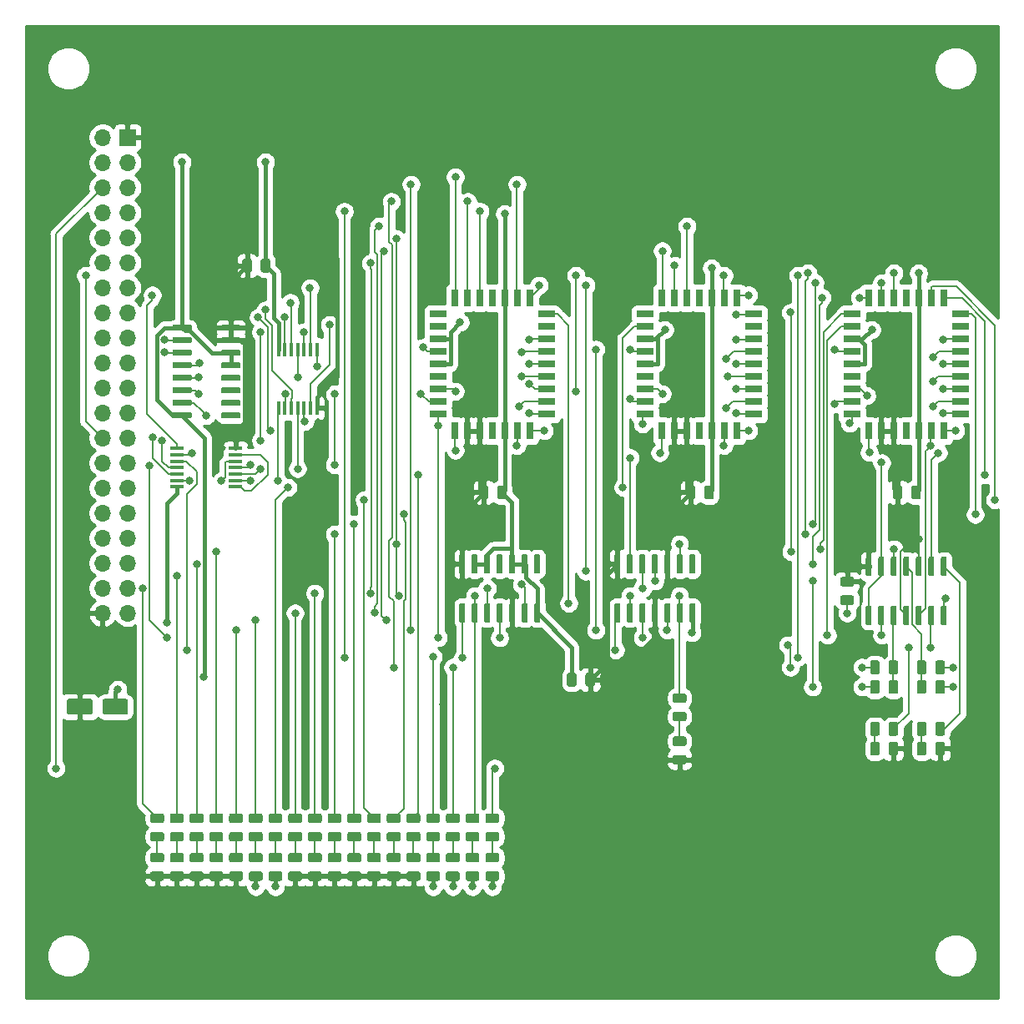
<source format=gbr>
G04 #@! TF.GenerationSoftware,KiCad,Pcbnew,(5.1.5-0-10_14)*
G04 #@! TF.CreationDate,2020-03-03T11:53:45+01:00*
G04 #@! TF.ProjectId,control,636f6e74-726f-46c2-9e6b-696361645f70,1*
G04 #@! TF.SameCoordinates,Original*
G04 #@! TF.FileFunction,Copper,L1,Top*
G04 #@! TF.FilePolarity,Positive*
%FSLAX46Y46*%
G04 Gerber Fmt 4.6, Leading zero omitted, Abs format (unit mm)*
G04 Created by KiCad (PCBNEW (5.1.5-0-10_14)) date 2020-03-03 11:53:45*
%MOMM*%
%LPD*%
G04 APERTURE LIST*
%ADD10C,0.100000*%
%ADD11R,1.700000X1.700000*%
%ADD12O,1.700000X1.700000*%
%ADD13R,1.450000X0.450000*%
%ADD14R,0.450000X1.450000*%
%ADD15R,0.760000X1.780000*%
%ADD16R,1.780000X0.760000*%
%ADD17C,0.800000*%
%ADD18C,0.400000*%
%ADD19C,0.200000*%
%ADD20C,0.254000*%
G04 APERTURE END LIST*
G04 #@! TA.AperFunction,SMDPad,CuDef*
D10*
G36*
X184480142Y-108451174D02*
G01*
X184503803Y-108454684D01*
X184527007Y-108460496D01*
X184549529Y-108468554D01*
X184571153Y-108478782D01*
X184591670Y-108491079D01*
X184610883Y-108505329D01*
X184628607Y-108521393D01*
X184644671Y-108539117D01*
X184658921Y-108558330D01*
X184671218Y-108578847D01*
X184681446Y-108600471D01*
X184689504Y-108622993D01*
X184695316Y-108646197D01*
X184698826Y-108669858D01*
X184700000Y-108693750D01*
X184700000Y-109181250D01*
X184698826Y-109205142D01*
X184695316Y-109228803D01*
X184689504Y-109252007D01*
X184681446Y-109274529D01*
X184671218Y-109296153D01*
X184658921Y-109316670D01*
X184644671Y-109335883D01*
X184628607Y-109353607D01*
X184610883Y-109369671D01*
X184591670Y-109383921D01*
X184571153Y-109396218D01*
X184549529Y-109406446D01*
X184527007Y-109414504D01*
X184503803Y-109420316D01*
X184480142Y-109423826D01*
X184456250Y-109425000D01*
X183543750Y-109425000D01*
X183519858Y-109423826D01*
X183496197Y-109420316D01*
X183472993Y-109414504D01*
X183450471Y-109406446D01*
X183428847Y-109396218D01*
X183408330Y-109383921D01*
X183389117Y-109369671D01*
X183371393Y-109353607D01*
X183355329Y-109335883D01*
X183341079Y-109316670D01*
X183328782Y-109296153D01*
X183318554Y-109274529D01*
X183310496Y-109252007D01*
X183304684Y-109228803D01*
X183301174Y-109205142D01*
X183300000Y-109181250D01*
X183300000Y-108693750D01*
X183301174Y-108669858D01*
X183304684Y-108646197D01*
X183310496Y-108622993D01*
X183318554Y-108600471D01*
X183328782Y-108578847D01*
X183341079Y-108558330D01*
X183355329Y-108539117D01*
X183371393Y-108521393D01*
X183389117Y-108505329D01*
X183408330Y-108491079D01*
X183428847Y-108478782D01*
X183450471Y-108468554D01*
X183472993Y-108460496D01*
X183496197Y-108454684D01*
X183519858Y-108451174D01*
X183543750Y-108450000D01*
X184456250Y-108450000D01*
X184480142Y-108451174D01*
G37*
G04 #@! TD.AperFunction*
G04 #@! TA.AperFunction,SMDPad,CuDef*
G36*
X184480142Y-106576174D02*
G01*
X184503803Y-106579684D01*
X184527007Y-106585496D01*
X184549529Y-106593554D01*
X184571153Y-106603782D01*
X184591670Y-106616079D01*
X184610883Y-106630329D01*
X184628607Y-106646393D01*
X184644671Y-106664117D01*
X184658921Y-106683330D01*
X184671218Y-106703847D01*
X184681446Y-106725471D01*
X184689504Y-106747993D01*
X184695316Y-106771197D01*
X184698826Y-106794858D01*
X184700000Y-106818750D01*
X184700000Y-107306250D01*
X184698826Y-107330142D01*
X184695316Y-107353803D01*
X184689504Y-107377007D01*
X184681446Y-107399529D01*
X184671218Y-107421153D01*
X184658921Y-107441670D01*
X184644671Y-107460883D01*
X184628607Y-107478607D01*
X184610883Y-107494671D01*
X184591670Y-107508921D01*
X184571153Y-107521218D01*
X184549529Y-107531446D01*
X184527007Y-107539504D01*
X184503803Y-107545316D01*
X184480142Y-107548826D01*
X184456250Y-107550000D01*
X183543750Y-107550000D01*
X183519858Y-107548826D01*
X183496197Y-107545316D01*
X183472993Y-107539504D01*
X183450471Y-107531446D01*
X183428847Y-107521218D01*
X183408330Y-107508921D01*
X183389117Y-107494671D01*
X183371393Y-107478607D01*
X183355329Y-107460883D01*
X183341079Y-107441670D01*
X183328782Y-107421153D01*
X183318554Y-107399529D01*
X183310496Y-107377007D01*
X183304684Y-107353803D01*
X183301174Y-107330142D01*
X183300000Y-107306250D01*
X183300000Y-106818750D01*
X183301174Y-106794858D01*
X183304684Y-106771197D01*
X183310496Y-106747993D01*
X183318554Y-106725471D01*
X183328782Y-106703847D01*
X183341079Y-106683330D01*
X183355329Y-106664117D01*
X183371393Y-106646393D01*
X183389117Y-106630329D01*
X183408330Y-106616079D01*
X183428847Y-106603782D01*
X183450471Y-106593554D01*
X183472993Y-106585496D01*
X183496197Y-106579684D01*
X183519858Y-106576174D01*
X183543750Y-106575000D01*
X184456250Y-106575000D01*
X184480142Y-106576174D01*
G37*
G04 #@! TD.AperFunction*
G04 #@! TA.AperFunction,SMDPad,CuDef*
G36*
X187080142Y-115051174D02*
G01*
X187103803Y-115054684D01*
X187127007Y-115060496D01*
X187149529Y-115068554D01*
X187171153Y-115078782D01*
X187191670Y-115091079D01*
X187210883Y-115105329D01*
X187228607Y-115121393D01*
X187244671Y-115139117D01*
X187258921Y-115158330D01*
X187271218Y-115178847D01*
X187281446Y-115200471D01*
X187289504Y-115222993D01*
X187295316Y-115246197D01*
X187298826Y-115269858D01*
X187300000Y-115293750D01*
X187300000Y-116206250D01*
X187298826Y-116230142D01*
X187295316Y-116253803D01*
X187289504Y-116277007D01*
X187281446Y-116299529D01*
X187271218Y-116321153D01*
X187258921Y-116341670D01*
X187244671Y-116360883D01*
X187228607Y-116378607D01*
X187210883Y-116394671D01*
X187191670Y-116408921D01*
X187171153Y-116421218D01*
X187149529Y-116431446D01*
X187127007Y-116439504D01*
X187103803Y-116445316D01*
X187080142Y-116448826D01*
X187056250Y-116450000D01*
X186568750Y-116450000D01*
X186544858Y-116448826D01*
X186521197Y-116445316D01*
X186497993Y-116439504D01*
X186475471Y-116431446D01*
X186453847Y-116421218D01*
X186433330Y-116408921D01*
X186414117Y-116394671D01*
X186396393Y-116378607D01*
X186380329Y-116360883D01*
X186366079Y-116341670D01*
X186353782Y-116321153D01*
X186343554Y-116299529D01*
X186335496Y-116277007D01*
X186329684Y-116253803D01*
X186326174Y-116230142D01*
X186325000Y-116206250D01*
X186325000Y-115293750D01*
X186326174Y-115269858D01*
X186329684Y-115246197D01*
X186335496Y-115222993D01*
X186343554Y-115200471D01*
X186353782Y-115178847D01*
X186366079Y-115158330D01*
X186380329Y-115139117D01*
X186396393Y-115121393D01*
X186414117Y-115105329D01*
X186433330Y-115091079D01*
X186453847Y-115078782D01*
X186475471Y-115068554D01*
X186497993Y-115060496D01*
X186521197Y-115054684D01*
X186544858Y-115051174D01*
X186568750Y-115050000D01*
X187056250Y-115050000D01*
X187080142Y-115051174D01*
G37*
G04 #@! TD.AperFunction*
G04 #@! TA.AperFunction,SMDPad,CuDef*
G36*
X188955142Y-115051174D02*
G01*
X188978803Y-115054684D01*
X189002007Y-115060496D01*
X189024529Y-115068554D01*
X189046153Y-115078782D01*
X189066670Y-115091079D01*
X189085883Y-115105329D01*
X189103607Y-115121393D01*
X189119671Y-115139117D01*
X189133921Y-115158330D01*
X189146218Y-115178847D01*
X189156446Y-115200471D01*
X189164504Y-115222993D01*
X189170316Y-115246197D01*
X189173826Y-115269858D01*
X189175000Y-115293750D01*
X189175000Y-116206250D01*
X189173826Y-116230142D01*
X189170316Y-116253803D01*
X189164504Y-116277007D01*
X189156446Y-116299529D01*
X189146218Y-116321153D01*
X189133921Y-116341670D01*
X189119671Y-116360883D01*
X189103607Y-116378607D01*
X189085883Y-116394671D01*
X189066670Y-116408921D01*
X189046153Y-116421218D01*
X189024529Y-116431446D01*
X189002007Y-116439504D01*
X188978803Y-116445316D01*
X188955142Y-116448826D01*
X188931250Y-116450000D01*
X188443750Y-116450000D01*
X188419858Y-116448826D01*
X188396197Y-116445316D01*
X188372993Y-116439504D01*
X188350471Y-116431446D01*
X188328847Y-116421218D01*
X188308330Y-116408921D01*
X188289117Y-116394671D01*
X188271393Y-116378607D01*
X188255329Y-116360883D01*
X188241079Y-116341670D01*
X188228782Y-116321153D01*
X188218554Y-116299529D01*
X188210496Y-116277007D01*
X188204684Y-116253803D01*
X188201174Y-116230142D01*
X188200000Y-116206250D01*
X188200000Y-115293750D01*
X188201174Y-115269858D01*
X188204684Y-115246197D01*
X188210496Y-115222993D01*
X188218554Y-115200471D01*
X188228782Y-115178847D01*
X188241079Y-115158330D01*
X188255329Y-115139117D01*
X188271393Y-115121393D01*
X188289117Y-115105329D01*
X188308330Y-115091079D01*
X188328847Y-115078782D01*
X188350471Y-115068554D01*
X188372993Y-115060496D01*
X188396197Y-115054684D01*
X188419858Y-115051174D01*
X188443750Y-115050000D01*
X188931250Y-115050000D01*
X188955142Y-115051174D01*
G37*
G04 #@! TD.AperFunction*
G04 #@! TA.AperFunction,SMDPad,CuDef*
G36*
X191830142Y-123301174D02*
G01*
X191853803Y-123304684D01*
X191877007Y-123310496D01*
X191899529Y-123318554D01*
X191921153Y-123328782D01*
X191941670Y-123341079D01*
X191960883Y-123355329D01*
X191978607Y-123371393D01*
X191994671Y-123389117D01*
X192008921Y-123408330D01*
X192021218Y-123428847D01*
X192031446Y-123450471D01*
X192039504Y-123472993D01*
X192045316Y-123496197D01*
X192048826Y-123519858D01*
X192050000Y-123543750D01*
X192050000Y-124456250D01*
X192048826Y-124480142D01*
X192045316Y-124503803D01*
X192039504Y-124527007D01*
X192031446Y-124549529D01*
X192021218Y-124571153D01*
X192008921Y-124591670D01*
X191994671Y-124610883D01*
X191978607Y-124628607D01*
X191960883Y-124644671D01*
X191941670Y-124658921D01*
X191921153Y-124671218D01*
X191899529Y-124681446D01*
X191877007Y-124689504D01*
X191853803Y-124695316D01*
X191830142Y-124698826D01*
X191806250Y-124700000D01*
X191318750Y-124700000D01*
X191294858Y-124698826D01*
X191271197Y-124695316D01*
X191247993Y-124689504D01*
X191225471Y-124681446D01*
X191203847Y-124671218D01*
X191183330Y-124658921D01*
X191164117Y-124644671D01*
X191146393Y-124628607D01*
X191130329Y-124610883D01*
X191116079Y-124591670D01*
X191103782Y-124571153D01*
X191093554Y-124549529D01*
X191085496Y-124527007D01*
X191079684Y-124503803D01*
X191076174Y-124480142D01*
X191075000Y-124456250D01*
X191075000Y-123543750D01*
X191076174Y-123519858D01*
X191079684Y-123496197D01*
X191085496Y-123472993D01*
X191093554Y-123450471D01*
X191103782Y-123428847D01*
X191116079Y-123408330D01*
X191130329Y-123389117D01*
X191146393Y-123371393D01*
X191164117Y-123355329D01*
X191183330Y-123341079D01*
X191203847Y-123328782D01*
X191225471Y-123318554D01*
X191247993Y-123310496D01*
X191271197Y-123304684D01*
X191294858Y-123301174D01*
X191318750Y-123300000D01*
X191806250Y-123300000D01*
X191830142Y-123301174D01*
G37*
G04 #@! TD.AperFunction*
G04 #@! TA.AperFunction,SMDPad,CuDef*
G36*
X193705142Y-123301174D02*
G01*
X193728803Y-123304684D01*
X193752007Y-123310496D01*
X193774529Y-123318554D01*
X193796153Y-123328782D01*
X193816670Y-123341079D01*
X193835883Y-123355329D01*
X193853607Y-123371393D01*
X193869671Y-123389117D01*
X193883921Y-123408330D01*
X193896218Y-123428847D01*
X193906446Y-123450471D01*
X193914504Y-123472993D01*
X193920316Y-123496197D01*
X193923826Y-123519858D01*
X193925000Y-123543750D01*
X193925000Y-124456250D01*
X193923826Y-124480142D01*
X193920316Y-124503803D01*
X193914504Y-124527007D01*
X193906446Y-124549529D01*
X193896218Y-124571153D01*
X193883921Y-124591670D01*
X193869671Y-124610883D01*
X193853607Y-124628607D01*
X193835883Y-124644671D01*
X193816670Y-124658921D01*
X193796153Y-124671218D01*
X193774529Y-124681446D01*
X193752007Y-124689504D01*
X193728803Y-124695316D01*
X193705142Y-124698826D01*
X193681250Y-124700000D01*
X193193750Y-124700000D01*
X193169858Y-124698826D01*
X193146197Y-124695316D01*
X193122993Y-124689504D01*
X193100471Y-124681446D01*
X193078847Y-124671218D01*
X193058330Y-124658921D01*
X193039117Y-124644671D01*
X193021393Y-124628607D01*
X193005329Y-124610883D01*
X192991079Y-124591670D01*
X192978782Y-124571153D01*
X192968554Y-124549529D01*
X192960496Y-124527007D01*
X192954684Y-124503803D01*
X192951174Y-124480142D01*
X192950000Y-124456250D01*
X192950000Y-123543750D01*
X192951174Y-123519858D01*
X192954684Y-123496197D01*
X192960496Y-123472993D01*
X192968554Y-123450471D01*
X192978782Y-123428847D01*
X192991079Y-123408330D01*
X193005329Y-123389117D01*
X193021393Y-123371393D01*
X193039117Y-123355329D01*
X193058330Y-123341079D01*
X193078847Y-123328782D01*
X193100471Y-123318554D01*
X193122993Y-123310496D01*
X193146197Y-123304684D01*
X193169858Y-123301174D01*
X193193750Y-123300000D01*
X193681250Y-123300000D01*
X193705142Y-123301174D01*
G37*
G04 #@! TD.AperFunction*
G04 #@! TA.AperFunction,SMDPad,CuDef*
G36*
X186354703Y-104550722D02*
G01*
X186369264Y-104552882D01*
X186383543Y-104556459D01*
X186397403Y-104561418D01*
X186410710Y-104567712D01*
X186423336Y-104575280D01*
X186435159Y-104584048D01*
X186446066Y-104593934D01*
X186455952Y-104604841D01*
X186464720Y-104616664D01*
X186472288Y-104629290D01*
X186478582Y-104642597D01*
X186483541Y-104656457D01*
X186487118Y-104670736D01*
X186489278Y-104685297D01*
X186490000Y-104700000D01*
X186490000Y-106350000D01*
X186489278Y-106364703D01*
X186487118Y-106379264D01*
X186483541Y-106393543D01*
X186478582Y-106407403D01*
X186472288Y-106420710D01*
X186464720Y-106433336D01*
X186455952Y-106445159D01*
X186446066Y-106456066D01*
X186435159Y-106465952D01*
X186423336Y-106474720D01*
X186410710Y-106482288D01*
X186397403Y-106488582D01*
X186383543Y-106493541D01*
X186369264Y-106497118D01*
X186354703Y-106499278D01*
X186340000Y-106500000D01*
X186040000Y-106500000D01*
X186025297Y-106499278D01*
X186010736Y-106497118D01*
X185996457Y-106493541D01*
X185982597Y-106488582D01*
X185969290Y-106482288D01*
X185956664Y-106474720D01*
X185944841Y-106465952D01*
X185933934Y-106456066D01*
X185924048Y-106445159D01*
X185915280Y-106433336D01*
X185907712Y-106420710D01*
X185901418Y-106407403D01*
X185896459Y-106393543D01*
X185892882Y-106379264D01*
X185890722Y-106364703D01*
X185890000Y-106350000D01*
X185890000Y-104700000D01*
X185890722Y-104685297D01*
X185892882Y-104670736D01*
X185896459Y-104656457D01*
X185901418Y-104642597D01*
X185907712Y-104629290D01*
X185915280Y-104616664D01*
X185924048Y-104604841D01*
X185933934Y-104593934D01*
X185944841Y-104584048D01*
X185956664Y-104575280D01*
X185969290Y-104567712D01*
X185982597Y-104561418D01*
X185996457Y-104556459D01*
X186010736Y-104552882D01*
X186025297Y-104550722D01*
X186040000Y-104550000D01*
X186340000Y-104550000D01*
X186354703Y-104550722D01*
G37*
G04 #@! TD.AperFunction*
G04 #@! TA.AperFunction,SMDPad,CuDef*
G36*
X187624703Y-104550722D02*
G01*
X187639264Y-104552882D01*
X187653543Y-104556459D01*
X187667403Y-104561418D01*
X187680710Y-104567712D01*
X187693336Y-104575280D01*
X187705159Y-104584048D01*
X187716066Y-104593934D01*
X187725952Y-104604841D01*
X187734720Y-104616664D01*
X187742288Y-104629290D01*
X187748582Y-104642597D01*
X187753541Y-104656457D01*
X187757118Y-104670736D01*
X187759278Y-104685297D01*
X187760000Y-104700000D01*
X187760000Y-106350000D01*
X187759278Y-106364703D01*
X187757118Y-106379264D01*
X187753541Y-106393543D01*
X187748582Y-106407403D01*
X187742288Y-106420710D01*
X187734720Y-106433336D01*
X187725952Y-106445159D01*
X187716066Y-106456066D01*
X187705159Y-106465952D01*
X187693336Y-106474720D01*
X187680710Y-106482288D01*
X187667403Y-106488582D01*
X187653543Y-106493541D01*
X187639264Y-106497118D01*
X187624703Y-106499278D01*
X187610000Y-106500000D01*
X187310000Y-106500000D01*
X187295297Y-106499278D01*
X187280736Y-106497118D01*
X187266457Y-106493541D01*
X187252597Y-106488582D01*
X187239290Y-106482288D01*
X187226664Y-106474720D01*
X187214841Y-106465952D01*
X187203934Y-106456066D01*
X187194048Y-106445159D01*
X187185280Y-106433336D01*
X187177712Y-106420710D01*
X187171418Y-106407403D01*
X187166459Y-106393543D01*
X187162882Y-106379264D01*
X187160722Y-106364703D01*
X187160000Y-106350000D01*
X187160000Y-104700000D01*
X187160722Y-104685297D01*
X187162882Y-104670736D01*
X187166459Y-104656457D01*
X187171418Y-104642597D01*
X187177712Y-104629290D01*
X187185280Y-104616664D01*
X187194048Y-104604841D01*
X187203934Y-104593934D01*
X187214841Y-104584048D01*
X187226664Y-104575280D01*
X187239290Y-104567712D01*
X187252597Y-104561418D01*
X187266457Y-104556459D01*
X187280736Y-104552882D01*
X187295297Y-104550722D01*
X187310000Y-104550000D01*
X187610000Y-104550000D01*
X187624703Y-104550722D01*
G37*
G04 #@! TD.AperFunction*
G04 #@! TA.AperFunction,SMDPad,CuDef*
G36*
X188894703Y-104550722D02*
G01*
X188909264Y-104552882D01*
X188923543Y-104556459D01*
X188937403Y-104561418D01*
X188950710Y-104567712D01*
X188963336Y-104575280D01*
X188975159Y-104584048D01*
X188986066Y-104593934D01*
X188995952Y-104604841D01*
X189004720Y-104616664D01*
X189012288Y-104629290D01*
X189018582Y-104642597D01*
X189023541Y-104656457D01*
X189027118Y-104670736D01*
X189029278Y-104685297D01*
X189030000Y-104700000D01*
X189030000Y-106350000D01*
X189029278Y-106364703D01*
X189027118Y-106379264D01*
X189023541Y-106393543D01*
X189018582Y-106407403D01*
X189012288Y-106420710D01*
X189004720Y-106433336D01*
X188995952Y-106445159D01*
X188986066Y-106456066D01*
X188975159Y-106465952D01*
X188963336Y-106474720D01*
X188950710Y-106482288D01*
X188937403Y-106488582D01*
X188923543Y-106493541D01*
X188909264Y-106497118D01*
X188894703Y-106499278D01*
X188880000Y-106500000D01*
X188580000Y-106500000D01*
X188565297Y-106499278D01*
X188550736Y-106497118D01*
X188536457Y-106493541D01*
X188522597Y-106488582D01*
X188509290Y-106482288D01*
X188496664Y-106474720D01*
X188484841Y-106465952D01*
X188473934Y-106456066D01*
X188464048Y-106445159D01*
X188455280Y-106433336D01*
X188447712Y-106420710D01*
X188441418Y-106407403D01*
X188436459Y-106393543D01*
X188432882Y-106379264D01*
X188430722Y-106364703D01*
X188430000Y-106350000D01*
X188430000Y-104700000D01*
X188430722Y-104685297D01*
X188432882Y-104670736D01*
X188436459Y-104656457D01*
X188441418Y-104642597D01*
X188447712Y-104629290D01*
X188455280Y-104616664D01*
X188464048Y-104604841D01*
X188473934Y-104593934D01*
X188484841Y-104584048D01*
X188496664Y-104575280D01*
X188509290Y-104567712D01*
X188522597Y-104561418D01*
X188536457Y-104556459D01*
X188550736Y-104552882D01*
X188565297Y-104550722D01*
X188580000Y-104550000D01*
X188880000Y-104550000D01*
X188894703Y-104550722D01*
G37*
G04 #@! TD.AperFunction*
G04 #@! TA.AperFunction,SMDPad,CuDef*
G36*
X190164703Y-104550722D02*
G01*
X190179264Y-104552882D01*
X190193543Y-104556459D01*
X190207403Y-104561418D01*
X190220710Y-104567712D01*
X190233336Y-104575280D01*
X190245159Y-104584048D01*
X190256066Y-104593934D01*
X190265952Y-104604841D01*
X190274720Y-104616664D01*
X190282288Y-104629290D01*
X190288582Y-104642597D01*
X190293541Y-104656457D01*
X190297118Y-104670736D01*
X190299278Y-104685297D01*
X190300000Y-104700000D01*
X190300000Y-106350000D01*
X190299278Y-106364703D01*
X190297118Y-106379264D01*
X190293541Y-106393543D01*
X190288582Y-106407403D01*
X190282288Y-106420710D01*
X190274720Y-106433336D01*
X190265952Y-106445159D01*
X190256066Y-106456066D01*
X190245159Y-106465952D01*
X190233336Y-106474720D01*
X190220710Y-106482288D01*
X190207403Y-106488582D01*
X190193543Y-106493541D01*
X190179264Y-106497118D01*
X190164703Y-106499278D01*
X190150000Y-106500000D01*
X189850000Y-106500000D01*
X189835297Y-106499278D01*
X189820736Y-106497118D01*
X189806457Y-106493541D01*
X189792597Y-106488582D01*
X189779290Y-106482288D01*
X189766664Y-106474720D01*
X189754841Y-106465952D01*
X189743934Y-106456066D01*
X189734048Y-106445159D01*
X189725280Y-106433336D01*
X189717712Y-106420710D01*
X189711418Y-106407403D01*
X189706459Y-106393543D01*
X189702882Y-106379264D01*
X189700722Y-106364703D01*
X189700000Y-106350000D01*
X189700000Y-104700000D01*
X189700722Y-104685297D01*
X189702882Y-104670736D01*
X189706459Y-104656457D01*
X189711418Y-104642597D01*
X189717712Y-104629290D01*
X189725280Y-104616664D01*
X189734048Y-104604841D01*
X189743934Y-104593934D01*
X189754841Y-104584048D01*
X189766664Y-104575280D01*
X189779290Y-104567712D01*
X189792597Y-104561418D01*
X189806457Y-104556459D01*
X189820736Y-104552882D01*
X189835297Y-104550722D01*
X189850000Y-104550000D01*
X190150000Y-104550000D01*
X190164703Y-104550722D01*
G37*
G04 #@! TD.AperFunction*
G04 #@! TA.AperFunction,SMDPad,CuDef*
G36*
X191434703Y-104550722D02*
G01*
X191449264Y-104552882D01*
X191463543Y-104556459D01*
X191477403Y-104561418D01*
X191490710Y-104567712D01*
X191503336Y-104575280D01*
X191515159Y-104584048D01*
X191526066Y-104593934D01*
X191535952Y-104604841D01*
X191544720Y-104616664D01*
X191552288Y-104629290D01*
X191558582Y-104642597D01*
X191563541Y-104656457D01*
X191567118Y-104670736D01*
X191569278Y-104685297D01*
X191570000Y-104700000D01*
X191570000Y-106350000D01*
X191569278Y-106364703D01*
X191567118Y-106379264D01*
X191563541Y-106393543D01*
X191558582Y-106407403D01*
X191552288Y-106420710D01*
X191544720Y-106433336D01*
X191535952Y-106445159D01*
X191526066Y-106456066D01*
X191515159Y-106465952D01*
X191503336Y-106474720D01*
X191490710Y-106482288D01*
X191477403Y-106488582D01*
X191463543Y-106493541D01*
X191449264Y-106497118D01*
X191434703Y-106499278D01*
X191420000Y-106500000D01*
X191120000Y-106500000D01*
X191105297Y-106499278D01*
X191090736Y-106497118D01*
X191076457Y-106493541D01*
X191062597Y-106488582D01*
X191049290Y-106482288D01*
X191036664Y-106474720D01*
X191024841Y-106465952D01*
X191013934Y-106456066D01*
X191004048Y-106445159D01*
X190995280Y-106433336D01*
X190987712Y-106420710D01*
X190981418Y-106407403D01*
X190976459Y-106393543D01*
X190972882Y-106379264D01*
X190970722Y-106364703D01*
X190970000Y-106350000D01*
X190970000Y-104700000D01*
X190970722Y-104685297D01*
X190972882Y-104670736D01*
X190976459Y-104656457D01*
X190981418Y-104642597D01*
X190987712Y-104629290D01*
X190995280Y-104616664D01*
X191004048Y-104604841D01*
X191013934Y-104593934D01*
X191024841Y-104584048D01*
X191036664Y-104575280D01*
X191049290Y-104567712D01*
X191062597Y-104561418D01*
X191076457Y-104556459D01*
X191090736Y-104552882D01*
X191105297Y-104550722D01*
X191120000Y-104550000D01*
X191420000Y-104550000D01*
X191434703Y-104550722D01*
G37*
G04 #@! TD.AperFunction*
G04 #@! TA.AperFunction,SMDPad,CuDef*
G36*
X192704703Y-104550722D02*
G01*
X192719264Y-104552882D01*
X192733543Y-104556459D01*
X192747403Y-104561418D01*
X192760710Y-104567712D01*
X192773336Y-104575280D01*
X192785159Y-104584048D01*
X192796066Y-104593934D01*
X192805952Y-104604841D01*
X192814720Y-104616664D01*
X192822288Y-104629290D01*
X192828582Y-104642597D01*
X192833541Y-104656457D01*
X192837118Y-104670736D01*
X192839278Y-104685297D01*
X192840000Y-104700000D01*
X192840000Y-106350000D01*
X192839278Y-106364703D01*
X192837118Y-106379264D01*
X192833541Y-106393543D01*
X192828582Y-106407403D01*
X192822288Y-106420710D01*
X192814720Y-106433336D01*
X192805952Y-106445159D01*
X192796066Y-106456066D01*
X192785159Y-106465952D01*
X192773336Y-106474720D01*
X192760710Y-106482288D01*
X192747403Y-106488582D01*
X192733543Y-106493541D01*
X192719264Y-106497118D01*
X192704703Y-106499278D01*
X192690000Y-106500000D01*
X192390000Y-106500000D01*
X192375297Y-106499278D01*
X192360736Y-106497118D01*
X192346457Y-106493541D01*
X192332597Y-106488582D01*
X192319290Y-106482288D01*
X192306664Y-106474720D01*
X192294841Y-106465952D01*
X192283934Y-106456066D01*
X192274048Y-106445159D01*
X192265280Y-106433336D01*
X192257712Y-106420710D01*
X192251418Y-106407403D01*
X192246459Y-106393543D01*
X192242882Y-106379264D01*
X192240722Y-106364703D01*
X192240000Y-106350000D01*
X192240000Y-104700000D01*
X192240722Y-104685297D01*
X192242882Y-104670736D01*
X192246459Y-104656457D01*
X192251418Y-104642597D01*
X192257712Y-104629290D01*
X192265280Y-104616664D01*
X192274048Y-104604841D01*
X192283934Y-104593934D01*
X192294841Y-104584048D01*
X192306664Y-104575280D01*
X192319290Y-104567712D01*
X192332597Y-104561418D01*
X192346457Y-104556459D01*
X192360736Y-104552882D01*
X192375297Y-104550722D01*
X192390000Y-104550000D01*
X192690000Y-104550000D01*
X192704703Y-104550722D01*
G37*
G04 #@! TD.AperFunction*
G04 #@! TA.AperFunction,SMDPad,CuDef*
G36*
X193974703Y-104550722D02*
G01*
X193989264Y-104552882D01*
X194003543Y-104556459D01*
X194017403Y-104561418D01*
X194030710Y-104567712D01*
X194043336Y-104575280D01*
X194055159Y-104584048D01*
X194066066Y-104593934D01*
X194075952Y-104604841D01*
X194084720Y-104616664D01*
X194092288Y-104629290D01*
X194098582Y-104642597D01*
X194103541Y-104656457D01*
X194107118Y-104670736D01*
X194109278Y-104685297D01*
X194110000Y-104700000D01*
X194110000Y-106350000D01*
X194109278Y-106364703D01*
X194107118Y-106379264D01*
X194103541Y-106393543D01*
X194098582Y-106407403D01*
X194092288Y-106420710D01*
X194084720Y-106433336D01*
X194075952Y-106445159D01*
X194066066Y-106456066D01*
X194055159Y-106465952D01*
X194043336Y-106474720D01*
X194030710Y-106482288D01*
X194017403Y-106488582D01*
X194003543Y-106493541D01*
X193989264Y-106497118D01*
X193974703Y-106499278D01*
X193960000Y-106500000D01*
X193660000Y-106500000D01*
X193645297Y-106499278D01*
X193630736Y-106497118D01*
X193616457Y-106493541D01*
X193602597Y-106488582D01*
X193589290Y-106482288D01*
X193576664Y-106474720D01*
X193564841Y-106465952D01*
X193553934Y-106456066D01*
X193544048Y-106445159D01*
X193535280Y-106433336D01*
X193527712Y-106420710D01*
X193521418Y-106407403D01*
X193516459Y-106393543D01*
X193512882Y-106379264D01*
X193510722Y-106364703D01*
X193510000Y-106350000D01*
X193510000Y-104700000D01*
X193510722Y-104685297D01*
X193512882Y-104670736D01*
X193516459Y-104656457D01*
X193521418Y-104642597D01*
X193527712Y-104629290D01*
X193535280Y-104616664D01*
X193544048Y-104604841D01*
X193553934Y-104593934D01*
X193564841Y-104584048D01*
X193576664Y-104575280D01*
X193589290Y-104567712D01*
X193602597Y-104561418D01*
X193616457Y-104556459D01*
X193630736Y-104552882D01*
X193645297Y-104550722D01*
X193660000Y-104550000D01*
X193960000Y-104550000D01*
X193974703Y-104550722D01*
G37*
G04 #@! TD.AperFunction*
G04 #@! TA.AperFunction,SMDPad,CuDef*
G36*
X193974703Y-109500722D02*
G01*
X193989264Y-109502882D01*
X194003543Y-109506459D01*
X194017403Y-109511418D01*
X194030710Y-109517712D01*
X194043336Y-109525280D01*
X194055159Y-109534048D01*
X194066066Y-109543934D01*
X194075952Y-109554841D01*
X194084720Y-109566664D01*
X194092288Y-109579290D01*
X194098582Y-109592597D01*
X194103541Y-109606457D01*
X194107118Y-109620736D01*
X194109278Y-109635297D01*
X194110000Y-109650000D01*
X194110000Y-111300000D01*
X194109278Y-111314703D01*
X194107118Y-111329264D01*
X194103541Y-111343543D01*
X194098582Y-111357403D01*
X194092288Y-111370710D01*
X194084720Y-111383336D01*
X194075952Y-111395159D01*
X194066066Y-111406066D01*
X194055159Y-111415952D01*
X194043336Y-111424720D01*
X194030710Y-111432288D01*
X194017403Y-111438582D01*
X194003543Y-111443541D01*
X193989264Y-111447118D01*
X193974703Y-111449278D01*
X193960000Y-111450000D01*
X193660000Y-111450000D01*
X193645297Y-111449278D01*
X193630736Y-111447118D01*
X193616457Y-111443541D01*
X193602597Y-111438582D01*
X193589290Y-111432288D01*
X193576664Y-111424720D01*
X193564841Y-111415952D01*
X193553934Y-111406066D01*
X193544048Y-111395159D01*
X193535280Y-111383336D01*
X193527712Y-111370710D01*
X193521418Y-111357403D01*
X193516459Y-111343543D01*
X193512882Y-111329264D01*
X193510722Y-111314703D01*
X193510000Y-111300000D01*
X193510000Y-109650000D01*
X193510722Y-109635297D01*
X193512882Y-109620736D01*
X193516459Y-109606457D01*
X193521418Y-109592597D01*
X193527712Y-109579290D01*
X193535280Y-109566664D01*
X193544048Y-109554841D01*
X193553934Y-109543934D01*
X193564841Y-109534048D01*
X193576664Y-109525280D01*
X193589290Y-109517712D01*
X193602597Y-109511418D01*
X193616457Y-109506459D01*
X193630736Y-109502882D01*
X193645297Y-109500722D01*
X193660000Y-109500000D01*
X193960000Y-109500000D01*
X193974703Y-109500722D01*
G37*
G04 #@! TD.AperFunction*
G04 #@! TA.AperFunction,SMDPad,CuDef*
G36*
X192704703Y-109500722D02*
G01*
X192719264Y-109502882D01*
X192733543Y-109506459D01*
X192747403Y-109511418D01*
X192760710Y-109517712D01*
X192773336Y-109525280D01*
X192785159Y-109534048D01*
X192796066Y-109543934D01*
X192805952Y-109554841D01*
X192814720Y-109566664D01*
X192822288Y-109579290D01*
X192828582Y-109592597D01*
X192833541Y-109606457D01*
X192837118Y-109620736D01*
X192839278Y-109635297D01*
X192840000Y-109650000D01*
X192840000Y-111300000D01*
X192839278Y-111314703D01*
X192837118Y-111329264D01*
X192833541Y-111343543D01*
X192828582Y-111357403D01*
X192822288Y-111370710D01*
X192814720Y-111383336D01*
X192805952Y-111395159D01*
X192796066Y-111406066D01*
X192785159Y-111415952D01*
X192773336Y-111424720D01*
X192760710Y-111432288D01*
X192747403Y-111438582D01*
X192733543Y-111443541D01*
X192719264Y-111447118D01*
X192704703Y-111449278D01*
X192690000Y-111450000D01*
X192390000Y-111450000D01*
X192375297Y-111449278D01*
X192360736Y-111447118D01*
X192346457Y-111443541D01*
X192332597Y-111438582D01*
X192319290Y-111432288D01*
X192306664Y-111424720D01*
X192294841Y-111415952D01*
X192283934Y-111406066D01*
X192274048Y-111395159D01*
X192265280Y-111383336D01*
X192257712Y-111370710D01*
X192251418Y-111357403D01*
X192246459Y-111343543D01*
X192242882Y-111329264D01*
X192240722Y-111314703D01*
X192240000Y-111300000D01*
X192240000Y-109650000D01*
X192240722Y-109635297D01*
X192242882Y-109620736D01*
X192246459Y-109606457D01*
X192251418Y-109592597D01*
X192257712Y-109579290D01*
X192265280Y-109566664D01*
X192274048Y-109554841D01*
X192283934Y-109543934D01*
X192294841Y-109534048D01*
X192306664Y-109525280D01*
X192319290Y-109517712D01*
X192332597Y-109511418D01*
X192346457Y-109506459D01*
X192360736Y-109502882D01*
X192375297Y-109500722D01*
X192390000Y-109500000D01*
X192690000Y-109500000D01*
X192704703Y-109500722D01*
G37*
G04 #@! TD.AperFunction*
G04 #@! TA.AperFunction,SMDPad,CuDef*
G36*
X191434703Y-109500722D02*
G01*
X191449264Y-109502882D01*
X191463543Y-109506459D01*
X191477403Y-109511418D01*
X191490710Y-109517712D01*
X191503336Y-109525280D01*
X191515159Y-109534048D01*
X191526066Y-109543934D01*
X191535952Y-109554841D01*
X191544720Y-109566664D01*
X191552288Y-109579290D01*
X191558582Y-109592597D01*
X191563541Y-109606457D01*
X191567118Y-109620736D01*
X191569278Y-109635297D01*
X191570000Y-109650000D01*
X191570000Y-111300000D01*
X191569278Y-111314703D01*
X191567118Y-111329264D01*
X191563541Y-111343543D01*
X191558582Y-111357403D01*
X191552288Y-111370710D01*
X191544720Y-111383336D01*
X191535952Y-111395159D01*
X191526066Y-111406066D01*
X191515159Y-111415952D01*
X191503336Y-111424720D01*
X191490710Y-111432288D01*
X191477403Y-111438582D01*
X191463543Y-111443541D01*
X191449264Y-111447118D01*
X191434703Y-111449278D01*
X191420000Y-111450000D01*
X191120000Y-111450000D01*
X191105297Y-111449278D01*
X191090736Y-111447118D01*
X191076457Y-111443541D01*
X191062597Y-111438582D01*
X191049290Y-111432288D01*
X191036664Y-111424720D01*
X191024841Y-111415952D01*
X191013934Y-111406066D01*
X191004048Y-111395159D01*
X190995280Y-111383336D01*
X190987712Y-111370710D01*
X190981418Y-111357403D01*
X190976459Y-111343543D01*
X190972882Y-111329264D01*
X190970722Y-111314703D01*
X190970000Y-111300000D01*
X190970000Y-109650000D01*
X190970722Y-109635297D01*
X190972882Y-109620736D01*
X190976459Y-109606457D01*
X190981418Y-109592597D01*
X190987712Y-109579290D01*
X190995280Y-109566664D01*
X191004048Y-109554841D01*
X191013934Y-109543934D01*
X191024841Y-109534048D01*
X191036664Y-109525280D01*
X191049290Y-109517712D01*
X191062597Y-109511418D01*
X191076457Y-109506459D01*
X191090736Y-109502882D01*
X191105297Y-109500722D01*
X191120000Y-109500000D01*
X191420000Y-109500000D01*
X191434703Y-109500722D01*
G37*
G04 #@! TD.AperFunction*
G04 #@! TA.AperFunction,SMDPad,CuDef*
G36*
X190164703Y-109500722D02*
G01*
X190179264Y-109502882D01*
X190193543Y-109506459D01*
X190207403Y-109511418D01*
X190220710Y-109517712D01*
X190233336Y-109525280D01*
X190245159Y-109534048D01*
X190256066Y-109543934D01*
X190265952Y-109554841D01*
X190274720Y-109566664D01*
X190282288Y-109579290D01*
X190288582Y-109592597D01*
X190293541Y-109606457D01*
X190297118Y-109620736D01*
X190299278Y-109635297D01*
X190300000Y-109650000D01*
X190300000Y-111300000D01*
X190299278Y-111314703D01*
X190297118Y-111329264D01*
X190293541Y-111343543D01*
X190288582Y-111357403D01*
X190282288Y-111370710D01*
X190274720Y-111383336D01*
X190265952Y-111395159D01*
X190256066Y-111406066D01*
X190245159Y-111415952D01*
X190233336Y-111424720D01*
X190220710Y-111432288D01*
X190207403Y-111438582D01*
X190193543Y-111443541D01*
X190179264Y-111447118D01*
X190164703Y-111449278D01*
X190150000Y-111450000D01*
X189850000Y-111450000D01*
X189835297Y-111449278D01*
X189820736Y-111447118D01*
X189806457Y-111443541D01*
X189792597Y-111438582D01*
X189779290Y-111432288D01*
X189766664Y-111424720D01*
X189754841Y-111415952D01*
X189743934Y-111406066D01*
X189734048Y-111395159D01*
X189725280Y-111383336D01*
X189717712Y-111370710D01*
X189711418Y-111357403D01*
X189706459Y-111343543D01*
X189702882Y-111329264D01*
X189700722Y-111314703D01*
X189700000Y-111300000D01*
X189700000Y-109650000D01*
X189700722Y-109635297D01*
X189702882Y-109620736D01*
X189706459Y-109606457D01*
X189711418Y-109592597D01*
X189717712Y-109579290D01*
X189725280Y-109566664D01*
X189734048Y-109554841D01*
X189743934Y-109543934D01*
X189754841Y-109534048D01*
X189766664Y-109525280D01*
X189779290Y-109517712D01*
X189792597Y-109511418D01*
X189806457Y-109506459D01*
X189820736Y-109502882D01*
X189835297Y-109500722D01*
X189850000Y-109500000D01*
X190150000Y-109500000D01*
X190164703Y-109500722D01*
G37*
G04 #@! TD.AperFunction*
G04 #@! TA.AperFunction,SMDPad,CuDef*
G36*
X188894703Y-109500722D02*
G01*
X188909264Y-109502882D01*
X188923543Y-109506459D01*
X188937403Y-109511418D01*
X188950710Y-109517712D01*
X188963336Y-109525280D01*
X188975159Y-109534048D01*
X188986066Y-109543934D01*
X188995952Y-109554841D01*
X189004720Y-109566664D01*
X189012288Y-109579290D01*
X189018582Y-109592597D01*
X189023541Y-109606457D01*
X189027118Y-109620736D01*
X189029278Y-109635297D01*
X189030000Y-109650000D01*
X189030000Y-111300000D01*
X189029278Y-111314703D01*
X189027118Y-111329264D01*
X189023541Y-111343543D01*
X189018582Y-111357403D01*
X189012288Y-111370710D01*
X189004720Y-111383336D01*
X188995952Y-111395159D01*
X188986066Y-111406066D01*
X188975159Y-111415952D01*
X188963336Y-111424720D01*
X188950710Y-111432288D01*
X188937403Y-111438582D01*
X188923543Y-111443541D01*
X188909264Y-111447118D01*
X188894703Y-111449278D01*
X188880000Y-111450000D01*
X188580000Y-111450000D01*
X188565297Y-111449278D01*
X188550736Y-111447118D01*
X188536457Y-111443541D01*
X188522597Y-111438582D01*
X188509290Y-111432288D01*
X188496664Y-111424720D01*
X188484841Y-111415952D01*
X188473934Y-111406066D01*
X188464048Y-111395159D01*
X188455280Y-111383336D01*
X188447712Y-111370710D01*
X188441418Y-111357403D01*
X188436459Y-111343543D01*
X188432882Y-111329264D01*
X188430722Y-111314703D01*
X188430000Y-111300000D01*
X188430000Y-109650000D01*
X188430722Y-109635297D01*
X188432882Y-109620736D01*
X188436459Y-109606457D01*
X188441418Y-109592597D01*
X188447712Y-109579290D01*
X188455280Y-109566664D01*
X188464048Y-109554841D01*
X188473934Y-109543934D01*
X188484841Y-109534048D01*
X188496664Y-109525280D01*
X188509290Y-109517712D01*
X188522597Y-109511418D01*
X188536457Y-109506459D01*
X188550736Y-109502882D01*
X188565297Y-109500722D01*
X188580000Y-109500000D01*
X188880000Y-109500000D01*
X188894703Y-109500722D01*
G37*
G04 #@! TD.AperFunction*
G04 #@! TA.AperFunction,SMDPad,CuDef*
G36*
X187624703Y-109500722D02*
G01*
X187639264Y-109502882D01*
X187653543Y-109506459D01*
X187667403Y-109511418D01*
X187680710Y-109517712D01*
X187693336Y-109525280D01*
X187705159Y-109534048D01*
X187716066Y-109543934D01*
X187725952Y-109554841D01*
X187734720Y-109566664D01*
X187742288Y-109579290D01*
X187748582Y-109592597D01*
X187753541Y-109606457D01*
X187757118Y-109620736D01*
X187759278Y-109635297D01*
X187760000Y-109650000D01*
X187760000Y-111300000D01*
X187759278Y-111314703D01*
X187757118Y-111329264D01*
X187753541Y-111343543D01*
X187748582Y-111357403D01*
X187742288Y-111370710D01*
X187734720Y-111383336D01*
X187725952Y-111395159D01*
X187716066Y-111406066D01*
X187705159Y-111415952D01*
X187693336Y-111424720D01*
X187680710Y-111432288D01*
X187667403Y-111438582D01*
X187653543Y-111443541D01*
X187639264Y-111447118D01*
X187624703Y-111449278D01*
X187610000Y-111450000D01*
X187310000Y-111450000D01*
X187295297Y-111449278D01*
X187280736Y-111447118D01*
X187266457Y-111443541D01*
X187252597Y-111438582D01*
X187239290Y-111432288D01*
X187226664Y-111424720D01*
X187214841Y-111415952D01*
X187203934Y-111406066D01*
X187194048Y-111395159D01*
X187185280Y-111383336D01*
X187177712Y-111370710D01*
X187171418Y-111357403D01*
X187166459Y-111343543D01*
X187162882Y-111329264D01*
X187160722Y-111314703D01*
X187160000Y-111300000D01*
X187160000Y-109650000D01*
X187160722Y-109635297D01*
X187162882Y-109620736D01*
X187166459Y-109606457D01*
X187171418Y-109592597D01*
X187177712Y-109579290D01*
X187185280Y-109566664D01*
X187194048Y-109554841D01*
X187203934Y-109543934D01*
X187214841Y-109534048D01*
X187226664Y-109525280D01*
X187239290Y-109517712D01*
X187252597Y-109511418D01*
X187266457Y-109506459D01*
X187280736Y-109502882D01*
X187295297Y-109500722D01*
X187310000Y-109500000D01*
X187610000Y-109500000D01*
X187624703Y-109500722D01*
G37*
G04 #@! TD.AperFunction*
G04 #@! TA.AperFunction,SMDPad,CuDef*
G36*
X186354703Y-109500722D02*
G01*
X186369264Y-109502882D01*
X186383543Y-109506459D01*
X186397403Y-109511418D01*
X186410710Y-109517712D01*
X186423336Y-109525280D01*
X186435159Y-109534048D01*
X186446066Y-109543934D01*
X186455952Y-109554841D01*
X186464720Y-109566664D01*
X186472288Y-109579290D01*
X186478582Y-109592597D01*
X186483541Y-109606457D01*
X186487118Y-109620736D01*
X186489278Y-109635297D01*
X186490000Y-109650000D01*
X186490000Y-111300000D01*
X186489278Y-111314703D01*
X186487118Y-111329264D01*
X186483541Y-111343543D01*
X186478582Y-111357403D01*
X186472288Y-111370710D01*
X186464720Y-111383336D01*
X186455952Y-111395159D01*
X186446066Y-111406066D01*
X186435159Y-111415952D01*
X186423336Y-111424720D01*
X186410710Y-111432288D01*
X186397403Y-111438582D01*
X186383543Y-111443541D01*
X186369264Y-111447118D01*
X186354703Y-111449278D01*
X186340000Y-111450000D01*
X186040000Y-111450000D01*
X186025297Y-111449278D01*
X186010736Y-111447118D01*
X185996457Y-111443541D01*
X185982597Y-111438582D01*
X185969290Y-111432288D01*
X185956664Y-111424720D01*
X185944841Y-111415952D01*
X185933934Y-111406066D01*
X185924048Y-111395159D01*
X185915280Y-111383336D01*
X185907712Y-111370710D01*
X185901418Y-111357403D01*
X185896459Y-111343543D01*
X185892882Y-111329264D01*
X185890722Y-111314703D01*
X185890000Y-111300000D01*
X185890000Y-109650000D01*
X185890722Y-109635297D01*
X185892882Y-109620736D01*
X185896459Y-109606457D01*
X185901418Y-109592597D01*
X185907712Y-109579290D01*
X185915280Y-109566664D01*
X185924048Y-109554841D01*
X185933934Y-109543934D01*
X185944841Y-109534048D01*
X185956664Y-109525280D01*
X185969290Y-109517712D01*
X185982597Y-109511418D01*
X185996457Y-109506459D01*
X186010736Y-109502882D01*
X186025297Y-109500722D01*
X186040000Y-109500000D01*
X186340000Y-109500000D01*
X186354703Y-109500722D01*
G37*
G04 #@! TD.AperFunction*
G04 #@! TA.AperFunction,SMDPad,CuDef*
G36*
X187080142Y-121301174D02*
G01*
X187103803Y-121304684D01*
X187127007Y-121310496D01*
X187149529Y-121318554D01*
X187171153Y-121328782D01*
X187191670Y-121341079D01*
X187210883Y-121355329D01*
X187228607Y-121371393D01*
X187244671Y-121389117D01*
X187258921Y-121408330D01*
X187271218Y-121428847D01*
X187281446Y-121450471D01*
X187289504Y-121472993D01*
X187295316Y-121496197D01*
X187298826Y-121519858D01*
X187300000Y-121543750D01*
X187300000Y-122456250D01*
X187298826Y-122480142D01*
X187295316Y-122503803D01*
X187289504Y-122527007D01*
X187281446Y-122549529D01*
X187271218Y-122571153D01*
X187258921Y-122591670D01*
X187244671Y-122610883D01*
X187228607Y-122628607D01*
X187210883Y-122644671D01*
X187191670Y-122658921D01*
X187171153Y-122671218D01*
X187149529Y-122681446D01*
X187127007Y-122689504D01*
X187103803Y-122695316D01*
X187080142Y-122698826D01*
X187056250Y-122700000D01*
X186568750Y-122700000D01*
X186544858Y-122698826D01*
X186521197Y-122695316D01*
X186497993Y-122689504D01*
X186475471Y-122681446D01*
X186453847Y-122671218D01*
X186433330Y-122658921D01*
X186414117Y-122644671D01*
X186396393Y-122628607D01*
X186380329Y-122610883D01*
X186366079Y-122591670D01*
X186353782Y-122571153D01*
X186343554Y-122549529D01*
X186335496Y-122527007D01*
X186329684Y-122503803D01*
X186326174Y-122480142D01*
X186325000Y-122456250D01*
X186325000Y-121543750D01*
X186326174Y-121519858D01*
X186329684Y-121496197D01*
X186335496Y-121472993D01*
X186343554Y-121450471D01*
X186353782Y-121428847D01*
X186366079Y-121408330D01*
X186380329Y-121389117D01*
X186396393Y-121371393D01*
X186414117Y-121355329D01*
X186433330Y-121341079D01*
X186453847Y-121328782D01*
X186475471Y-121318554D01*
X186497993Y-121310496D01*
X186521197Y-121304684D01*
X186544858Y-121301174D01*
X186568750Y-121300000D01*
X187056250Y-121300000D01*
X187080142Y-121301174D01*
G37*
G04 #@! TD.AperFunction*
G04 #@! TA.AperFunction,SMDPad,CuDef*
G36*
X188955142Y-121301174D02*
G01*
X188978803Y-121304684D01*
X189002007Y-121310496D01*
X189024529Y-121318554D01*
X189046153Y-121328782D01*
X189066670Y-121341079D01*
X189085883Y-121355329D01*
X189103607Y-121371393D01*
X189119671Y-121389117D01*
X189133921Y-121408330D01*
X189146218Y-121428847D01*
X189156446Y-121450471D01*
X189164504Y-121472993D01*
X189170316Y-121496197D01*
X189173826Y-121519858D01*
X189175000Y-121543750D01*
X189175000Y-122456250D01*
X189173826Y-122480142D01*
X189170316Y-122503803D01*
X189164504Y-122527007D01*
X189156446Y-122549529D01*
X189146218Y-122571153D01*
X189133921Y-122591670D01*
X189119671Y-122610883D01*
X189103607Y-122628607D01*
X189085883Y-122644671D01*
X189066670Y-122658921D01*
X189046153Y-122671218D01*
X189024529Y-122681446D01*
X189002007Y-122689504D01*
X188978803Y-122695316D01*
X188955142Y-122698826D01*
X188931250Y-122700000D01*
X188443750Y-122700000D01*
X188419858Y-122698826D01*
X188396197Y-122695316D01*
X188372993Y-122689504D01*
X188350471Y-122681446D01*
X188328847Y-122671218D01*
X188308330Y-122658921D01*
X188289117Y-122644671D01*
X188271393Y-122628607D01*
X188255329Y-122610883D01*
X188241079Y-122591670D01*
X188228782Y-122571153D01*
X188218554Y-122549529D01*
X188210496Y-122527007D01*
X188204684Y-122503803D01*
X188201174Y-122480142D01*
X188200000Y-122456250D01*
X188200000Y-121543750D01*
X188201174Y-121519858D01*
X188204684Y-121496197D01*
X188210496Y-121472993D01*
X188218554Y-121450471D01*
X188228782Y-121428847D01*
X188241079Y-121408330D01*
X188255329Y-121389117D01*
X188271393Y-121371393D01*
X188289117Y-121355329D01*
X188308330Y-121341079D01*
X188328847Y-121328782D01*
X188350471Y-121318554D01*
X188372993Y-121310496D01*
X188396197Y-121304684D01*
X188419858Y-121301174D01*
X188443750Y-121300000D01*
X188931250Y-121300000D01*
X188955142Y-121301174D01*
G37*
G04 #@! TD.AperFunction*
G04 #@! TA.AperFunction,SMDPad,CuDef*
G36*
X191830142Y-121301174D02*
G01*
X191853803Y-121304684D01*
X191877007Y-121310496D01*
X191899529Y-121318554D01*
X191921153Y-121328782D01*
X191941670Y-121341079D01*
X191960883Y-121355329D01*
X191978607Y-121371393D01*
X191994671Y-121389117D01*
X192008921Y-121408330D01*
X192021218Y-121428847D01*
X192031446Y-121450471D01*
X192039504Y-121472993D01*
X192045316Y-121496197D01*
X192048826Y-121519858D01*
X192050000Y-121543750D01*
X192050000Y-122456250D01*
X192048826Y-122480142D01*
X192045316Y-122503803D01*
X192039504Y-122527007D01*
X192031446Y-122549529D01*
X192021218Y-122571153D01*
X192008921Y-122591670D01*
X191994671Y-122610883D01*
X191978607Y-122628607D01*
X191960883Y-122644671D01*
X191941670Y-122658921D01*
X191921153Y-122671218D01*
X191899529Y-122681446D01*
X191877007Y-122689504D01*
X191853803Y-122695316D01*
X191830142Y-122698826D01*
X191806250Y-122700000D01*
X191318750Y-122700000D01*
X191294858Y-122698826D01*
X191271197Y-122695316D01*
X191247993Y-122689504D01*
X191225471Y-122681446D01*
X191203847Y-122671218D01*
X191183330Y-122658921D01*
X191164117Y-122644671D01*
X191146393Y-122628607D01*
X191130329Y-122610883D01*
X191116079Y-122591670D01*
X191103782Y-122571153D01*
X191093554Y-122549529D01*
X191085496Y-122527007D01*
X191079684Y-122503803D01*
X191076174Y-122480142D01*
X191075000Y-122456250D01*
X191075000Y-121543750D01*
X191076174Y-121519858D01*
X191079684Y-121496197D01*
X191085496Y-121472993D01*
X191093554Y-121450471D01*
X191103782Y-121428847D01*
X191116079Y-121408330D01*
X191130329Y-121389117D01*
X191146393Y-121371393D01*
X191164117Y-121355329D01*
X191183330Y-121341079D01*
X191203847Y-121328782D01*
X191225471Y-121318554D01*
X191247993Y-121310496D01*
X191271197Y-121304684D01*
X191294858Y-121301174D01*
X191318750Y-121300000D01*
X191806250Y-121300000D01*
X191830142Y-121301174D01*
G37*
G04 #@! TD.AperFunction*
G04 #@! TA.AperFunction,SMDPad,CuDef*
G36*
X193705142Y-121301174D02*
G01*
X193728803Y-121304684D01*
X193752007Y-121310496D01*
X193774529Y-121318554D01*
X193796153Y-121328782D01*
X193816670Y-121341079D01*
X193835883Y-121355329D01*
X193853607Y-121371393D01*
X193869671Y-121389117D01*
X193883921Y-121408330D01*
X193896218Y-121428847D01*
X193906446Y-121450471D01*
X193914504Y-121472993D01*
X193920316Y-121496197D01*
X193923826Y-121519858D01*
X193925000Y-121543750D01*
X193925000Y-122456250D01*
X193923826Y-122480142D01*
X193920316Y-122503803D01*
X193914504Y-122527007D01*
X193906446Y-122549529D01*
X193896218Y-122571153D01*
X193883921Y-122591670D01*
X193869671Y-122610883D01*
X193853607Y-122628607D01*
X193835883Y-122644671D01*
X193816670Y-122658921D01*
X193796153Y-122671218D01*
X193774529Y-122681446D01*
X193752007Y-122689504D01*
X193728803Y-122695316D01*
X193705142Y-122698826D01*
X193681250Y-122700000D01*
X193193750Y-122700000D01*
X193169858Y-122698826D01*
X193146197Y-122695316D01*
X193122993Y-122689504D01*
X193100471Y-122681446D01*
X193078847Y-122671218D01*
X193058330Y-122658921D01*
X193039117Y-122644671D01*
X193021393Y-122628607D01*
X193005329Y-122610883D01*
X192991079Y-122591670D01*
X192978782Y-122571153D01*
X192968554Y-122549529D01*
X192960496Y-122527007D01*
X192954684Y-122503803D01*
X192951174Y-122480142D01*
X192950000Y-122456250D01*
X192950000Y-121543750D01*
X192951174Y-121519858D01*
X192954684Y-121496197D01*
X192960496Y-121472993D01*
X192968554Y-121450471D01*
X192978782Y-121428847D01*
X192991079Y-121408330D01*
X193005329Y-121389117D01*
X193021393Y-121371393D01*
X193039117Y-121355329D01*
X193058330Y-121341079D01*
X193078847Y-121328782D01*
X193100471Y-121318554D01*
X193122993Y-121310496D01*
X193146197Y-121304684D01*
X193169858Y-121301174D01*
X193193750Y-121300000D01*
X193681250Y-121300000D01*
X193705142Y-121301174D01*
G37*
G04 #@! TD.AperFunction*
G04 #@! TA.AperFunction,SMDPad,CuDef*
G36*
X187080142Y-117051174D02*
G01*
X187103803Y-117054684D01*
X187127007Y-117060496D01*
X187149529Y-117068554D01*
X187171153Y-117078782D01*
X187191670Y-117091079D01*
X187210883Y-117105329D01*
X187228607Y-117121393D01*
X187244671Y-117139117D01*
X187258921Y-117158330D01*
X187271218Y-117178847D01*
X187281446Y-117200471D01*
X187289504Y-117222993D01*
X187295316Y-117246197D01*
X187298826Y-117269858D01*
X187300000Y-117293750D01*
X187300000Y-118206250D01*
X187298826Y-118230142D01*
X187295316Y-118253803D01*
X187289504Y-118277007D01*
X187281446Y-118299529D01*
X187271218Y-118321153D01*
X187258921Y-118341670D01*
X187244671Y-118360883D01*
X187228607Y-118378607D01*
X187210883Y-118394671D01*
X187191670Y-118408921D01*
X187171153Y-118421218D01*
X187149529Y-118431446D01*
X187127007Y-118439504D01*
X187103803Y-118445316D01*
X187080142Y-118448826D01*
X187056250Y-118450000D01*
X186568750Y-118450000D01*
X186544858Y-118448826D01*
X186521197Y-118445316D01*
X186497993Y-118439504D01*
X186475471Y-118431446D01*
X186453847Y-118421218D01*
X186433330Y-118408921D01*
X186414117Y-118394671D01*
X186396393Y-118378607D01*
X186380329Y-118360883D01*
X186366079Y-118341670D01*
X186353782Y-118321153D01*
X186343554Y-118299529D01*
X186335496Y-118277007D01*
X186329684Y-118253803D01*
X186326174Y-118230142D01*
X186325000Y-118206250D01*
X186325000Y-117293750D01*
X186326174Y-117269858D01*
X186329684Y-117246197D01*
X186335496Y-117222993D01*
X186343554Y-117200471D01*
X186353782Y-117178847D01*
X186366079Y-117158330D01*
X186380329Y-117139117D01*
X186396393Y-117121393D01*
X186414117Y-117105329D01*
X186433330Y-117091079D01*
X186453847Y-117078782D01*
X186475471Y-117068554D01*
X186497993Y-117060496D01*
X186521197Y-117054684D01*
X186544858Y-117051174D01*
X186568750Y-117050000D01*
X187056250Y-117050000D01*
X187080142Y-117051174D01*
G37*
G04 #@! TD.AperFunction*
G04 #@! TA.AperFunction,SMDPad,CuDef*
G36*
X188955142Y-117051174D02*
G01*
X188978803Y-117054684D01*
X189002007Y-117060496D01*
X189024529Y-117068554D01*
X189046153Y-117078782D01*
X189066670Y-117091079D01*
X189085883Y-117105329D01*
X189103607Y-117121393D01*
X189119671Y-117139117D01*
X189133921Y-117158330D01*
X189146218Y-117178847D01*
X189156446Y-117200471D01*
X189164504Y-117222993D01*
X189170316Y-117246197D01*
X189173826Y-117269858D01*
X189175000Y-117293750D01*
X189175000Y-118206250D01*
X189173826Y-118230142D01*
X189170316Y-118253803D01*
X189164504Y-118277007D01*
X189156446Y-118299529D01*
X189146218Y-118321153D01*
X189133921Y-118341670D01*
X189119671Y-118360883D01*
X189103607Y-118378607D01*
X189085883Y-118394671D01*
X189066670Y-118408921D01*
X189046153Y-118421218D01*
X189024529Y-118431446D01*
X189002007Y-118439504D01*
X188978803Y-118445316D01*
X188955142Y-118448826D01*
X188931250Y-118450000D01*
X188443750Y-118450000D01*
X188419858Y-118448826D01*
X188396197Y-118445316D01*
X188372993Y-118439504D01*
X188350471Y-118431446D01*
X188328847Y-118421218D01*
X188308330Y-118408921D01*
X188289117Y-118394671D01*
X188271393Y-118378607D01*
X188255329Y-118360883D01*
X188241079Y-118341670D01*
X188228782Y-118321153D01*
X188218554Y-118299529D01*
X188210496Y-118277007D01*
X188204684Y-118253803D01*
X188201174Y-118230142D01*
X188200000Y-118206250D01*
X188200000Y-117293750D01*
X188201174Y-117269858D01*
X188204684Y-117246197D01*
X188210496Y-117222993D01*
X188218554Y-117200471D01*
X188228782Y-117178847D01*
X188241079Y-117158330D01*
X188255329Y-117139117D01*
X188271393Y-117121393D01*
X188289117Y-117105329D01*
X188308330Y-117091079D01*
X188328847Y-117078782D01*
X188350471Y-117068554D01*
X188372993Y-117060496D01*
X188396197Y-117054684D01*
X188419858Y-117051174D01*
X188443750Y-117050000D01*
X188931250Y-117050000D01*
X188955142Y-117051174D01*
G37*
G04 #@! TD.AperFunction*
G04 #@! TA.AperFunction,SMDPad,CuDef*
G36*
X187080142Y-123301174D02*
G01*
X187103803Y-123304684D01*
X187127007Y-123310496D01*
X187149529Y-123318554D01*
X187171153Y-123328782D01*
X187191670Y-123341079D01*
X187210883Y-123355329D01*
X187228607Y-123371393D01*
X187244671Y-123389117D01*
X187258921Y-123408330D01*
X187271218Y-123428847D01*
X187281446Y-123450471D01*
X187289504Y-123472993D01*
X187295316Y-123496197D01*
X187298826Y-123519858D01*
X187300000Y-123543750D01*
X187300000Y-124456250D01*
X187298826Y-124480142D01*
X187295316Y-124503803D01*
X187289504Y-124527007D01*
X187281446Y-124549529D01*
X187271218Y-124571153D01*
X187258921Y-124591670D01*
X187244671Y-124610883D01*
X187228607Y-124628607D01*
X187210883Y-124644671D01*
X187191670Y-124658921D01*
X187171153Y-124671218D01*
X187149529Y-124681446D01*
X187127007Y-124689504D01*
X187103803Y-124695316D01*
X187080142Y-124698826D01*
X187056250Y-124700000D01*
X186568750Y-124700000D01*
X186544858Y-124698826D01*
X186521197Y-124695316D01*
X186497993Y-124689504D01*
X186475471Y-124681446D01*
X186453847Y-124671218D01*
X186433330Y-124658921D01*
X186414117Y-124644671D01*
X186396393Y-124628607D01*
X186380329Y-124610883D01*
X186366079Y-124591670D01*
X186353782Y-124571153D01*
X186343554Y-124549529D01*
X186335496Y-124527007D01*
X186329684Y-124503803D01*
X186326174Y-124480142D01*
X186325000Y-124456250D01*
X186325000Y-123543750D01*
X186326174Y-123519858D01*
X186329684Y-123496197D01*
X186335496Y-123472993D01*
X186343554Y-123450471D01*
X186353782Y-123428847D01*
X186366079Y-123408330D01*
X186380329Y-123389117D01*
X186396393Y-123371393D01*
X186414117Y-123355329D01*
X186433330Y-123341079D01*
X186453847Y-123328782D01*
X186475471Y-123318554D01*
X186497993Y-123310496D01*
X186521197Y-123304684D01*
X186544858Y-123301174D01*
X186568750Y-123300000D01*
X187056250Y-123300000D01*
X187080142Y-123301174D01*
G37*
G04 #@! TD.AperFunction*
G04 #@! TA.AperFunction,SMDPad,CuDef*
G36*
X188955142Y-123301174D02*
G01*
X188978803Y-123304684D01*
X189002007Y-123310496D01*
X189024529Y-123318554D01*
X189046153Y-123328782D01*
X189066670Y-123341079D01*
X189085883Y-123355329D01*
X189103607Y-123371393D01*
X189119671Y-123389117D01*
X189133921Y-123408330D01*
X189146218Y-123428847D01*
X189156446Y-123450471D01*
X189164504Y-123472993D01*
X189170316Y-123496197D01*
X189173826Y-123519858D01*
X189175000Y-123543750D01*
X189175000Y-124456250D01*
X189173826Y-124480142D01*
X189170316Y-124503803D01*
X189164504Y-124527007D01*
X189156446Y-124549529D01*
X189146218Y-124571153D01*
X189133921Y-124591670D01*
X189119671Y-124610883D01*
X189103607Y-124628607D01*
X189085883Y-124644671D01*
X189066670Y-124658921D01*
X189046153Y-124671218D01*
X189024529Y-124681446D01*
X189002007Y-124689504D01*
X188978803Y-124695316D01*
X188955142Y-124698826D01*
X188931250Y-124700000D01*
X188443750Y-124700000D01*
X188419858Y-124698826D01*
X188396197Y-124695316D01*
X188372993Y-124689504D01*
X188350471Y-124681446D01*
X188328847Y-124671218D01*
X188308330Y-124658921D01*
X188289117Y-124644671D01*
X188271393Y-124628607D01*
X188255329Y-124610883D01*
X188241079Y-124591670D01*
X188228782Y-124571153D01*
X188218554Y-124549529D01*
X188210496Y-124527007D01*
X188204684Y-124503803D01*
X188201174Y-124480142D01*
X188200000Y-124456250D01*
X188200000Y-123543750D01*
X188201174Y-123519858D01*
X188204684Y-123496197D01*
X188210496Y-123472993D01*
X188218554Y-123450471D01*
X188228782Y-123428847D01*
X188241079Y-123408330D01*
X188255329Y-123389117D01*
X188271393Y-123371393D01*
X188289117Y-123355329D01*
X188308330Y-123341079D01*
X188328847Y-123328782D01*
X188350471Y-123318554D01*
X188372993Y-123310496D01*
X188396197Y-123304684D01*
X188419858Y-123301174D01*
X188443750Y-123300000D01*
X188931250Y-123300000D01*
X188955142Y-123301174D01*
G37*
G04 #@! TD.AperFunction*
G04 #@! TA.AperFunction,SMDPad,CuDef*
G36*
X193705142Y-117051174D02*
G01*
X193728803Y-117054684D01*
X193752007Y-117060496D01*
X193774529Y-117068554D01*
X193796153Y-117078782D01*
X193816670Y-117091079D01*
X193835883Y-117105329D01*
X193853607Y-117121393D01*
X193869671Y-117139117D01*
X193883921Y-117158330D01*
X193896218Y-117178847D01*
X193906446Y-117200471D01*
X193914504Y-117222993D01*
X193920316Y-117246197D01*
X193923826Y-117269858D01*
X193925000Y-117293750D01*
X193925000Y-118206250D01*
X193923826Y-118230142D01*
X193920316Y-118253803D01*
X193914504Y-118277007D01*
X193906446Y-118299529D01*
X193896218Y-118321153D01*
X193883921Y-118341670D01*
X193869671Y-118360883D01*
X193853607Y-118378607D01*
X193835883Y-118394671D01*
X193816670Y-118408921D01*
X193796153Y-118421218D01*
X193774529Y-118431446D01*
X193752007Y-118439504D01*
X193728803Y-118445316D01*
X193705142Y-118448826D01*
X193681250Y-118450000D01*
X193193750Y-118450000D01*
X193169858Y-118448826D01*
X193146197Y-118445316D01*
X193122993Y-118439504D01*
X193100471Y-118431446D01*
X193078847Y-118421218D01*
X193058330Y-118408921D01*
X193039117Y-118394671D01*
X193021393Y-118378607D01*
X193005329Y-118360883D01*
X192991079Y-118341670D01*
X192978782Y-118321153D01*
X192968554Y-118299529D01*
X192960496Y-118277007D01*
X192954684Y-118253803D01*
X192951174Y-118230142D01*
X192950000Y-118206250D01*
X192950000Y-117293750D01*
X192951174Y-117269858D01*
X192954684Y-117246197D01*
X192960496Y-117222993D01*
X192968554Y-117200471D01*
X192978782Y-117178847D01*
X192991079Y-117158330D01*
X193005329Y-117139117D01*
X193021393Y-117121393D01*
X193039117Y-117105329D01*
X193058330Y-117091079D01*
X193078847Y-117078782D01*
X193100471Y-117068554D01*
X193122993Y-117060496D01*
X193146197Y-117054684D01*
X193169858Y-117051174D01*
X193193750Y-117050000D01*
X193681250Y-117050000D01*
X193705142Y-117051174D01*
G37*
G04 #@! TD.AperFunction*
G04 #@! TA.AperFunction,SMDPad,CuDef*
G36*
X191830142Y-117051174D02*
G01*
X191853803Y-117054684D01*
X191877007Y-117060496D01*
X191899529Y-117068554D01*
X191921153Y-117078782D01*
X191941670Y-117091079D01*
X191960883Y-117105329D01*
X191978607Y-117121393D01*
X191994671Y-117139117D01*
X192008921Y-117158330D01*
X192021218Y-117178847D01*
X192031446Y-117200471D01*
X192039504Y-117222993D01*
X192045316Y-117246197D01*
X192048826Y-117269858D01*
X192050000Y-117293750D01*
X192050000Y-118206250D01*
X192048826Y-118230142D01*
X192045316Y-118253803D01*
X192039504Y-118277007D01*
X192031446Y-118299529D01*
X192021218Y-118321153D01*
X192008921Y-118341670D01*
X191994671Y-118360883D01*
X191978607Y-118378607D01*
X191960883Y-118394671D01*
X191941670Y-118408921D01*
X191921153Y-118421218D01*
X191899529Y-118431446D01*
X191877007Y-118439504D01*
X191853803Y-118445316D01*
X191830142Y-118448826D01*
X191806250Y-118450000D01*
X191318750Y-118450000D01*
X191294858Y-118448826D01*
X191271197Y-118445316D01*
X191247993Y-118439504D01*
X191225471Y-118431446D01*
X191203847Y-118421218D01*
X191183330Y-118408921D01*
X191164117Y-118394671D01*
X191146393Y-118378607D01*
X191130329Y-118360883D01*
X191116079Y-118341670D01*
X191103782Y-118321153D01*
X191093554Y-118299529D01*
X191085496Y-118277007D01*
X191079684Y-118253803D01*
X191076174Y-118230142D01*
X191075000Y-118206250D01*
X191075000Y-117293750D01*
X191076174Y-117269858D01*
X191079684Y-117246197D01*
X191085496Y-117222993D01*
X191093554Y-117200471D01*
X191103782Y-117178847D01*
X191116079Y-117158330D01*
X191130329Y-117139117D01*
X191146393Y-117121393D01*
X191164117Y-117105329D01*
X191183330Y-117091079D01*
X191203847Y-117078782D01*
X191225471Y-117068554D01*
X191247993Y-117060496D01*
X191271197Y-117054684D01*
X191294858Y-117051174D01*
X191318750Y-117050000D01*
X191806250Y-117050000D01*
X191830142Y-117051174D01*
G37*
G04 #@! TD.AperFunction*
G04 #@! TA.AperFunction,SMDPad,CuDef*
G36*
X193705142Y-115051174D02*
G01*
X193728803Y-115054684D01*
X193752007Y-115060496D01*
X193774529Y-115068554D01*
X193796153Y-115078782D01*
X193816670Y-115091079D01*
X193835883Y-115105329D01*
X193853607Y-115121393D01*
X193869671Y-115139117D01*
X193883921Y-115158330D01*
X193896218Y-115178847D01*
X193906446Y-115200471D01*
X193914504Y-115222993D01*
X193920316Y-115246197D01*
X193923826Y-115269858D01*
X193925000Y-115293750D01*
X193925000Y-116206250D01*
X193923826Y-116230142D01*
X193920316Y-116253803D01*
X193914504Y-116277007D01*
X193906446Y-116299529D01*
X193896218Y-116321153D01*
X193883921Y-116341670D01*
X193869671Y-116360883D01*
X193853607Y-116378607D01*
X193835883Y-116394671D01*
X193816670Y-116408921D01*
X193796153Y-116421218D01*
X193774529Y-116431446D01*
X193752007Y-116439504D01*
X193728803Y-116445316D01*
X193705142Y-116448826D01*
X193681250Y-116450000D01*
X193193750Y-116450000D01*
X193169858Y-116448826D01*
X193146197Y-116445316D01*
X193122993Y-116439504D01*
X193100471Y-116431446D01*
X193078847Y-116421218D01*
X193058330Y-116408921D01*
X193039117Y-116394671D01*
X193021393Y-116378607D01*
X193005329Y-116360883D01*
X192991079Y-116341670D01*
X192978782Y-116321153D01*
X192968554Y-116299529D01*
X192960496Y-116277007D01*
X192954684Y-116253803D01*
X192951174Y-116230142D01*
X192950000Y-116206250D01*
X192950000Y-115293750D01*
X192951174Y-115269858D01*
X192954684Y-115246197D01*
X192960496Y-115222993D01*
X192968554Y-115200471D01*
X192978782Y-115178847D01*
X192991079Y-115158330D01*
X193005329Y-115139117D01*
X193021393Y-115121393D01*
X193039117Y-115105329D01*
X193058330Y-115091079D01*
X193078847Y-115078782D01*
X193100471Y-115068554D01*
X193122993Y-115060496D01*
X193146197Y-115054684D01*
X193169858Y-115051174D01*
X193193750Y-115050000D01*
X193681250Y-115050000D01*
X193705142Y-115051174D01*
G37*
G04 #@! TD.AperFunction*
G04 #@! TA.AperFunction,SMDPad,CuDef*
G36*
X191830142Y-115051174D02*
G01*
X191853803Y-115054684D01*
X191877007Y-115060496D01*
X191899529Y-115068554D01*
X191921153Y-115078782D01*
X191941670Y-115091079D01*
X191960883Y-115105329D01*
X191978607Y-115121393D01*
X191994671Y-115139117D01*
X192008921Y-115158330D01*
X192021218Y-115178847D01*
X192031446Y-115200471D01*
X192039504Y-115222993D01*
X192045316Y-115246197D01*
X192048826Y-115269858D01*
X192050000Y-115293750D01*
X192050000Y-116206250D01*
X192048826Y-116230142D01*
X192045316Y-116253803D01*
X192039504Y-116277007D01*
X192031446Y-116299529D01*
X192021218Y-116321153D01*
X192008921Y-116341670D01*
X191994671Y-116360883D01*
X191978607Y-116378607D01*
X191960883Y-116394671D01*
X191941670Y-116408921D01*
X191921153Y-116421218D01*
X191899529Y-116431446D01*
X191877007Y-116439504D01*
X191853803Y-116445316D01*
X191830142Y-116448826D01*
X191806250Y-116450000D01*
X191318750Y-116450000D01*
X191294858Y-116448826D01*
X191271197Y-116445316D01*
X191247993Y-116439504D01*
X191225471Y-116431446D01*
X191203847Y-116421218D01*
X191183330Y-116408921D01*
X191164117Y-116394671D01*
X191146393Y-116378607D01*
X191130329Y-116360883D01*
X191116079Y-116341670D01*
X191103782Y-116321153D01*
X191093554Y-116299529D01*
X191085496Y-116277007D01*
X191079684Y-116253803D01*
X191076174Y-116230142D01*
X191075000Y-116206250D01*
X191075000Y-115293750D01*
X191076174Y-115269858D01*
X191079684Y-115246197D01*
X191085496Y-115222993D01*
X191093554Y-115200471D01*
X191103782Y-115178847D01*
X191116079Y-115158330D01*
X191130329Y-115139117D01*
X191146393Y-115121393D01*
X191164117Y-115105329D01*
X191183330Y-115091079D01*
X191203847Y-115078782D01*
X191225471Y-115068554D01*
X191247993Y-115060496D01*
X191271197Y-115054684D01*
X191294858Y-115051174D01*
X191318750Y-115050000D01*
X191806250Y-115050000D01*
X191830142Y-115051174D01*
G37*
G04 #@! TD.AperFunction*
G04 #@! TA.AperFunction,SMDPad,CuDef*
G36*
X125267642Y-74301174D02*
G01*
X125291303Y-74304684D01*
X125314507Y-74310496D01*
X125337029Y-74318554D01*
X125358653Y-74328782D01*
X125379170Y-74341079D01*
X125398383Y-74355329D01*
X125416107Y-74371393D01*
X125432171Y-74389117D01*
X125446421Y-74408330D01*
X125458718Y-74428847D01*
X125468946Y-74450471D01*
X125477004Y-74472993D01*
X125482816Y-74496197D01*
X125486326Y-74519858D01*
X125487500Y-74543750D01*
X125487500Y-75456250D01*
X125486326Y-75480142D01*
X125482816Y-75503803D01*
X125477004Y-75527007D01*
X125468946Y-75549529D01*
X125458718Y-75571153D01*
X125446421Y-75591670D01*
X125432171Y-75610883D01*
X125416107Y-75628607D01*
X125398383Y-75644671D01*
X125379170Y-75658921D01*
X125358653Y-75671218D01*
X125337029Y-75681446D01*
X125314507Y-75689504D01*
X125291303Y-75695316D01*
X125267642Y-75698826D01*
X125243750Y-75700000D01*
X124756250Y-75700000D01*
X124732358Y-75698826D01*
X124708697Y-75695316D01*
X124685493Y-75689504D01*
X124662971Y-75681446D01*
X124641347Y-75671218D01*
X124620830Y-75658921D01*
X124601617Y-75644671D01*
X124583893Y-75628607D01*
X124567829Y-75610883D01*
X124553579Y-75591670D01*
X124541282Y-75571153D01*
X124531054Y-75549529D01*
X124522996Y-75527007D01*
X124517184Y-75503803D01*
X124513674Y-75480142D01*
X124512500Y-75456250D01*
X124512500Y-74543750D01*
X124513674Y-74519858D01*
X124517184Y-74496197D01*
X124522996Y-74472993D01*
X124531054Y-74450471D01*
X124541282Y-74428847D01*
X124553579Y-74408330D01*
X124567829Y-74389117D01*
X124583893Y-74371393D01*
X124601617Y-74355329D01*
X124620830Y-74341079D01*
X124641347Y-74328782D01*
X124662971Y-74318554D01*
X124685493Y-74310496D01*
X124708697Y-74304684D01*
X124732358Y-74301174D01*
X124756250Y-74300000D01*
X125243750Y-74300000D01*
X125267642Y-74301174D01*
G37*
G04 #@! TD.AperFunction*
G04 #@! TA.AperFunction,SMDPad,CuDef*
G36*
X123392642Y-74301174D02*
G01*
X123416303Y-74304684D01*
X123439507Y-74310496D01*
X123462029Y-74318554D01*
X123483653Y-74328782D01*
X123504170Y-74341079D01*
X123523383Y-74355329D01*
X123541107Y-74371393D01*
X123557171Y-74389117D01*
X123571421Y-74408330D01*
X123583718Y-74428847D01*
X123593946Y-74450471D01*
X123602004Y-74472993D01*
X123607816Y-74496197D01*
X123611326Y-74519858D01*
X123612500Y-74543750D01*
X123612500Y-75456250D01*
X123611326Y-75480142D01*
X123607816Y-75503803D01*
X123602004Y-75527007D01*
X123593946Y-75549529D01*
X123583718Y-75571153D01*
X123571421Y-75591670D01*
X123557171Y-75610883D01*
X123541107Y-75628607D01*
X123523383Y-75644671D01*
X123504170Y-75658921D01*
X123483653Y-75671218D01*
X123462029Y-75681446D01*
X123439507Y-75689504D01*
X123416303Y-75695316D01*
X123392642Y-75698826D01*
X123368750Y-75700000D01*
X122881250Y-75700000D01*
X122857358Y-75698826D01*
X122833697Y-75695316D01*
X122810493Y-75689504D01*
X122787971Y-75681446D01*
X122766347Y-75671218D01*
X122745830Y-75658921D01*
X122726617Y-75644671D01*
X122708893Y-75628607D01*
X122692829Y-75610883D01*
X122678579Y-75591670D01*
X122666282Y-75571153D01*
X122656054Y-75549529D01*
X122647996Y-75527007D01*
X122642184Y-75503803D01*
X122638674Y-75480142D01*
X122637500Y-75456250D01*
X122637500Y-74543750D01*
X122638674Y-74519858D01*
X122642184Y-74496197D01*
X122647996Y-74472993D01*
X122656054Y-74450471D01*
X122666282Y-74428847D01*
X122678579Y-74408330D01*
X122692829Y-74389117D01*
X122708893Y-74371393D01*
X122726617Y-74355329D01*
X122745830Y-74341079D01*
X122766347Y-74328782D01*
X122787971Y-74318554D01*
X122810493Y-74310496D01*
X122833697Y-74304684D01*
X122857358Y-74301174D01*
X122881250Y-74300000D01*
X123368750Y-74300000D01*
X123392642Y-74301174D01*
G37*
G04 #@! TD.AperFunction*
G04 #@! TA.AperFunction,SMDPad,CuDef*
G36*
X189392642Y-97301174D02*
G01*
X189416303Y-97304684D01*
X189439507Y-97310496D01*
X189462029Y-97318554D01*
X189483653Y-97328782D01*
X189504170Y-97341079D01*
X189523383Y-97355329D01*
X189541107Y-97371393D01*
X189557171Y-97389117D01*
X189571421Y-97408330D01*
X189583718Y-97428847D01*
X189593946Y-97450471D01*
X189602004Y-97472993D01*
X189607816Y-97496197D01*
X189611326Y-97519858D01*
X189612500Y-97543750D01*
X189612500Y-98456250D01*
X189611326Y-98480142D01*
X189607816Y-98503803D01*
X189602004Y-98527007D01*
X189593946Y-98549529D01*
X189583718Y-98571153D01*
X189571421Y-98591670D01*
X189557171Y-98610883D01*
X189541107Y-98628607D01*
X189523383Y-98644671D01*
X189504170Y-98658921D01*
X189483653Y-98671218D01*
X189462029Y-98681446D01*
X189439507Y-98689504D01*
X189416303Y-98695316D01*
X189392642Y-98698826D01*
X189368750Y-98700000D01*
X188881250Y-98700000D01*
X188857358Y-98698826D01*
X188833697Y-98695316D01*
X188810493Y-98689504D01*
X188787971Y-98681446D01*
X188766347Y-98671218D01*
X188745830Y-98658921D01*
X188726617Y-98644671D01*
X188708893Y-98628607D01*
X188692829Y-98610883D01*
X188678579Y-98591670D01*
X188666282Y-98571153D01*
X188656054Y-98549529D01*
X188647996Y-98527007D01*
X188642184Y-98503803D01*
X188638674Y-98480142D01*
X188637500Y-98456250D01*
X188637500Y-97543750D01*
X188638674Y-97519858D01*
X188642184Y-97496197D01*
X188647996Y-97472993D01*
X188656054Y-97450471D01*
X188666282Y-97428847D01*
X188678579Y-97408330D01*
X188692829Y-97389117D01*
X188708893Y-97371393D01*
X188726617Y-97355329D01*
X188745830Y-97341079D01*
X188766347Y-97328782D01*
X188787971Y-97318554D01*
X188810493Y-97310496D01*
X188833697Y-97304684D01*
X188857358Y-97301174D01*
X188881250Y-97300000D01*
X189368750Y-97300000D01*
X189392642Y-97301174D01*
G37*
G04 #@! TD.AperFunction*
G04 #@! TA.AperFunction,SMDPad,CuDef*
G36*
X191267642Y-97301174D02*
G01*
X191291303Y-97304684D01*
X191314507Y-97310496D01*
X191337029Y-97318554D01*
X191358653Y-97328782D01*
X191379170Y-97341079D01*
X191398383Y-97355329D01*
X191416107Y-97371393D01*
X191432171Y-97389117D01*
X191446421Y-97408330D01*
X191458718Y-97428847D01*
X191468946Y-97450471D01*
X191477004Y-97472993D01*
X191482816Y-97496197D01*
X191486326Y-97519858D01*
X191487500Y-97543750D01*
X191487500Y-98456250D01*
X191486326Y-98480142D01*
X191482816Y-98503803D01*
X191477004Y-98527007D01*
X191468946Y-98549529D01*
X191458718Y-98571153D01*
X191446421Y-98591670D01*
X191432171Y-98610883D01*
X191416107Y-98628607D01*
X191398383Y-98644671D01*
X191379170Y-98658921D01*
X191358653Y-98671218D01*
X191337029Y-98681446D01*
X191314507Y-98689504D01*
X191291303Y-98695316D01*
X191267642Y-98698826D01*
X191243750Y-98700000D01*
X190756250Y-98700000D01*
X190732358Y-98698826D01*
X190708697Y-98695316D01*
X190685493Y-98689504D01*
X190662971Y-98681446D01*
X190641347Y-98671218D01*
X190620830Y-98658921D01*
X190601617Y-98644671D01*
X190583893Y-98628607D01*
X190567829Y-98610883D01*
X190553579Y-98591670D01*
X190541282Y-98571153D01*
X190531054Y-98549529D01*
X190522996Y-98527007D01*
X190517184Y-98503803D01*
X190513674Y-98480142D01*
X190512500Y-98456250D01*
X190512500Y-97543750D01*
X190513674Y-97519858D01*
X190517184Y-97496197D01*
X190522996Y-97472993D01*
X190531054Y-97450471D01*
X190541282Y-97428847D01*
X190553579Y-97408330D01*
X190567829Y-97389117D01*
X190583893Y-97371393D01*
X190601617Y-97355329D01*
X190620830Y-97341079D01*
X190641347Y-97328782D01*
X190662971Y-97318554D01*
X190685493Y-97310496D01*
X190708697Y-97304684D01*
X190732358Y-97301174D01*
X190756250Y-97300000D01*
X191243750Y-97300000D01*
X191267642Y-97301174D01*
G37*
G04 #@! TD.AperFunction*
G04 #@! TA.AperFunction,SMDPad,CuDef*
G36*
X147392642Y-97301174D02*
G01*
X147416303Y-97304684D01*
X147439507Y-97310496D01*
X147462029Y-97318554D01*
X147483653Y-97328782D01*
X147504170Y-97341079D01*
X147523383Y-97355329D01*
X147541107Y-97371393D01*
X147557171Y-97389117D01*
X147571421Y-97408330D01*
X147583718Y-97428847D01*
X147593946Y-97450471D01*
X147602004Y-97472993D01*
X147607816Y-97496197D01*
X147611326Y-97519858D01*
X147612500Y-97543750D01*
X147612500Y-98456250D01*
X147611326Y-98480142D01*
X147607816Y-98503803D01*
X147602004Y-98527007D01*
X147593946Y-98549529D01*
X147583718Y-98571153D01*
X147571421Y-98591670D01*
X147557171Y-98610883D01*
X147541107Y-98628607D01*
X147523383Y-98644671D01*
X147504170Y-98658921D01*
X147483653Y-98671218D01*
X147462029Y-98681446D01*
X147439507Y-98689504D01*
X147416303Y-98695316D01*
X147392642Y-98698826D01*
X147368750Y-98700000D01*
X146881250Y-98700000D01*
X146857358Y-98698826D01*
X146833697Y-98695316D01*
X146810493Y-98689504D01*
X146787971Y-98681446D01*
X146766347Y-98671218D01*
X146745830Y-98658921D01*
X146726617Y-98644671D01*
X146708893Y-98628607D01*
X146692829Y-98610883D01*
X146678579Y-98591670D01*
X146666282Y-98571153D01*
X146656054Y-98549529D01*
X146647996Y-98527007D01*
X146642184Y-98503803D01*
X146638674Y-98480142D01*
X146637500Y-98456250D01*
X146637500Y-97543750D01*
X146638674Y-97519858D01*
X146642184Y-97496197D01*
X146647996Y-97472993D01*
X146656054Y-97450471D01*
X146666282Y-97428847D01*
X146678579Y-97408330D01*
X146692829Y-97389117D01*
X146708893Y-97371393D01*
X146726617Y-97355329D01*
X146745830Y-97341079D01*
X146766347Y-97328782D01*
X146787971Y-97318554D01*
X146810493Y-97310496D01*
X146833697Y-97304684D01*
X146857358Y-97301174D01*
X146881250Y-97300000D01*
X147368750Y-97300000D01*
X147392642Y-97301174D01*
G37*
G04 #@! TD.AperFunction*
G04 #@! TA.AperFunction,SMDPad,CuDef*
G36*
X149267642Y-97301174D02*
G01*
X149291303Y-97304684D01*
X149314507Y-97310496D01*
X149337029Y-97318554D01*
X149358653Y-97328782D01*
X149379170Y-97341079D01*
X149398383Y-97355329D01*
X149416107Y-97371393D01*
X149432171Y-97389117D01*
X149446421Y-97408330D01*
X149458718Y-97428847D01*
X149468946Y-97450471D01*
X149477004Y-97472993D01*
X149482816Y-97496197D01*
X149486326Y-97519858D01*
X149487500Y-97543750D01*
X149487500Y-98456250D01*
X149486326Y-98480142D01*
X149482816Y-98503803D01*
X149477004Y-98527007D01*
X149468946Y-98549529D01*
X149458718Y-98571153D01*
X149446421Y-98591670D01*
X149432171Y-98610883D01*
X149416107Y-98628607D01*
X149398383Y-98644671D01*
X149379170Y-98658921D01*
X149358653Y-98671218D01*
X149337029Y-98681446D01*
X149314507Y-98689504D01*
X149291303Y-98695316D01*
X149267642Y-98698826D01*
X149243750Y-98700000D01*
X148756250Y-98700000D01*
X148732358Y-98698826D01*
X148708697Y-98695316D01*
X148685493Y-98689504D01*
X148662971Y-98681446D01*
X148641347Y-98671218D01*
X148620830Y-98658921D01*
X148601617Y-98644671D01*
X148583893Y-98628607D01*
X148567829Y-98610883D01*
X148553579Y-98591670D01*
X148541282Y-98571153D01*
X148531054Y-98549529D01*
X148522996Y-98527007D01*
X148517184Y-98503803D01*
X148513674Y-98480142D01*
X148512500Y-98456250D01*
X148512500Y-97543750D01*
X148513674Y-97519858D01*
X148517184Y-97496197D01*
X148522996Y-97472993D01*
X148531054Y-97450471D01*
X148541282Y-97428847D01*
X148553579Y-97408330D01*
X148567829Y-97389117D01*
X148583893Y-97371393D01*
X148601617Y-97355329D01*
X148620830Y-97341079D01*
X148641347Y-97328782D01*
X148662971Y-97318554D01*
X148685493Y-97310496D01*
X148708697Y-97304684D01*
X148732358Y-97301174D01*
X148756250Y-97300000D01*
X149243750Y-97300000D01*
X149267642Y-97301174D01*
G37*
G04 #@! TD.AperFunction*
G04 #@! TA.AperFunction,SMDPad,CuDef*
G36*
X156330142Y-116301174D02*
G01*
X156353803Y-116304684D01*
X156377007Y-116310496D01*
X156399529Y-116318554D01*
X156421153Y-116328782D01*
X156441670Y-116341079D01*
X156460883Y-116355329D01*
X156478607Y-116371393D01*
X156494671Y-116389117D01*
X156508921Y-116408330D01*
X156521218Y-116428847D01*
X156531446Y-116450471D01*
X156539504Y-116472993D01*
X156545316Y-116496197D01*
X156548826Y-116519858D01*
X156550000Y-116543750D01*
X156550000Y-117456250D01*
X156548826Y-117480142D01*
X156545316Y-117503803D01*
X156539504Y-117527007D01*
X156531446Y-117549529D01*
X156521218Y-117571153D01*
X156508921Y-117591670D01*
X156494671Y-117610883D01*
X156478607Y-117628607D01*
X156460883Y-117644671D01*
X156441670Y-117658921D01*
X156421153Y-117671218D01*
X156399529Y-117681446D01*
X156377007Y-117689504D01*
X156353803Y-117695316D01*
X156330142Y-117698826D01*
X156306250Y-117700000D01*
X155818750Y-117700000D01*
X155794858Y-117698826D01*
X155771197Y-117695316D01*
X155747993Y-117689504D01*
X155725471Y-117681446D01*
X155703847Y-117671218D01*
X155683330Y-117658921D01*
X155664117Y-117644671D01*
X155646393Y-117628607D01*
X155630329Y-117610883D01*
X155616079Y-117591670D01*
X155603782Y-117571153D01*
X155593554Y-117549529D01*
X155585496Y-117527007D01*
X155579684Y-117503803D01*
X155576174Y-117480142D01*
X155575000Y-117456250D01*
X155575000Y-116543750D01*
X155576174Y-116519858D01*
X155579684Y-116496197D01*
X155585496Y-116472993D01*
X155593554Y-116450471D01*
X155603782Y-116428847D01*
X155616079Y-116408330D01*
X155630329Y-116389117D01*
X155646393Y-116371393D01*
X155664117Y-116355329D01*
X155683330Y-116341079D01*
X155703847Y-116328782D01*
X155725471Y-116318554D01*
X155747993Y-116310496D01*
X155771197Y-116304684D01*
X155794858Y-116301174D01*
X155818750Y-116300000D01*
X156306250Y-116300000D01*
X156330142Y-116301174D01*
G37*
G04 #@! TD.AperFunction*
G04 #@! TA.AperFunction,SMDPad,CuDef*
G36*
X158205142Y-116301174D02*
G01*
X158228803Y-116304684D01*
X158252007Y-116310496D01*
X158274529Y-116318554D01*
X158296153Y-116328782D01*
X158316670Y-116341079D01*
X158335883Y-116355329D01*
X158353607Y-116371393D01*
X158369671Y-116389117D01*
X158383921Y-116408330D01*
X158396218Y-116428847D01*
X158406446Y-116450471D01*
X158414504Y-116472993D01*
X158420316Y-116496197D01*
X158423826Y-116519858D01*
X158425000Y-116543750D01*
X158425000Y-117456250D01*
X158423826Y-117480142D01*
X158420316Y-117503803D01*
X158414504Y-117527007D01*
X158406446Y-117549529D01*
X158396218Y-117571153D01*
X158383921Y-117591670D01*
X158369671Y-117610883D01*
X158353607Y-117628607D01*
X158335883Y-117644671D01*
X158316670Y-117658921D01*
X158296153Y-117671218D01*
X158274529Y-117681446D01*
X158252007Y-117689504D01*
X158228803Y-117695316D01*
X158205142Y-117698826D01*
X158181250Y-117700000D01*
X157693750Y-117700000D01*
X157669858Y-117698826D01*
X157646197Y-117695316D01*
X157622993Y-117689504D01*
X157600471Y-117681446D01*
X157578847Y-117671218D01*
X157558330Y-117658921D01*
X157539117Y-117644671D01*
X157521393Y-117628607D01*
X157505329Y-117610883D01*
X157491079Y-117591670D01*
X157478782Y-117571153D01*
X157468554Y-117549529D01*
X157460496Y-117527007D01*
X157454684Y-117503803D01*
X157451174Y-117480142D01*
X157450000Y-117456250D01*
X157450000Y-116543750D01*
X157451174Y-116519858D01*
X157454684Y-116496197D01*
X157460496Y-116472993D01*
X157468554Y-116450471D01*
X157478782Y-116428847D01*
X157491079Y-116408330D01*
X157505329Y-116389117D01*
X157521393Y-116371393D01*
X157539117Y-116355329D01*
X157558330Y-116341079D01*
X157578847Y-116328782D01*
X157600471Y-116318554D01*
X157622993Y-116310496D01*
X157646197Y-116304684D01*
X157669858Y-116301174D01*
X157693750Y-116300000D01*
X158181250Y-116300000D01*
X158205142Y-116301174D01*
G37*
G04 #@! TD.AperFunction*
G04 #@! TA.AperFunction,SMDPad,CuDef*
G36*
X168392642Y-97301174D02*
G01*
X168416303Y-97304684D01*
X168439507Y-97310496D01*
X168462029Y-97318554D01*
X168483653Y-97328782D01*
X168504170Y-97341079D01*
X168523383Y-97355329D01*
X168541107Y-97371393D01*
X168557171Y-97389117D01*
X168571421Y-97408330D01*
X168583718Y-97428847D01*
X168593946Y-97450471D01*
X168602004Y-97472993D01*
X168607816Y-97496197D01*
X168611326Y-97519858D01*
X168612500Y-97543750D01*
X168612500Y-98456250D01*
X168611326Y-98480142D01*
X168607816Y-98503803D01*
X168602004Y-98527007D01*
X168593946Y-98549529D01*
X168583718Y-98571153D01*
X168571421Y-98591670D01*
X168557171Y-98610883D01*
X168541107Y-98628607D01*
X168523383Y-98644671D01*
X168504170Y-98658921D01*
X168483653Y-98671218D01*
X168462029Y-98681446D01*
X168439507Y-98689504D01*
X168416303Y-98695316D01*
X168392642Y-98698826D01*
X168368750Y-98700000D01*
X167881250Y-98700000D01*
X167857358Y-98698826D01*
X167833697Y-98695316D01*
X167810493Y-98689504D01*
X167787971Y-98681446D01*
X167766347Y-98671218D01*
X167745830Y-98658921D01*
X167726617Y-98644671D01*
X167708893Y-98628607D01*
X167692829Y-98610883D01*
X167678579Y-98591670D01*
X167666282Y-98571153D01*
X167656054Y-98549529D01*
X167647996Y-98527007D01*
X167642184Y-98503803D01*
X167638674Y-98480142D01*
X167637500Y-98456250D01*
X167637500Y-97543750D01*
X167638674Y-97519858D01*
X167642184Y-97496197D01*
X167647996Y-97472993D01*
X167656054Y-97450471D01*
X167666282Y-97428847D01*
X167678579Y-97408330D01*
X167692829Y-97389117D01*
X167708893Y-97371393D01*
X167726617Y-97355329D01*
X167745830Y-97341079D01*
X167766347Y-97328782D01*
X167787971Y-97318554D01*
X167810493Y-97310496D01*
X167833697Y-97304684D01*
X167857358Y-97301174D01*
X167881250Y-97300000D01*
X168368750Y-97300000D01*
X168392642Y-97301174D01*
G37*
G04 #@! TD.AperFunction*
G04 #@! TA.AperFunction,SMDPad,CuDef*
G36*
X170267642Y-97301174D02*
G01*
X170291303Y-97304684D01*
X170314507Y-97310496D01*
X170337029Y-97318554D01*
X170358653Y-97328782D01*
X170379170Y-97341079D01*
X170398383Y-97355329D01*
X170416107Y-97371393D01*
X170432171Y-97389117D01*
X170446421Y-97408330D01*
X170458718Y-97428847D01*
X170468946Y-97450471D01*
X170477004Y-97472993D01*
X170482816Y-97496197D01*
X170486326Y-97519858D01*
X170487500Y-97543750D01*
X170487500Y-98456250D01*
X170486326Y-98480142D01*
X170482816Y-98503803D01*
X170477004Y-98527007D01*
X170468946Y-98549529D01*
X170458718Y-98571153D01*
X170446421Y-98591670D01*
X170432171Y-98610883D01*
X170416107Y-98628607D01*
X170398383Y-98644671D01*
X170379170Y-98658921D01*
X170358653Y-98671218D01*
X170337029Y-98681446D01*
X170314507Y-98689504D01*
X170291303Y-98695316D01*
X170267642Y-98698826D01*
X170243750Y-98700000D01*
X169756250Y-98700000D01*
X169732358Y-98698826D01*
X169708697Y-98695316D01*
X169685493Y-98689504D01*
X169662971Y-98681446D01*
X169641347Y-98671218D01*
X169620830Y-98658921D01*
X169601617Y-98644671D01*
X169583893Y-98628607D01*
X169567829Y-98610883D01*
X169553579Y-98591670D01*
X169541282Y-98571153D01*
X169531054Y-98549529D01*
X169522996Y-98527007D01*
X169517184Y-98503803D01*
X169513674Y-98480142D01*
X169512500Y-98456250D01*
X169512500Y-97543750D01*
X169513674Y-97519858D01*
X169517184Y-97496197D01*
X169522996Y-97472993D01*
X169531054Y-97450471D01*
X169541282Y-97428847D01*
X169553579Y-97408330D01*
X169567829Y-97389117D01*
X169583893Y-97371393D01*
X169601617Y-97355329D01*
X169620830Y-97341079D01*
X169641347Y-97328782D01*
X169662971Y-97318554D01*
X169685493Y-97310496D01*
X169708697Y-97304684D01*
X169732358Y-97301174D01*
X169756250Y-97300000D01*
X170243750Y-97300000D01*
X170267642Y-97301174D01*
G37*
G04 #@! TD.AperFunction*
G04 #@! TA.AperFunction,SMDPad,CuDef*
G36*
X107224504Y-118951204D02*
G01*
X107248773Y-118954804D01*
X107272571Y-118960765D01*
X107295671Y-118969030D01*
X107317849Y-118979520D01*
X107338893Y-118992133D01*
X107358598Y-119006747D01*
X107376777Y-119023223D01*
X107393253Y-119041402D01*
X107407867Y-119061107D01*
X107420480Y-119082151D01*
X107430970Y-119104329D01*
X107439235Y-119127429D01*
X107445196Y-119151227D01*
X107448796Y-119175496D01*
X107450000Y-119200000D01*
X107450000Y-120300000D01*
X107448796Y-120324504D01*
X107445196Y-120348773D01*
X107439235Y-120372571D01*
X107430970Y-120395671D01*
X107420480Y-120417849D01*
X107407867Y-120438893D01*
X107393253Y-120458598D01*
X107376777Y-120476777D01*
X107358598Y-120493253D01*
X107338893Y-120507867D01*
X107317849Y-120520480D01*
X107295671Y-120530970D01*
X107272571Y-120539235D01*
X107248773Y-120545196D01*
X107224504Y-120548796D01*
X107200000Y-120550000D01*
X105100000Y-120550000D01*
X105075496Y-120548796D01*
X105051227Y-120545196D01*
X105027429Y-120539235D01*
X105004329Y-120530970D01*
X104982151Y-120520480D01*
X104961107Y-120507867D01*
X104941402Y-120493253D01*
X104923223Y-120476777D01*
X104906747Y-120458598D01*
X104892133Y-120438893D01*
X104879520Y-120417849D01*
X104869030Y-120395671D01*
X104860765Y-120372571D01*
X104854804Y-120348773D01*
X104851204Y-120324504D01*
X104850000Y-120300000D01*
X104850000Y-119200000D01*
X104851204Y-119175496D01*
X104854804Y-119151227D01*
X104860765Y-119127429D01*
X104869030Y-119104329D01*
X104879520Y-119082151D01*
X104892133Y-119061107D01*
X104906747Y-119041402D01*
X104923223Y-119023223D01*
X104941402Y-119006747D01*
X104961107Y-118992133D01*
X104982151Y-118979520D01*
X105004329Y-118969030D01*
X105027429Y-118960765D01*
X105051227Y-118954804D01*
X105075496Y-118951204D01*
X105100000Y-118950000D01*
X107200000Y-118950000D01*
X107224504Y-118951204D01*
G37*
G04 #@! TD.AperFunction*
G04 #@! TA.AperFunction,SMDPad,CuDef*
G36*
X110824504Y-118951204D02*
G01*
X110848773Y-118954804D01*
X110872571Y-118960765D01*
X110895671Y-118969030D01*
X110917849Y-118979520D01*
X110938893Y-118992133D01*
X110958598Y-119006747D01*
X110976777Y-119023223D01*
X110993253Y-119041402D01*
X111007867Y-119061107D01*
X111020480Y-119082151D01*
X111030970Y-119104329D01*
X111039235Y-119127429D01*
X111045196Y-119151227D01*
X111048796Y-119175496D01*
X111050000Y-119200000D01*
X111050000Y-120300000D01*
X111048796Y-120324504D01*
X111045196Y-120348773D01*
X111039235Y-120372571D01*
X111030970Y-120395671D01*
X111020480Y-120417849D01*
X111007867Y-120438893D01*
X110993253Y-120458598D01*
X110976777Y-120476777D01*
X110958598Y-120493253D01*
X110938893Y-120507867D01*
X110917849Y-120520480D01*
X110895671Y-120530970D01*
X110872571Y-120539235D01*
X110848773Y-120545196D01*
X110824504Y-120548796D01*
X110800000Y-120550000D01*
X108700000Y-120550000D01*
X108675496Y-120548796D01*
X108651227Y-120545196D01*
X108627429Y-120539235D01*
X108604329Y-120530970D01*
X108582151Y-120520480D01*
X108561107Y-120507867D01*
X108541402Y-120493253D01*
X108523223Y-120476777D01*
X108506747Y-120458598D01*
X108492133Y-120438893D01*
X108479520Y-120417849D01*
X108469030Y-120395671D01*
X108460765Y-120372571D01*
X108454804Y-120348773D01*
X108451204Y-120324504D01*
X108450000Y-120300000D01*
X108450000Y-119200000D01*
X108451204Y-119175496D01*
X108454804Y-119151227D01*
X108460765Y-119127429D01*
X108469030Y-119104329D01*
X108479520Y-119082151D01*
X108492133Y-119061107D01*
X108506747Y-119041402D01*
X108523223Y-119023223D01*
X108541402Y-119006747D01*
X108561107Y-118992133D01*
X108582151Y-118979520D01*
X108604329Y-118969030D01*
X108627429Y-118960765D01*
X108651227Y-118954804D01*
X108675496Y-118951204D01*
X108700000Y-118950000D01*
X110800000Y-118950000D01*
X110824504Y-118951204D01*
G37*
G04 #@! TD.AperFunction*
G04 #@! TA.AperFunction,SMDPad,CuDef*
G36*
X167480142Y-120263674D02*
G01*
X167503803Y-120267184D01*
X167527007Y-120272996D01*
X167549529Y-120281054D01*
X167571153Y-120291282D01*
X167591670Y-120303579D01*
X167610883Y-120317829D01*
X167628607Y-120333893D01*
X167644671Y-120351617D01*
X167658921Y-120370830D01*
X167671218Y-120391347D01*
X167681446Y-120412971D01*
X167689504Y-120435493D01*
X167695316Y-120458697D01*
X167698826Y-120482358D01*
X167700000Y-120506250D01*
X167700000Y-120993750D01*
X167698826Y-121017642D01*
X167695316Y-121041303D01*
X167689504Y-121064507D01*
X167681446Y-121087029D01*
X167671218Y-121108653D01*
X167658921Y-121129170D01*
X167644671Y-121148383D01*
X167628607Y-121166107D01*
X167610883Y-121182171D01*
X167591670Y-121196421D01*
X167571153Y-121208718D01*
X167549529Y-121218946D01*
X167527007Y-121227004D01*
X167503803Y-121232816D01*
X167480142Y-121236326D01*
X167456250Y-121237500D01*
X166543750Y-121237500D01*
X166519858Y-121236326D01*
X166496197Y-121232816D01*
X166472993Y-121227004D01*
X166450471Y-121218946D01*
X166428847Y-121208718D01*
X166408330Y-121196421D01*
X166389117Y-121182171D01*
X166371393Y-121166107D01*
X166355329Y-121148383D01*
X166341079Y-121129170D01*
X166328782Y-121108653D01*
X166318554Y-121087029D01*
X166310496Y-121064507D01*
X166304684Y-121041303D01*
X166301174Y-121017642D01*
X166300000Y-120993750D01*
X166300000Y-120506250D01*
X166301174Y-120482358D01*
X166304684Y-120458697D01*
X166310496Y-120435493D01*
X166318554Y-120412971D01*
X166328782Y-120391347D01*
X166341079Y-120370830D01*
X166355329Y-120351617D01*
X166371393Y-120333893D01*
X166389117Y-120317829D01*
X166408330Y-120303579D01*
X166428847Y-120291282D01*
X166450471Y-120281054D01*
X166472993Y-120272996D01*
X166496197Y-120267184D01*
X166519858Y-120263674D01*
X166543750Y-120262500D01*
X167456250Y-120262500D01*
X167480142Y-120263674D01*
G37*
G04 #@! TD.AperFunction*
G04 #@! TA.AperFunction,SMDPad,CuDef*
G36*
X167480142Y-118388674D02*
G01*
X167503803Y-118392184D01*
X167527007Y-118397996D01*
X167549529Y-118406054D01*
X167571153Y-118416282D01*
X167591670Y-118428579D01*
X167610883Y-118442829D01*
X167628607Y-118458893D01*
X167644671Y-118476617D01*
X167658921Y-118495830D01*
X167671218Y-118516347D01*
X167681446Y-118537971D01*
X167689504Y-118560493D01*
X167695316Y-118583697D01*
X167698826Y-118607358D01*
X167700000Y-118631250D01*
X167700000Y-119118750D01*
X167698826Y-119142642D01*
X167695316Y-119166303D01*
X167689504Y-119189507D01*
X167681446Y-119212029D01*
X167671218Y-119233653D01*
X167658921Y-119254170D01*
X167644671Y-119273383D01*
X167628607Y-119291107D01*
X167610883Y-119307171D01*
X167591670Y-119321421D01*
X167571153Y-119333718D01*
X167549529Y-119343946D01*
X167527007Y-119352004D01*
X167503803Y-119357816D01*
X167480142Y-119361326D01*
X167456250Y-119362500D01*
X166543750Y-119362500D01*
X166519858Y-119361326D01*
X166496197Y-119357816D01*
X166472993Y-119352004D01*
X166450471Y-119343946D01*
X166428847Y-119333718D01*
X166408330Y-119321421D01*
X166389117Y-119307171D01*
X166371393Y-119291107D01*
X166355329Y-119273383D01*
X166341079Y-119254170D01*
X166328782Y-119233653D01*
X166318554Y-119212029D01*
X166310496Y-119189507D01*
X166304684Y-119166303D01*
X166301174Y-119142642D01*
X166300000Y-119118750D01*
X166300000Y-118631250D01*
X166301174Y-118607358D01*
X166304684Y-118583697D01*
X166310496Y-118560493D01*
X166318554Y-118537971D01*
X166328782Y-118516347D01*
X166341079Y-118495830D01*
X166355329Y-118476617D01*
X166371393Y-118458893D01*
X166389117Y-118442829D01*
X166408330Y-118428579D01*
X166428847Y-118416282D01*
X166450471Y-118406054D01*
X166472993Y-118397996D01*
X166496197Y-118392184D01*
X166519858Y-118388674D01*
X166543750Y-118387500D01*
X167456250Y-118387500D01*
X167480142Y-118388674D01*
G37*
G04 #@! TD.AperFunction*
G04 #@! TA.AperFunction,SMDPad,CuDef*
G36*
X116480142Y-130576174D02*
G01*
X116503803Y-130579684D01*
X116527007Y-130585496D01*
X116549529Y-130593554D01*
X116571153Y-130603782D01*
X116591670Y-130616079D01*
X116610883Y-130630329D01*
X116628607Y-130646393D01*
X116644671Y-130664117D01*
X116658921Y-130683330D01*
X116671218Y-130703847D01*
X116681446Y-130725471D01*
X116689504Y-130747993D01*
X116695316Y-130771197D01*
X116698826Y-130794858D01*
X116700000Y-130818750D01*
X116700000Y-131306250D01*
X116698826Y-131330142D01*
X116695316Y-131353803D01*
X116689504Y-131377007D01*
X116681446Y-131399529D01*
X116671218Y-131421153D01*
X116658921Y-131441670D01*
X116644671Y-131460883D01*
X116628607Y-131478607D01*
X116610883Y-131494671D01*
X116591670Y-131508921D01*
X116571153Y-131521218D01*
X116549529Y-131531446D01*
X116527007Y-131539504D01*
X116503803Y-131545316D01*
X116480142Y-131548826D01*
X116456250Y-131550000D01*
X115543750Y-131550000D01*
X115519858Y-131548826D01*
X115496197Y-131545316D01*
X115472993Y-131539504D01*
X115450471Y-131531446D01*
X115428847Y-131521218D01*
X115408330Y-131508921D01*
X115389117Y-131494671D01*
X115371393Y-131478607D01*
X115355329Y-131460883D01*
X115341079Y-131441670D01*
X115328782Y-131421153D01*
X115318554Y-131399529D01*
X115310496Y-131377007D01*
X115304684Y-131353803D01*
X115301174Y-131330142D01*
X115300000Y-131306250D01*
X115300000Y-130818750D01*
X115301174Y-130794858D01*
X115304684Y-130771197D01*
X115310496Y-130747993D01*
X115318554Y-130725471D01*
X115328782Y-130703847D01*
X115341079Y-130683330D01*
X115355329Y-130664117D01*
X115371393Y-130646393D01*
X115389117Y-130630329D01*
X115408330Y-130616079D01*
X115428847Y-130603782D01*
X115450471Y-130593554D01*
X115472993Y-130585496D01*
X115496197Y-130579684D01*
X115519858Y-130576174D01*
X115543750Y-130575000D01*
X116456250Y-130575000D01*
X116480142Y-130576174D01*
G37*
G04 #@! TD.AperFunction*
G04 #@! TA.AperFunction,SMDPad,CuDef*
G36*
X116480142Y-132451174D02*
G01*
X116503803Y-132454684D01*
X116527007Y-132460496D01*
X116549529Y-132468554D01*
X116571153Y-132478782D01*
X116591670Y-132491079D01*
X116610883Y-132505329D01*
X116628607Y-132521393D01*
X116644671Y-132539117D01*
X116658921Y-132558330D01*
X116671218Y-132578847D01*
X116681446Y-132600471D01*
X116689504Y-132622993D01*
X116695316Y-132646197D01*
X116698826Y-132669858D01*
X116700000Y-132693750D01*
X116700000Y-133181250D01*
X116698826Y-133205142D01*
X116695316Y-133228803D01*
X116689504Y-133252007D01*
X116681446Y-133274529D01*
X116671218Y-133296153D01*
X116658921Y-133316670D01*
X116644671Y-133335883D01*
X116628607Y-133353607D01*
X116610883Y-133369671D01*
X116591670Y-133383921D01*
X116571153Y-133396218D01*
X116549529Y-133406446D01*
X116527007Y-133414504D01*
X116503803Y-133420316D01*
X116480142Y-133423826D01*
X116456250Y-133425000D01*
X115543750Y-133425000D01*
X115519858Y-133423826D01*
X115496197Y-133420316D01*
X115472993Y-133414504D01*
X115450471Y-133406446D01*
X115428847Y-133396218D01*
X115408330Y-133383921D01*
X115389117Y-133369671D01*
X115371393Y-133353607D01*
X115355329Y-133335883D01*
X115341079Y-133316670D01*
X115328782Y-133296153D01*
X115318554Y-133274529D01*
X115310496Y-133252007D01*
X115304684Y-133228803D01*
X115301174Y-133205142D01*
X115300000Y-133181250D01*
X115300000Y-132693750D01*
X115301174Y-132669858D01*
X115304684Y-132646197D01*
X115310496Y-132622993D01*
X115318554Y-132600471D01*
X115328782Y-132578847D01*
X115341079Y-132558330D01*
X115355329Y-132539117D01*
X115371393Y-132521393D01*
X115389117Y-132505329D01*
X115408330Y-132491079D01*
X115428847Y-132478782D01*
X115450471Y-132468554D01*
X115472993Y-132460496D01*
X115496197Y-132454684D01*
X115519858Y-132451174D01*
X115543750Y-132450000D01*
X116456250Y-132450000D01*
X116480142Y-132451174D01*
G37*
G04 #@! TD.AperFunction*
G04 #@! TA.AperFunction,SMDPad,CuDef*
G36*
X122480142Y-132451174D02*
G01*
X122503803Y-132454684D01*
X122527007Y-132460496D01*
X122549529Y-132468554D01*
X122571153Y-132478782D01*
X122591670Y-132491079D01*
X122610883Y-132505329D01*
X122628607Y-132521393D01*
X122644671Y-132539117D01*
X122658921Y-132558330D01*
X122671218Y-132578847D01*
X122681446Y-132600471D01*
X122689504Y-132622993D01*
X122695316Y-132646197D01*
X122698826Y-132669858D01*
X122700000Y-132693750D01*
X122700000Y-133181250D01*
X122698826Y-133205142D01*
X122695316Y-133228803D01*
X122689504Y-133252007D01*
X122681446Y-133274529D01*
X122671218Y-133296153D01*
X122658921Y-133316670D01*
X122644671Y-133335883D01*
X122628607Y-133353607D01*
X122610883Y-133369671D01*
X122591670Y-133383921D01*
X122571153Y-133396218D01*
X122549529Y-133406446D01*
X122527007Y-133414504D01*
X122503803Y-133420316D01*
X122480142Y-133423826D01*
X122456250Y-133425000D01*
X121543750Y-133425000D01*
X121519858Y-133423826D01*
X121496197Y-133420316D01*
X121472993Y-133414504D01*
X121450471Y-133406446D01*
X121428847Y-133396218D01*
X121408330Y-133383921D01*
X121389117Y-133369671D01*
X121371393Y-133353607D01*
X121355329Y-133335883D01*
X121341079Y-133316670D01*
X121328782Y-133296153D01*
X121318554Y-133274529D01*
X121310496Y-133252007D01*
X121304684Y-133228803D01*
X121301174Y-133205142D01*
X121300000Y-133181250D01*
X121300000Y-132693750D01*
X121301174Y-132669858D01*
X121304684Y-132646197D01*
X121310496Y-132622993D01*
X121318554Y-132600471D01*
X121328782Y-132578847D01*
X121341079Y-132558330D01*
X121355329Y-132539117D01*
X121371393Y-132521393D01*
X121389117Y-132505329D01*
X121408330Y-132491079D01*
X121428847Y-132478782D01*
X121450471Y-132468554D01*
X121472993Y-132460496D01*
X121496197Y-132454684D01*
X121519858Y-132451174D01*
X121543750Y-132450000D01*
X122456250Y-132450000D01*
X122480142Y-132451174D01*
G37*
G04 #@! TD.AperFunction*
G04 #@! TA.AperFunction,SMDPad,CuDef*
G36*
X122480142Y-130576174D02*
G01*
X122503803Y-130579684D01*
X122527007Y-130585496D01*
X122549529Y-130593554D01*
X122571153Y-130603782D01*
X122591670Y-130616079D01*
X122610883Y-130630329D01*
X122628607Y-130646393D01*
X122644671Y-130664117D01*
X122658921Y-130683330D01*
X122671218Y-130703847D01*
X122681446Y-130725471D01*
X122689504Y-130747993D01*
X122695316Y-130771197D01*
X122698826Y-130794858D01*
X122700000Y-130818750D01*
X122700000Y-131306250D01*
X122698826Y-131330142D01*
X122695316Y-131353803D01*
X122689504Y-131377007D01*
X122681446Y-131399529D01*
X122671218Y-131421153D01*
X122658921Y-131441670D01*
X122644671Y-131460883D01*
X122628607Y-131478607D01*
X122610883Y-131494671D01*
X122591670Y-131508921D01*
X122571153Y-131521218D01*
X122549529Y-131531446D01*
X122527007Y-131539504D01*
X122503803Y-131545316D01*
X122480142Y-131548826D01*
X122456250Y-131550000D01*
X121543750Y-131550000D01*
X121519858Y-131548826D01*
X121496197Y-131545316D01*
X121472993Y-131539504D01*
X121450471Y-131531446D01*
X121428847Y-131521218D01*
X121408330Y-131508921D01*
X121389117Y-131494671D01*
X121371393Y-131478607D01*
X121355329Y-131460883D01*
X121341079Y-131441670D01*
X121328782Y-131421153D01*
X121318554Y-131399529D01*
X121310496Y-131377007D01*
X121304684Y-131353803D01*
X121301174Y-131330142D01*
X121300000Y-131306250D01*
X121300000Y-130818750D01*
X121301174Y-130794858D01*
X121304684Y-130771197D01*
X121310496Y-130747993D01*
X121318554Y-130725471D01*
X121328782Y-130703847D01*
X121341079Y-130683330D01*
X121355329Y-130664117D01*
X121371393Y-130646393D01*
X121389117Y-130630329D01*
X121408330Y-130616079D01*
X121428847Y-130603782D01*
X121450471Y-130593554D01*
X121472993Y-130585496D01*
X121496197Y-130579684D01*
X121519858Y-130576174D01*
X121543750Y-130575000D01*
X122456250Y-130575000D01*
X122480142Y-130576174D01*
G37*
G04 #@! TD.AperFunction*
G04 #@! TA.AperFunction,SMDPad,CuDef*
G36*
X148480142Y-130576174D02*
G01*
X148503803Y-130579684D01*
X148527007Y-130585496D01*
X148549529Y-130593554D01*
X148571153Y-130603782D01*
X148591670Y-130616079D01*
X148610883Y-130630329D01*
X148628607Y-130646393D01*
X148644671Y-130664117D01*
X148658921Y-130683330D01*
X148671218Y-130703847D01*
X148681446Y-130725471D01*
X148689504Y-130747993D01*
X148695316Y-130771197D01*
X148698826Y-130794858D01*
X148700000Y-130818750D01*
X148700000Y-131306250D01*
X148698826Y-131330142D01*
X148695316Y-131353803D01*
X148689504Y-131377007D01*
X148681446Y-131399529D01*
X148671218Y-131421153D01*
X148658921Y-131441670D01*
X148644671Y-131460883D01*
X148628607Y-131478607D01*
X148610883Y-131494671D01*
X148591670Y-131508921D01*
X148571153Y-131521218D01*
X148549529Y-131531446D01*
X148527007Y-131539504D01*
X148503803Y-131545316D01*
X148480142Y-131548826D01*
X148456250Y-131550000D01*
X147543750Y-131550000D01*
X147519858Y-131548826D01*
X147496197Y-131545316D01*
X147472993Y-131539504D01*
X147450471Y-131531446D01*
X147428847Y-131521218D01*
X147408330Y-131508921D01*
X147389117Y-131494671D01*
X147371393Y-131478607D01*
X147355329Y-131460883D01*
X147341079Y-131441670D01*
X147328782Y-131421153D01*
X147318554Y-131399529D01*
X147310496Y-131377007D01*
X147304684Y-131353803D01*
X147301174Y-131330142D01*
X147300000Y-131306250D01*
X147300000Y-130818750D01*
X147301174Y-130794858D01*
X147304684Y-130771197D01*
X147310496Y-130747993D01*
X147318554Y-130725471D01*
X147328782Y-130703847D01*
X147341079Y-130683330D01*
X147355329Y-130664117D01*
X147371393Y-130646393D01*
X147389117Y-130630329D01*
X147408330Y-130616079D01*
X147428847Y-130603782D01*
X147450471Y-130593554D01*
X147472993Y-130585496D01*
X147496197Y-130579684D01*
X147519858Y-130576174D01*
X147543750Y-130575000D01*
X148456250Y-130575000D01*
X148480142Y-130576174D01*
G37*
G04 #@! TD.AperFunction*
G04 #@! TA.AperFunction,SMDPad,CuDef*
G36*
X148480142Y-132451174D02*
G01*
X148503803Y-132454684D01*
X148527007Y-132460496D01*
X148549529Y-132468554D01*
X148571153Y-132478782D01*
X148591670Y-132491079D01*
X148610883Y-132505329D01*
X148628607Y-132521393D01*
X148644671Y-132539117D01*
X148658921Y-132558330D01*
X148671218Y-132578847D01*
X148681446Y-132600471D01*
X148689504Y-132622993D01*
X148695316Y-132646197D01*
X148698826Y-132669858D01*
X148700000Y-132693750D01*
X148700000Y-133181250D01*
X148698826Y-133205142D01*
X148695316Y-133228803D01*
X148689504Y-133252007D01*
X148681446Y-133274529D01*
X148671218Y-133296153D01*
X148658921Y-133316670D01*
X148644671Y-133335883D01*
X148628607Y-133353607D01*
X148610883Y-133369671D01*
X148591670Y-133383921D01*
X148571153Y-133396218D01*
X148549529Y-133406446D01*
X148527007Y-133414504D01*
X148503803Y-133420316D01*
X148480142Y-133423826D01*
X148456250Y-133425000D01*
X147543750Y-133425000D01*
X147519858Y-133423826D01*
X147496197Y-133420316D01*
X147472993Y-133414504D01*
X147450471Y-133406446D01*
X147428847Y-133396218D01*
X147408330Y-133383921D01*
X147389117Y-133369671D01*
X147371393Y-133353607D01*
X147355329Y-133335883D01*
X147341079Y-133316670D01*
X147328782Y-133296153D01*
X147318554Y-133274529D01*
X147310496Y-133252007D01*
X147304684Y-133228803D01*
X147301174Y-133205142D01*
X147300000Y-133181250D01*
X147300000Y-132693750D01*
X147301174Y-132669858D01*
X147304684Y-132646197D01*
X147310496Y-132622993D01*
X147318554Y-132600471D01*
X147328782Y-132578847D01*
X147341079Y-132558330D01*
X147355329Y-132539117D01*
X147371393Y-132521393D01*
X147389117Y-132505329D01*
X147408330Y-132491079D01*
X147428847Y-132478782D01*
X147450471Y-132468554D01*
X147472993Y-132460496D01*
X147496197Y-132454684D01*
X147519858Y-132451174D01*
X147543750Y-132450000D01*
X148456250Y-132450000D01*
X148480142Y-132451174D01*
G37*
G04 #@! TD.AperFunction*
G04 #@! TA.AperFunction,SMDPad,CuDef*
G36*
X142480142Y-130576174D02*
G01*
X142503803Y-130579684D01*
X142527007Y-130585496D01*
X142549529Y-130593554D01*
X142571153Y-130603782D01*
X142591670Y-130616079D01*
X142610883Y-130630329D01*
X142628607Y-130646393D01*
X142644671Y-130664117D01*
X142658921Y-130683330D01*
X142671218Y-130703847D01*
X142681446Y-130725471D01*
X142689504Y-130747993D01*
X142695316Y-130771197D01*
X142698826Y-130794858D01*
X142700000Y-130818750D01*
X142700000Y-131306250D01*
X142698826Y-131330142D01*
X142695316Y-131353803D01*
X142689504Y-131377007D01*
X142681446Y-131399529D01*
X142671218Y-131421153D01*
X142658921Y-131441670D01*
X142644671Y-131460883D01*
X142628607Y-131478607D01*
X142610883Y-131494671D01*
X142591670Y-131508921D01*
X142571153Y-131521218D01*
X142549529Y-131531446D01*
X142527007Y-131539504D01*
X142503803Y-131545316D01*
X142480142Y-131548826D01*
X142456250Y-131550000D01*
X141543750Y-131550000D01*
X141519858Y-131548826D01*
X141496197Y-131545316D01*
X141472993Y-131539504D01*
X141450471Y-131531446D01*
X141428847Y-131521218D01*
X141408330Y-131508921D01*
X141389117Y-131494671D01*
X141371393Y-131478607D01*
X141355329Y-131460883D01*
X141341079Y-131441670D01*
X141328782Y-131421153D01*
X141318554Y-131399529D01*
X141310496Y-131377007D01*
X141304684Y-131353803D01*
X141301174Y-131330142D01*
X141300000Y-131306250D01*
X141300000Y-130818750D01*
X141301174Y-130794858D01*
X141304684Y-130771197D01*
X141310496Y-130747993D01*
X141318554Y-130725471D01*
X141328782Y-130703847D01*
X141341079Y-130683330D01*
X141355329Y-130664117D01*
X141371393Y-130646393D01*
X141389117Y-130630329D01*
X141408330Y-130616079D01*
X141428847Y-130603782D01*
X141450471Y-130593554D01*
X141472993Y-130585496D01*
X141496197Y-130579684D01*
X141519858Y-130576174D01*
X141543750Y-130575000D01*
X142456250Y-130575000D01*
X142480142Y-130576174D01*
G37*
G04 #@! TD.AperFunction*
G04 #@! TA.AperFunction,SMDPad,CuDef*
G36*
X142480142Y-132451174D02*
G01*
X142503803Y-132454684D01*
X142527007Y-132460496D01*
X142549529Y-132468554D01*
X142571153Y-132478782D01*
X142591670Y-132491079D01*
X142610883Y-132505329D01*
X142628607Y-132521393D01*
X142644671Y-132539117D01*
X142658921Y-132558330D01*
X142671218Y-132578847D01*
X142681446Y-132600471D01*
X142689504Y-132622993D01*
X142695316Y-132646197D01*
X142698826Y-132669858D01*
X142700000Y-132693750D01*
X142700000Y-133181250D01*
X142698826Y-133205142D01*
X142695316Y-133228803D01*
X142689504Y-133252007D01*
X142681446Y-133274529D01*
X142671218Y-133296153D01*
X142658921Y-133316670D01*
X142644671Y-133335883D01*
X142628607Y-133353607D01*
X142610883Y-133369671D01*
X142591670Y-133383921D01*
X142571153Y-133396218D01*
X142549529Y-133406446D01*
X142527007Y-133414504D01*
X142503803Y-133420316D01*
X142480142Y-133423826D01*
X142456250Y-133425000D01*
X141543750Y-133425000D01*
X141519858Y-133423826D01*
X141496197Y-133420316D01*
X141472993Y-133414504D01*
X141450471Y-133406446D01*
X141428847Y-133396218D01*
X141408330Y-133383921D01*
X141389117Y-133369671D01*
X141371393Y-133353607D01*
X141355329Y-133335883D01*
X141341079Y-133316670D01*
X141328782Y-133296153D01*
X141318554Y-133274529D01*
X141310496Y-133252007D01*
X141304684Y-133228803D01*
X141301174Y-133205142D01*
X141300000Y-133181250D01*
X141300000Y-132693750D01*
X141301174Y-132669858D01*
X141304684Y-132646197D01*
X141310496Y-132622993D01*
X141318554Y-132600471D01*
X141328782Y-132578847D01*
X141341079Y-132558330D01*
X141355329Y-132539117D01*
X141371393Y-132521393D01*
X141389117Y-132505329D01*
X141408330Y-132491079D01*
X141428847Y-132478782D01*
X141450471Y-132468554D01*
X141472993Y-132460496D01*
X141496197Y-132454684D01*
X141519858Y-132451174D01*
X141543750Y-132450000D01*
X142456250Y-132450000D01*
X142480142Y-132451174D01*
G37*
G04 #@! TD.AperFunction*
G04 #@! TA.AperFunction,SMDPad,CuDef*
G36*
X144480142Y-132451174D02*
G01*
X144503803Y-132454684D01*
X144527007Y-132460496D01*
X144549529Y-132468554D01*
X144571153Y-132478782D01*
X144591670Y-132491079D01*
X144610883Y-132505329D01*
X144628607Y-132521393D01*
X144644671Y-132539117D01*
X144658921Y-132558330D01*
X144671218Y-132578847D01*
X144681446Y-132600471D01*
X144689504Y-132622993D01*
X144695316Y-132646197D01*
X144698826Y-132669858D01*
X144700000Y-132693750D01*
X144700000Y-133181250D01*
X144698826Y-133205142D01*
X144695316Y-133228803D01*
X144689504Y-133252007D01*
X144681446Y-133274529D01*
X144671218Y-133296153D01*
X144658921Y-133316670D01*
X144644671Y-133335883D01*
X144628607Y-133353607D01*
X144610883Y-133369671D01*
X144591670Y-133383921D01*
X144571153Y-133396218D01*
X144549529Y-133406446D01*
X144527007Y-133414504D01*
X144503803Y-133420316D01*
X144480142Y-133423826D01*
X144456250Y-133425000D01*
X143543750Y-133425000D01*
X143519858Y-133423826D01*
X143496197Y-133420316D01*
X143472993Y-133414504D01*
X143450471Y-133406446D01*
X143428847Y-133396218D01*
X143408330Y-133383921D01*
X143389117Y-133369671D01*
X143371393Y-133353607D01*
X143355329Y-133335883D01*
X143341079Y-133316670D01*
X143328782Y-133296153D01*
X143318554Y-133274529D01*
X143310496Y-133252007D01*
X143304684Y-133228803D01*
X143301174Y-133205142D01*
X143300000Y-133181250D01*
X143300000Y-132693750D01*
X143301174Y-132669858D01*
X143304684Y-132646197D01*
X143310496Y-132622993D01*
X143318554Y-132600471D01*
X143328782Y-132578847D01*
X143341079Y-132558330D01*
X143355329Y-132539117D01*
X143371393Y-132521393D01*
X143389117Y-132505329D01*
X143408330Y-132491079D01*
X143428847Y-132478782D01*
X143450471Y-132468554D01*
X143472993Y-132460496D01*
X143496197Y-132454684D01*
X143519858Y-132451174D01*
X143543750Y-132450000D01*
X144456250Y-132450000D01*
X144480142Y-132451174D01*
G37*
G04 #@! TD.AperFunction*
G04 #@! TA.AperFunction,SMDPad,CuDef*
G36*
X144480142Y-130576174D02*
G01*
X144503803Y-130579684D01*
X144527007Y-130585496D01*
X144549529Y-130593554D01*
X144571153Y-130603782D01*
X144591670Y-130616079D01*
X144610883Y-130630329D01*
X144628607Y-130646393D01*
X144644671Y-130664117D01*
X144658921Y-130683330D01*
X144671218Y-130703847D01*
X144681446Y-130725471D01*
X144689504Y-130747993D01*
X144695316Y-130771197D01*
X144698826Y-130794858D01*
X144700000Y-130818750D01*
X144700000Y-131306250D01*
X144698826Y-131330142D01*
X144695316Y-131353803D01*
X144689504Y-131377007D01*
X144681446Y-131399529D01*
X144671218Y-131421153D01*
X144658921Y-131441670D01*
X144644671Y-131460883D01*
X144628607Y-131478607D01*
X144610883Y-131494671D01*
X144591670Y-131508921D01*
X144571153Y-131521218D01*
X144549529Y-131531446D01*
X144527007Y-131539504D01*
X144503803Y-131545316D01*
X144480142Y-131548826D01*
X144456250Y-131550000D01*
X143543750Y-131550000D01*
X143519858Y-131548826D01*
X143496197Y-131545316D01*
X143472993Y-131539504D01*
X143450471Y-131531446D01*
X143428847Y-131521218D01*
X143408330Y-131508921D01*
X143389117Y-131494671D01*
X143371393Y-131478607D01*
X143355329Y-131460883D01*
X143341079Y-131441670D01*
X143328782Y-131421153D01*
X143318554Y-131399529D01*
X143310496Y-131377007D01*
X143304684Y-131353803D01*
X143301174Y-131330142D01*
X143300000Y-131306250D01*
X143300000Y-130818750D01*
X143301174Y-130794858D01*
X143304684Y-130771197D01*
X143310496Y-130747993D01*
X143318554Y-130725471D01*
X143328782Y-130703847D01*
X143341079Y-130683330D01*
X143355329Y-130664117D01*
X143371393Y-130646393D01*
X143389117Y-130630329D01*
X143408330Y-130616079D01*
X143428847Y-130603782D01*
X143450471Y-130593554D01*
X143472993Y-130585496D01*
X143496197Y-130579684D01*
X143519858Y-130576174D01*
X143543750Y-130575000D01*
X144456250Y-130575000D01*
X144480142Y-130576174D01*
G37*
G04 #@! TD.AperFunction*
G04 #@! TA.AperFunction,SMDPad,CuDef*
G36*
X146480142Y-132451174D02*
G01*
X146503803Y-132454684D01*
X146527007Y-132460496D01*
X146549529Y-132468554D01*
X146571153Y-132478782D01*
X146591670Y-132491079D01*
X146610883Y-132505329D01*
X146628607Y-132521393D01*
X146644671Y-132539117D01*
X146658921Y-132558330D01*
X146671218Y-132578847D01*
X146681446Y-132600471D01*
X146689504Y-132622993D01*
X146695316Y-132646197D01*
X146698826Y-132669858D01*
X146700000Y-132693750D01*
X146700000Y-133181250D01*
X146698826Y-133205142D01*
X146695316Y-133228803D01*
X146689504Y-133252007D01*
X146681446Y-133274529D01*
X146671218Y-133296153D01*
X146658921Y-133316670D01*
X146644671Y-133335883D01*
X146628607Y-133353607D01*
X146610883Y-133369671D01*
X146591670Y-133383921D01*
X146571153Y-133396218D01*
X146549529Y-133406446D01*
X146527007Y-133414504D01*
X146503803Y-133420316D01*
X146480142Y-133423826D01*
X146456250Y-133425000D01*
X145543750Y-133425000D01*
X145519858Y-133423826D01*
X145496197Y-133420316D01*
X145472993Y-133414504D01*
X145450471Y-133406446D01*
X145428847Y-133396218D01*
X145408330Y-133383921D01*
X145389117Y-133369671D01*
X145371393Y-133353607D01*
X145355329Y-133335883D01*
X145341079Y-133316670D01*
X145328782Y-133296153D01*
X145318554Y-133274529D01*
X145310496Y-133252007D01*
X145304684Y-133228803D01*
X145301174Y-133205142D01*
X145300000Y-133181250D01*
X145300000Y-132693750D01*
X145301174Y-132669858D01*
X145304684Y-132646197D01*
X145310496Y-132622993D01*
X145318554Y-132600471D01*
X145328782Y-132578847D01*
X145341079Y-132558330D01*
X145355329Y-132539117D01*
X145371393Y-132521393D01*
X145389117Y-132505329D01*
X145408330Y-132491079D01*
X145428847Y-132478782D01*
X145450471Y-132468554D01*
X145472993Y-132460496D01*
X145496197Y-132454684D01*
X145519858Y-132451174D01*
X145543750Y-132450000D01*
X146456250Y-132450000D01*
X146480142Y-132451174D01*
G37*
G04 #@! TD.AperFunction*
G04 #@! TA.AperFunction,SMDPad,CuDef*
G36*
X146480142Y-130576174D02*
G01*
X146503803Y-130579684D01*
X146527007Y-130585496D01*
X146549529Y-130593554D01*
X146571153Y-130603782D01*
X146591670Y-130616079D01*
X146610883Y-130630329D01*
X146628607Y-130646393D01*
X146644671Y-130664117D01*
X146658921Y-130683330D01*
X146671218Y-130703847D01*
X146681446Y-130725471D01*
X146689504Y-130747993D01*
X146695316Y-130771197D01*
X146698826Y-130794858D01*
X146700000Y-130818750D01*
X146700000Y-131306250D01*
X146698826Y-131330142D01*
X146695316Y-131353803D01*
X146689504Y-131377007D01*
X146681446Y-131399529D01*
X146671218Y-131421153D01*
X146658921Y-131441670D01*
X146644671Y-131460883D01*
X146628607Y-131478607D01*
X146610883Y-131494671D01*
X146591670Y-131508921D01*
X146571153Y-131521218D01*
X146549529Y-131531446D01*
X146527007Y-131539504D01*
X146503803Y-131545316D01*
X146480142Y-131548826D01*
X146456250Y-131550000D01*
X145543750Y-131550000D01*
X145519858Y-131548826D01*
X145496197Y-131545316D01*
X145472993Y-131539504D01*
X145450471Y-131531446D01*
X145428847Y-131521218D01*
X145408330Y-131508921D01*
X145389117Y-131494671D01*
X145371393Y-131478607D01*
X145355329Y-131460883D01*
X145341079Y-131441670D01*
X145328782Y-131421153D01*
X145318554Y-131399529D01*
X145310496Y-131377007D01*
X145304684Y-131353803D01*
X145301174Y-131330142D01*
X145300000Y-131306250D01*
X145300000Y-130818750D01*
X145301174Y-130794858D01*
X145304684Y-130771197D01*
X145310496Y-130747993D01*
X145318554Y-130725471D01*
X145328782Y-130703847D01*
X145341079Y-130683330D01*
X145355329Y-130664117D01*
X145371393Y-130646393D01*
X145389117Y-130630329D01*
X145408330Y-130616079D01*
X145428847Y-130603782D01*
X145450471Y-130593554D01*
X145472993Y-130585496D01*
X145496197Y-130579684D01*
X145519858Y-130576174D01*
X145543750Y-130575000D01*
X146456250Y-130575000D01*
X146480142Y-130576174D01*
G37*
G04 #@! TD.AperFunction*
G04 #@! TA.AperFunction,SMDPad,CuDef*
G36*
X128480142Y-130576174D02*
G01*
X128503803Y-130579684D01*
X128527007Y-130585496D01*
X128549529Y-130593554D01*
X128571153Y-130603782D01*
X128591670Y-130616079D01*
X128610883Y-130630329D01*
X128628607Y-130646393D01*
X128644671Y-130664117D01*
X128658921Y-130683330D01*
X128671218Y-130703847D01*
X128681446Y-130725471D01*
X128689504Y-130747993D01*
X128695316Y-130771197D01*
X128698826Y-130794858D01*
X128700000Y-130818750D01*
X128700000Y-131306250D01*
X128698826Y-131330142D01*
X128695316Y-131353803D01*
X128689504Y-131377007D01*
X128681446Y-131399529D01*
X128671218Y-131421153D01*
X128658921Y-131441670D01*
X128644671Y-131460883D01*
X128628607Y-131478607D01*
X128610883Y-131494671D01*
X128591670Y-131508921D01*
X128571153Y-131521218D01*
X128549529Y-131531446D01*
X128527007Y-131539504D01*
X128503803Y-131545316D01*
X128480142Y-131548826D01*
X128456250Y-131550000D01*
X127543750Y-131550000D01*
X127519858Y-131548826D01*
X127496197Y-131545316D01*
X127472993Y-131539504D01*
X127450471Y-131531446D01*
X127428847Y-131521218D01*
X127408330Y-131508921D01*
X127389117Y-131494671D01*
X127371393Y-131478607D01*
X127355329Y-131460883D01*
X127341079Y-131441670D01*
X127328782Y-131421153D01*
X127318554Y-131399529D01*
X127310496Y-131377007D01*
X127304684Y-131353803D01*
X127301174Y-131330142D01*
X127300000Y-131306250D01*
X127300000Y-130818750D01*
X127301174Y-130794858D01*
X127304684Y-130771197D01*
X127310496Y-130747993D01*
X127318554Y-130725471D01*
X127328782Y-130703847D01*
X127341079Y-130683330D01*
X127355329Y-130664117D01*
X127371393Y-130646393D01*
X127389117Y-130630329D01*
X127408330Y-130616079D01*
X127428847Y-130603782D01*
X127450471Y-130593554D01*
X127472993Y-130585496D01*
X127496197Y-130579684D01*
X127519858Y-130576174D01*
X127543750Y-130575000D01*
X128456250Y-130575000D01*
X128480142Y-130576174D01*
G37*
G04 #@! TD.AperFunction*
G04 #@! TA.AperFunction,SMDPad,CuDef*
G36*
X128480142Y-132451174D02*
G01*
X128503803Y-132454684D01*
X128527007Y-132460496D01*
X128549529Y-132468554D01*
X128571153Y-132478782D01*
X128591670Y-132491079D01*
X128610883Y-132505329D01*
X128628607Y-132521393D01*
X128644671Y-132539117D01*
X128658921Y-132558330D01*
X128671218Y-132578847D01*
X128681446Y-132600471D01*
X128689504Y-132622993D01*
X128695316Y-132646197D01*
X128698826Y-132669858D01*
X128700000Y-132693750D01*
X128700000Y-133181250D01*
X128698826Y-133205142D01*
X128695316Y-133228803D01*
X128689504Y-133252007D01*
X128681446Y-133274529D01*
X128671218Y-133296153D01*
X128658921Y-133316670D01*
X128644671Y-133335883D01*
X128628607Y-133353607D01*
X128610883Y-133369671D01*
X128591670Y-133383921D01*
X128571153Y-133396218D01*
X128549529Y-133406446D01*
X128527007Y-133414504D01*
X128503803Y-133420316D01*
X128480142Y-133423826D01*
X128456250Y-133425000D01*
X127543750Y-133425000D01*
X127519858Y-133423826D01*
X127496197Y-133420316D01*
X127472993Y-133414504D01*
X127450471Y-133406446D01*
X127428847Y-133396218D01*
X127408330Y-133383921D01*
X127389117Y-133369671D01*
X127371393Y-133353607D01*
X127355329Y-133335883D01*
X127341079Y-133316670D01*
X127328782Y-133296153D01*
X127318554Y-133274529D01*
X127310496Y-133252007D01*
X127304684Y-133228803D01*
X127301174Y-133205142D01*
X127300000Y-133181250D01*
X127300000Y-132693750D01*
X127301174Y-132669858D01*
X127304684Y-132646197D01*
X127310496Y-132622993D01*
X127318554Y-132600471D01*
X127328782Y-132578847D01*
X127341079Y-132558330D01*
X127355329Y-132539117D01*
X127371393Y-132521393D01*
X127389117Y-132505329D01*
X127408330Y-132491079D01*
X127428847Y-132478782D01*
X127450471Y-132468554D01*
X127472993Y-132460496D01*
X127496197Y-132454684D01*
X127519858Y-132451174D01*
X127543750Y-132450000D01*
X128456250Y-132450000D01*
X128480142Y-132451174D01*
G37*
G04 #@! TD.AperFunction*
G04 #@! TA.AperFunction,SMDPad,CuDef*
G36*
X130480142Y-130576174D02*
G01*
X130503803Y-130579684D01*
X130527007Y-130585496D01*
X130549529Y-130593554D01*
X130571153Y-130603782D01*
X130591670Y-130616079D01*
X130610883Y-130630329D01*
X130628607Y-130646393D01*
X130644671Y-130664117D01*
X130658921Y-130683330D01*
X130671218Y-130703847D01*
X130681446Y-130725471D01*
X130689504Y-130747993D01*
X130695316Y-130771197D01*
X130698826Y-130794858D01*
X130700000Y-130818750D01*
X130700000Y-131306250D01*
X130698826Y-131330142D01*
X130695316Y-131353803D01*
X130689504Y-131377007D01*
X130681446Y-131399529D01*
X130671218Y-131421153D01*
X130658921Y-131441670D01*
X130644671Y-131460883D01*
X130628607Y-131478607D01*
X130610883Y-131494671D01*
X130591670Y-131508921D01*
X130571153Y-131521218D01*
X130549529Y-131531446D01*
X130527007Y-131539504D01*
X130503803Y-131545316D01*
X130480142Y-131548826D01*
X130456250Y-131550000D01*
X129543750Y-131550000D01*
X129519858Y-131548826D01*
X129496197Y-131545316D01*
X129472993Y-131539504D01*
X129450471Y-131531446D01*
X129428847Y-131521218D01*
X129408330Y-131508921D01*
X129389117Y-131494671D01*
X129371393Y-131478607D01*
X129355329Y-131460883D01*
X129341079Y-131441670D01*
X129328782Y-131421153D01*
X129318554Y-131399529D01*
X129310496Y-131377007D01*
X129304684Y-131353803D01*
X129301174Y-131330142D01*
X129300000Y-131306250D01*
X129300000Y-130818750D01*
X129301174Y-130794858D01*
X129304684Y-130771197D01*
X129310496Y-130747993D01*
X129318554Y-130725471D01*
X129328782Y-130703847D01*
X129341079Y-130683330D01*
X129355329Y-130664117D01*
X129371393Y-130646393D01*
X129389117Y-130630329D01*
X129408330Y-130616079D01*
X129428847Y-130603782D01*
X129450471Y-130593554D01*
X129472993Y-130585496D01*
X129496197Y-130579684D01*
X129519858Y-130576174D01*
X129543750Y-130575000D01*
X130456250Y-130575000D01*
X130480142Y-130576174D01*
G37*
G04 #@! TD.AperFunction*
G04 #@! TA.AperFunction,SMDPad,CuDef*
G36*
X130480142Y-132451174D02*
G01*
X130503803Y-132454684D01*
X130527007Y-132460496D01*
X130549529Y-132468554D01*
X130571153Y-132478782D01*
X130591670Y-132491079D01*
X130610883Y-132505329D01*
X130628607Y-132521393D01*
X130644671Y-132539117D01*
X130658921Y-132558330D01*
X130671218Y-132578847D01*
X130681446Y-132600471D01*
X130689504Y-132622993D01*
X130695316Y-132646197D01*
X130698826Y-132669858D01*
X130700000Y-132693750D01*
X130700000Y-133181250D01*
X130698826Y-133205142D01*
X130695316Y-133228803D01*
X130689504Y-133252007D01*
X130681446Y-133274529D01*
X130671218Y-133296153D01*
X130658921Y-133316670D01*
X130644671Y-133335883D01*
X130628607Y-133353607D01*
X130610883Y-133369671D01*
X130591670Y-133383921D01*
X130571153Y-133396218D01*
X130549529Y-133406446D01*
X130527007Y-133414504D01*
X130503803Y-133420316D01*
X130480142Y-133423826D01*
X130456250Y-133425000D01*
X129543750Y-133425000D01*
X129519858Y-133423826D01*
X129496197Y-133420316D01*
X129472993Y-133414504D01*
X129450471Y-133406446D01*
X129428847Y-133396218D01*
X129408330Y-133383921D01*
X129389117Y-133369671D01*
X129371393Y-133353607D01*
X129355329Y-133335883D01*
X129341079Y-133316670D01*
X129328782Y-133296153D01*
X129318554Y-133274529D01*
X129310496Y-133252007D01*
X129304684Y-133228803D01*
X129301174Y-133205142D01*
X129300000Y-133181250D01*
X129300000Y-132693750D01*
X129301174Y-132669858D01*
X129304684Y-132646197D01*
X129310496Y-132622993D01*
X129318554Y-132600471D01*
X129328782Y-132578847D01*
X129341079Y-132558330D01*
X129355329Y-132539117D01*
X129371393Y-132521393D01*
X129389117Y-132505329D01*
X129408330Y-132491079D01*
X129428847Y-132478782D01*
X129450471Y-132468554D01*
X129472993Y-132460496D01*
X129496197Y-132454684D01*
X129519858Y-132451174D01*
X129543750Y-132450000D01*
X130456250Y-132450000D01*
X130480142Y-132451174D01*
G37*
G04 #@! TD.AperFunction*
G04 #@! TA.AperFunction,SMDPad,CuDef*
G36*
X124480142Y-130576174D02*
G01*
X124503803Y-130579684D01*
X124527007Y-130585496D01*
X124549529Y-130593554D01*
X124571153Y-130603782D01*
X124591670Y-130616079D01*
X124610883Y-130630329D01*
X124628607Y-130646393D01*
X124644671Y-130664117D01*
X124658921Y-130683330D01*
X124671218Y-130703847D01*
X124681446Y-130725471D01*
X124689504Y-130747993D01*
X124695316Y-130771197D01*
X124698826Y-130794858D01*
X124700000Y-130818750D01*
X124700000Y-131306250D01*
X124698826Y-131330142D01*
X124695316Y-131353803D01*
X124689504Y-131377007D01*
X124681446Y-131399529D01*
X124671218Y-131421153D01*
X124658921Y-131441670D01*
X124644671Y-131460883D01*
X124628607Y-131478607D01*
X124610883Y-131494671D01*
X124591670Y-131508921D01*
X124571153Y-131521218D01*
X124549529Y-131531446D01*
X124527007Y-131539504D01*
X124503803Y-131545316D01*
X124480142Y-131548826D01*
X124456250Y-131550000D01*
X123543750Y-131550000D01*
X123519858Y-131548826D01*
X123496197Y-131545316D01*
X123472993Y-131539504D01*
X123450471Y-131531446D01*
X123428847Y-131521218D01*
X123408330Y-131508921D01*
X123389117Y-131494671D01*
X123371393Y-131478607D01*
X123355329Y-131460883D01*
X123341079Y-131441670D01*
X123328782Y-131421153D01*
X123318554Y-131399529D01*
X123310496Y-131377007D01*
X123304684Y-131353803D01*
X123301174Y-131330142D01*
X123300000Y-131306250D01*
X123300000Y-130818750D01*
X123301174Y-130794858D01*
X123304684Y-130771197D01*
X123310496Y-130747993D01*
X123318554Y-130725471D01*
X123328782Y-130703847D01*
X123341079Y-130683330D01*
X123355329Y-130664117D01*
X123371393Y-130646393D01*
X123389117Y-130630329D01*
X123408330Y-130616079D01*
X123428847Y-130603782D01*
X123450471Y-130593554D01*
X123472993Y-130585496D01*
X123496197Y-130579684D01*
X123519858Y-130576174D01*
X123543750Y-130575000D01*
X124456250Y-130575000D01*
X124480142Y-130576174D01*
G37*
G04 #@! TD.AperFunction*
G04 #@! TA.AperFunction,SMDPad,CuDef*
G36*
X124480142Y-132451174D02*
G01*
X124503803Y-132454684D01*
X124527007Y-132460496D01*
X124549529Y-132468554D01*
X124571153Y-132478782D01*
X124591670Y-132491079D01*
X124610883Y-132505329D01*
X124628607Y-132521393D01*
X124644671Y-132539117D01*
X124658921Y-132558330D01*
X124671218Y-132578847D01*
X124681446Y-132600471D01*
X124689504Y-132622993D01*
X124695316Y-132646197D01*
X124698826Y-132669858D01*
X124700000Y-132693750D01*
X124700000Y-133181250D01*
X124698826Y-133205142D01*
X124695316Y-133228803D01*
X124689504Y-133252007D01*
X124681446Y-133274529D01*
X124671218Y-133296153D01*
X124658921Y-133316670D01*
X124644671Y-133335883D01*
X124628607Y-133353607D01*
X124610883Y-133369671D01*
X124591670Y-133383921D01*
X124571153Y-133396218D01*
X124549529Y-133406446D01*
X124527007Y-133414504D01*
X124503803Y-133420316D01*
X124480142Y-133423826D01*
X124456250Y-133425000D01*
X123543750Y-133425000D01*
X123519858Y-133423826D01*
X123496197Y-133420316D01*
X123472993Y-133414504D01*
X123450471Y-133406446D01*
X123428847Y-133396218D01*
X123408330Y-133383921D01*
X123389117Y-133369671D01*
X123371393Y-133353607D01*
X123355329Y-133335883D01*
X123341079Y-133316670D01*
X123328782Y-133296153D01*
X123318554Y-133274529D01*
X123310496Y-133252007D01*
X123304684Y-133228803D01*
X123301174Y-133205142D01*
X123300000Y-133181250D01*
X123300000Y-132693750D01*
X123301174Y-132669858D01*
X123304684Y-132646197D01*
X123310496Y-132622993D01*
X123318554Y-132600471D01*
X123328782Y-132578847D01*
X123341079Y-132558330D01*
X123355329Y-132539117D01*
X123371393Y-132521393D01*
X123389117Y-132505329D01*
X123408330Y-132491079D01*
X123428847Y-132478782D01*
X123450471Y-132468554D01*
X123472993Y-132460496D01*
X123496197Y-132454684D01*
X123519858Y-132451174D01*
X123543750Y-132450000D01*
X124456250Y-132450000D01*
X124480142Y-132451174D01*
G37*
G04 #@! TD.AperFunction*
G04 #@! TA.AperFunction,SMDPad,CuDef*
G36*
X126480142Y-132451174D02*
G01*
X126503803Y-132454684D01*
X126527007Y-132460496D01*
X126549529Y-132468554D01*
X126571153Y-132478782D01*
X126591670Y-132491079D01*
X126610883Y-132505329D01*
X126628607Y-132521393D01*
X126644671Y-132539117D01*
X126658921Y-132558330D01*
X126671218Y-132578847D01*
X126681446Y-132600471D01*
X126689504Y-132622993D01*
X126695316Y-132646197D01*
X126698826Y-132669858D01*
X126700000Y-132693750D01*
X126700000Y-133181250D01*
X126698826Y-133205142D01*
X126695316Y-133228803D01*
X126689504Y-133252007D01*
X126681446Y-133274529D01*
X126671218Y-133296153D01*
X126658921Y-133316670D01*
X126644671Y-133335883D01*
X126628607Y-133353607D01*
X126610883Y-133369671D01*
X126591670Y-133383921D01*
X126571153Y-133396218D01*
X126549529Y-133406446D01*
X126527007Y-133414504D01*
X126503803Y-133420316D01*
X126480142Y-133423826D01*
X126456250Y-133425000D01*
X125543750Y-133425000D01*
X125519858Y-133423826D01*
X125496197Y-133420316D01*
X125472993Y-133414504D01*
X125450471Y-133406446D01*
X125428847Y-133396218D01*
X125408330Y-133383921D01*
X125389117Y-133369671D01*
X125371393Y-133353607D01*
X125355329Y-133335883D01*
X125341079Y-133316670D01*
X125328782Y-133296153D01*
X125318554Y-133274529D01*
X125310496Y-133252007D01*
X125304684Y-133228803D01*
X125301174Y-133205142D01*
X125300000Y-133181250D01*
X125300000Y-132693750D01*
X125301174Y-132669858D01*
X125304684Y-132646197D01*
X125310496Y-132622993D01*
X125318554Y-132600471D01*
X125328782Y-132578847D01*
X125341079Y-132558330D01*
X125355329Y-132539117D01*
X125371393Y-132521393D01*
X125389117Y-132505329D01*
X125408330Y-132491079D01*
X125428847Y-132478782D01*
X125450471Y-132468554D01*
X125472993Y-132460496D01*
X125496197Y-132454684D01*
X125519858Y-132451174D01*
X125543750Y-132450000D01*
X126456250Y-132450000D01*
X126480142Y-132451174D01*
G37*
G04 #@! TD.AperFunction*
G04 #@! TA.AperFunction,SMDPad,CuDef*
G36*
X126480142Y-130576174D02*
G01*
X126503803Y-130579684D01*
X126527007Y-130585496D01*
X126549529Y-130593554D01*
X126571153Y-130603782D01*
X126591670Y-130616079D01*
X126610883Y-130630329D01*
X126628607Y-130646393D01*
X126644671Y-130664117D01*
X126658921Y-130683330D01*
X126671218Y-130703847D01*
X126681446Y-130725471D01*
X126689504Y-130747993D01*
X126695316Y-130771197D01*
X126698826Y-130794858D01*
X126700000Y-130818750D01*
X126700000Y-131306250D01*
X126698826Y-131330142D01*
X126695316Y-131353803D01*
X126689504Y-131377007D01*
X126681446Y-131399529D01*
X126671218Y-131421153D01*
X126658921Y-131441670D01*
X126644671Y-131460883D01*
X126628607Y-131478607D01*
X126610883Y-131494671D01*
X126591670Y-131508921D01*
X126571153Y-131521218D01*
X126549529Y-131531446D01*
X126527007Y-131539504D01*
X126503803Y-131545316D01*
X126480142Y-131548826D01*
X126456250Y-131550000D01*
X125543750Y-131550000D01*
X125519858Y-131548826D01*
X125496197Y-131545316D01*
X125472993Y-131539504D01*
X125450471Y-131531446D01*
X125428847Y-131521218D01*
X125408330Y-131508921D01*
X125389117Y-131494671D01*
X125371393Y-131478607D01*
X125355329Y-131460883D01*
X125341079Y-131441670D01*
X125328782Y-131421153D01*
X125318554Y-131399529D01*
X125310496Y-131377007D01*
X125304684Y-131353803D01*
X125301174Y-131330142D01*
X125300000Y-131306250D01*
X125300000Y-130818750D01*
X125301174Y-130794858D01*
X125304684Y-130771197D01*
X125310496Y-130747993D01*
X125318554Y-130725471D01*
X125328782Y-130703847D01*
X125341079Y-130683330D01*
X125355329Y-130664117D01*
X125371393Y-130646393D01*
X125389117Y-130630329D01*
X125408330Y-130616079D01*
X125428847Y-130603782D01*
X125450471Y-130593554D01*
X125472993Y-130585496D01*
X125496197Y-130579684D01*
X125519858Y-130576174D01*
X125543750Y-130575000D01*
X126456250Y-130575000D01*
X126480142Y-130576174D01*
G37*
G04 #@! TD.AperFunction*
G04 #@! TA.AperFunction,SMDPad,CuDef*
G36*
X140480142Y-130576174D02*
G01*
X140503803Y-130579684D01*
X140527007Y-130585496D01*
X140549529Y-130593554D01*
X140571153Y-130603782D01*
X140591670Y-130616079D01*
X140610883Y-130630329D01*
X140628607Y-130646393D01*
X140644671Y-130664117D01*
X140658921Y-130683330D01*
X140671218Y-130703847D01*
X140681446Y-130725471D01*
X140689504Y-130747993D01*
X140695316Y-130771197D01*
X140698826Y-130794858D01*
X140700000Y-130818750D01*
X140700000Y-131306250D01*
X140698826Y-131330142D01*
X140695316Y-131353803D01*
X140689504Y-131377007D01*
X140681446Y-131399529D01*
X140671218Y-131421153D01*
X140658921Y-131441670D01*
X140644671Y-131460883D01*
X140628607Y-131478607D01*
X140610883Y-131494671D01*
X140591670Y-131508921D01*
X140571153Y-131521218D01*
X140549529Y-131531446D01*
X140527007Y-131539504D01*
X140503803Y-131545316D01*
X140480142Y-131548826D01*
X140456250Y-131550000D01*
X139543750Y-131550000D01*
X139519858Y-131548826D01*
X139496197Y-131545316D01*
X139472993Y-131539504D01*
X139450471Y-131531446D01*
X139428847Y-131521218D01*
X139408330Y-131508921D01*
X139389117Y-131494671D01*
X139371393Y-131478607D01*
X139355329Y-131460883D01*
X139341079Y-131441670D01*
X139328782Y-131421153D01*
X139318554Y-131399529D01*
X139310496Y-131377007D01*
X139304684Y-131353803D01*
X139301174Y-131330142D01*
X139300000Y-131306250D01*
X139300000Y-130818750D01*
X139301174Y-130794858D01*
X139304684Y-130771197D01*
X139310496Y-130747993D01*
X139318554Y-130725471D01*
X139328782Y-130703847D01*
X139341079Y-130683330D01*
X139355329Y-130664117D01*
X139371393Y-130646393D01*
X139389117Y-130630329D01*
X139408330Y-130616079D01*
X139428847Y-130603782D01*
X139450471Y-130593554D01*
X139472993Y-130585496D01*
X139496197Y-130579684D01*
X139519858Y-130576174D01*
X139543750Y-130575000D01*
X140456250Y-130575000D01*
X140480142Y-130576174D01*
G37*
G04 #@! TD.AperFunction*
G04 #@! TA.AperFunction,SMDPad,CuDef*
G36*
X140480142Y-132451174D02*
G01*
X140503803Y-132454684D01*
X140527007Y-132460496D01*
X140549529Y-132468554D01*
X140571153Y-132478782D01*
X140591670Y-132491079D01*
X140610883Y-132505329D01*
X140628607Y-132521393D01*
X140644671Y-132539117D01*
X140658921Y-132558330D01*
X140671218Y-132578847D01*
X140681446Y-132600471D01*
X140689504Y-132622993D01*
X140695316Y-132646197D01*
X140698826Y-132669858D01*
X140700000Y-132693750D01*
X140700000Y-133181250D01*
X140698826Y-133205142D01*
X140695316Y-133228803D01*
X140689504Y-133252007D01*
X140681446Y-133274529D01*
X140671218Y-133296153D01*
X140658921Y-133316670D01*
X140644671Y-133335883D01*
X140628607Y-133353607D01*
X140610883Y-133369671D01*
X140591670Y-133383921D01*
X140571153Y-133396218D01*
X140549529Y-133406446D01*
X140527007Y-133414504D01*
X140503803Y-133420316D01*
X140480142Y-133423826D01*
X140456250Y-133425000D01*
X139543750Y-133425000D01*
X139519858Y-133423826D01*
X139496197Y-133420316D01*
X139472993Y-133414504D01*
X139450471Y-133406446D01*
X139428847Y-133396218D01*
X139408330Y-133383921D01*
X139389117Y-133369671D01*
X139371393Y-133353607D01*
X139355329Y-133335883D01*
X139341079Y-133316670D01*
X139328782Y-133296153D01*
X139318554Y-133274529D01*
X139310496Y-133252007D01*
X139304684Y-133228803D01*
X139301174Y-133205142D01*
X139300000Y-133181250D01*
X139300000Y-132693750D01*
X139301174Y-132669858D01*
X139304684Y-132646197D01*
X139310496Y-132622993D01*
X139318554Y-132600471D01*
X139328782Y-132578847D01*
X139341079Y-132558330D01*
X139355329Y-132539117D01*
X139371393Y-132521393D01*
X139389117Y-132505329D01*
X139408330Y-132491079D01*
X139428847Y-132478782D01*
X139450471Y-132468554D01*
X139472993Y-132460496D01*
X139496197Y-132454684D01*
X139519858Y-132451174D01*
X139543750Y-132450000D01*
X140456250Y-132450000D01*
X140480142Y-132451174D01*
G37*
G04 #@! TD.AperFunction*
G04 #@! TA.AperFunction,SMDPad,CuDef*
G36*
X138480142Y-132451174D02*
G01*
X138503803Y-132454684D01*
X138527007Y-132460496D01*
X138549529Y-132468554D01*
X138571153Y-132478782D01*
X138591670Y-132491079D01*
X138610883Y-132505329D01*
X138628607Y-132521393D01*
X138644671Y-132539117D01*
X138658921Y-132558330D01*
X138671218Y-132578847D01*
X138681446Y-132600471D01*
X138689504Y-132622993D01*
X138695316Y-132646197D01*
X138698826Y-132669858D01*
X138700000Y-132693750D01*
X138700000Y-133181250D01*
X138698826Y-133205142D01*
X138695316Y-133228803D01*
X138689504Y-133252007D01*
X138681446Y-133274529D01*
X138671218Y-133296153D01*
X138658921Y-133316670D01*
X138644671Y-133335883D01*
X138628607Y-133353607D01*
X138610883Y-133369671D01*
X138591670Y-133383921D01*
X138571153Y-133396218D01*
X138549529Y-133406446D01*
X138527007Y-133414504D01*
X138503803Y-133420316D01*
X138480142Y-133423826D01*
X138456250Y-133425000D01*
X137543750Y-133425000D01*
X137519858Y-133423826D01*
X137496197Y-133420316D01*
X137472993Y-133414504D01*
X137450471Y-133406446D01*
X137428847Y-133396218D01*
X137408330Y-133383921D01*
X137389117Y-133369671D01*
X137371393Y-133353607D01*
X137355329Y-133335883D01*
X137341079Y-133316670D01*
X137328782Y-133296153D01*
X137318554Y-133274529D01*
X137310496Y-133252007D01*
X137304684Y-133228803D01*
X137301174Y-133205142D01*
X137300000Y-133181250D01*
X137300000Y-132693750D01*
X137301174Y-132669858D01*
X137304684Y-132646197D01*
X137310496Y-132622993D01*
X137318554Y-132600471D01*
X137328782Y-132578847D01*
X137341079Y-132558330D01*
X137355329Y-132539117D01*
X137371393Y-132521393D01*
X137389117Y-132505329D01*
X137408330Y-132491079D01*
X137428847Y-132478782D01*
X137450471Y-132468554D01*
X137472993Y-132460496D01*
X137496197Y-132454684D01*
X137519858Y-132451174D01*
X137543750Y-132450000D01*
X138456250Y-132450000D01*
X138480142Y-132451174D01*
G37*
G04 #@! TD.AperFunction*
G04 #@! TA.AperFunction,SMDPad,CuDef*
G36*
X138480142Y-130576174D02*
G01*
X138503803Y-130579684D01*
X138527007Y-130585496D01*
X138549529Y-130593554D01*
X138571153Y-130603782D01*
X138591670Y-130616079D01*
X138610883Y-130630329D01*
X138628607Y-130646393D01*
X138644671Y-130664117D01*
X138658921Y-130683330D01*
X138671218Y-130703847D01*
X138681446Y-130725471D01*
X138689504Y-130747993D01*
X138695316Y-130771197D01*
X138698826Y-130794858D01*
X138700000Y-130818750D01*
X138700000Y-131306250D01*
X138698826Y-131330142D01*
X138695316Y-131353803D01*
X138689504Y-131377007D01*
X138681446Y-131399529D01*
X138671218Y-131421153D01*
X138658921Y-131441670D01*
X138644671Y-131460883D01*
X138628607Y-131478607D01*
X138610883Y-131494671D01*
X138591670Y-131508921D01*
X138571153Y-131521218D01*
X138549529Y-131531446D01*
X138527007Y-131539504D01*
X138503803Y-131545316D01*
X138480142Y-131548826D01*
X138456250Y-131550000D01*
X137543750Y-131550000D01*
X137519858Y-131548826D01*
X137496197Y-131545316D01*
X137472993Y-131539504D01*
X137450471Y-131531446D01*
X137428847Y-131521218D01*
X137408330Y-131508921D01*
X137389117Y-131494671D01*
X137371393Y-131478607D01*
X137355329Y-131460883D01*
X137341079Y-131441670D01*
X137328782Y-131421153D01*
X137318554Y-131399529D01*
X137310496Y-131377007D01*
X137304684Y-131353803D01*
X137301174Y-131330142D01*
X137300000Y-131306250D01*
X137300000Y-130818750D01*
X137301174Y-130794858D01*
X137304684Y-130771197D01*
X137310496Y-130747993D01*
X137318554Y-130725471D01*
X137328782Y-130703847D01*
X137341079Y-130683330D01*
X137355329Y-130664117D01*
X137371393Y-130646393D01*
X137389117Y-130630329D01*
X137408330Y-130616079D01*
X137428847Y-130603782D01*
X137450471Y-130593554D01*
X137472993Y-130585496D01*
X137496197Y-130579684D01*
X137519858Y-130576174D01*
X137543750Y-130575000D01*
X138456250Y-130575000D01*
X138480142Y-130576174D01*
G37*
G04 #@! TD.AperFunction*
G04 #@! TA.AperFunction,SMDPad,CuDef*
G36*
X132480142Y-130576174D02*
G01*
X132503803Y-130579684D01*
X132527007Y-130585496D01*
X132549529Y-130593554D01*
X132571153Y-130603782D01*
X132591670Y-130616079D01*
X132610883Y-130630329D01*
X132628607Y-130646393D01*
X132644671Y-130664117D01*
X132658921Y-130683330D01*
X132671218Y-130703847D01*
X132681446Y-130725471D01*
X132689504Y-130747993D01*
X132695316Y-130771197D01*
X132698826Y-130794858D01*
X132700000Y-130818750D01*
X132700000Y-131306250D01*
X132698826Y-131330142D01*
X132695316Y-131353803D01*
X132689504Y-131377007D01*
X132681446Y-131399529D01*
X132671218Y-131421153D01*
X132658921Y-131441670D01*
X132644671Y-131460883D01*
X132628607Y-131478607D01*
X132610883Y-131494671D01*
X132591670Y-131508921D01*
X132571153Y-131521218D01*
X132549529Y-131531446D01*
X132527007Y-131539504D01*
X132503803Y-131545316D01*
X132480142Y-131548826D01*
X132456250Y-131550000D01*
X131543750Y-131550000D01*
X131519858Y-131548826D01*
X131496197Y-131545316D01*
X131472993Y-131539504D01*
X131450471Y-131531446D01*
X131428847Y-131521218D01*
X131408330Y-131508921D01*
X131389117Y-131494671D01*
X131371393Y-131478607D01*
X131355329Y-131460883D01*
X131341079Y-131441670D01*
X131328782Y-131421153D01*
X131318554Y-131399529D01*
X131310496Y-131377007D01*
X131304684Y-131353803D01*
X131301174Y-131330142D01*
X131300000Y-131306250D01*
X131300000Y-130818750D01*
X131301174Y-130794858D01*
X131304684Y-130771197D01*
X131310496Y-130747993D01*
X131318554Y-130725471D01*
X131328782Y-130703847D01*
X131341079Y-130683330D01*
X131355329Y-130664117D01*
X131371393Y-130646393D01*
X131389117Y-130630329D01*
X131408330Y-130616079D01*
X131428847Y-130603782D01*
X131450471Y-130593554D01*
X131472993Y-130585496D01*
X131496197Y-130579684D01*
X131519858Y-130576174D01*
X131543750Y-130575000D01*
X132456250Y-130575000D01*
X132480142Y-130576174D01*
G37*
G04 #@! TD.AperFunction*
G04 #@! TA.AperFunction,SMDPad,CuDef*
G36*
X132480142Y-132451174D02*
G01*
X132503803Y-132454684D01*
X132527007Y-132460496D01*
X132549529Y-132468554D01*
X132571153Y-132478782D01*
X132591670Y-132491079D01*
X132610883Y-132505329D01*
X132628607Y-132521393D01*
X132644671Y-132539117D01*
X132658921Y-132558330D01*
X132671218Y-132578847D01*
X132681446Y-132600471D01*
X132689504Y-132622993D01*
X132695316Y-132646197D01*
X132698826Y-132669858D01*
X132700000Y-132693750D01*
X132700000Y-133181250D01*
X132698826Y-133205142D01*
X132695316Y-133228803D01*
X132689504Y-133252007D01*
X132681446Y-133274529D01*
X132671218Y-133296153D01*
X132658921Y-133316670D01*
X132644671Y-133335883D01*
X132628607Y-133353607D01*
X132610883Y-133369671D01*
X132591670Y-133383921D01*
X132571153Y-133396218D01*
X132549529Y-133406446D01*
X132527007Y-133414504D01*
X132503803Y-133420316D01*
X132480142Y-133423826D01*
X132456250Y-133425000D01*
X131543750Y-133425000D01*
X131519858Y-133423826D01*
X131496197Y-133420316D01*
X131472993Y-133414504D01*
X131450471Y-133406446D01*
X131428847Y-133396218D01*
X131408330Y-133383921D01*
X131389117Y-133369671D01*
X131371393Y-133353607D01*
X131355329Y-133335883D01*
X131341079Y-133316670D01*
X131328782Y-133296153D01*
X131318554Y-133274529D01*
X131310496Y-133252007D01*
X131304684Y-133228803D01*
X131301174Y-133205142D01*
X131300000Y-133181250D01*
X131300000Y-132693750D01*
X131301174Y-132669858D01*
X131304684Y-132646197D01*
X131310496Y-132622993D01*
X131318554Y-132600471D01*
X131328782Y-132578847D01*
X131341079Y-132558330D01*
X131355329Y-132539117D01*
X131371393Y-132521393D01*
X131389117Y-132505329D01*
X131408330Y-132491079D01*
X131428847Y-132478782D01*
X131450471Y-132468554D01*
X131472993Y-132460496D01*
X131496197Y-132454684D01*
X131519858Y-132451174D01*
X131543750Y-132450000D01*
X132456250Y-132450000D01*
X132480142Y-132451174D01*
G37*
G04 #@! TD.AperFunction*
G04 #@! TA.AperFunction,SMDPad,CuDef*
G36*
X134480142Y-132451174D02*
G01*
X134503803Y-132454684D01*
X134527007Y-132460496D01*
X134549529Y-132468554D01*
X134571153Y-132478782D01*
X134591670Y-132491079D01*
X134610883Y-132505329D01*
X134628607Y-132521393D01*
X134644671Y-132539117D01*
X134658921Y-132558330D01*
X134671218Y-132578847D01*
X134681446Y-132600471D01*
X134689504Y-132622993D01*
X134695316Y-132646197D01*
X134698826Y-132669858D01*
X134700000Y-132693750D01*
X134700000Y-133181250D01*
X134698826Y-133205142D01*
X134695316Y-133228803D01*
X134689504Y-133252007D01*
X134681446Y-133274529D01*
X134671218Y-133296153D01*
X134658921Y-133316670D01*
X134644671Y-133335883D01*
X134628607Y-133353607D01*
X134610883Y-133369671D01*
X134591670Y-133383921D01*
X134571153Y-133396218D01*
X134549529Y-133406446D01*
X134527007Y-133414504D01*
X134503803Y-133420316D01*
X134480142Y-133423826D01*
X134456250Y-133425000D01*
X133543750Y-133425000D01*
X133519858Y-133423826D01*
X133496197Y-133420316D01*
X133472993Y-133414504D01*
X133450471Y-133406446D01*
X133428847Y-133396218D01*
X133408330Y-133383921D01*
X133389117Y-133369671D01*
X133371393Y-133353607D01*
X133355329Y-133335883D01*
X133341079Y-133316670D01*
X133328782Y-133296153D01*
X133318554Y-133274529D01*
X133310496Y-133252007D01*
X133304684Y-133228803D01*
X133301174Y-133205142D01*
X133300000Y-133181250D01*
X133300000Y-132693750D01*
X133301174Y-132669858D01*
X133304684Y-132646197D01*
X133310496Y-132622993D01*
X133318554Y-132600471D01*
X133328782Y-132578847D01*
X133341079Y-132558330D01*
X133355329Y-132539117D01*
X133371393Y-132521393D01*
X133389117Y-132505329D01*
X133408330Y-132491079D01*
X133428847Y-132478782D01*
X133450471Y-132468554D01*
X133472993Y-132460496D01*
X133496197Y-132454684D01*
X133519858Y-132451174D01*
X133543750Y-132450000D01*
X134456250Y-132450000D01*
X134480142Y-132451174D01*
G37*
G04 #@! TD.AperFunction*
G04 #@! TA.AperFunction,SMDPad,CuDef*
G36*
X134480142Y-130576174D02*
G01*
X134503803Y-130579684D01*
X134527007Y-130585496D01*
X134549529Y-130593554D01*
X134571153Y-130603782D01*
X134591670Y-130616079D01*
X134610883Y-130630329D01*
X134628607Y-130646393D01*
X134644671Y-130664117D01*
X134658921Y-130683330D01*
X134671218Y-130703847D01*
X134681446Y-130725471D01*
X134689504Y-130747993D01*
X134695316Y-130771197D01*
X134698826Y-130794858D01*
X134700000Y-130818750D01*
X134700000Y-131306250D01*
X134698826Y-131330142D01*
X134695316Y-131353803D01*
X134689504Y-131377007D01*
X134681446Y-131399529D01*
X134671218Y-131421153D01*
X134658921Y-131441670D01*
X134644671Y-131460883D01*
X134628607Y-131478607D01*
X134610883Y-131494671D01*
X134591670Y-131508921D01*
X134571153Y-131521218D01*
X134549529Y-131531446D01*
X134527007Y-131539504D01*
X134503803Y-131545316D01*
X134480142Y-131548826D01*
X134456250Y-131550000D01*
X133543750Y-131550000D01*
X133519858Y-131548826D01*
X133496197Y-131545316D01*
X133472993Y-131539504D01*
X133450471Y-131531446D01*
X133428847Y-131521218D01*
X133408330Y-131508921D01*
X133389117Y-131494671D01*
X133371393Y-131478607D01*
X133355329Y-131460883D01*
X133341079Y-131441670D01*
X133328782Y-131421153D01*
X133318554Y-131399529D01*
X133310496Y-131377007D01*
X133304684Y-131353803D01*
X133301174Y-131330142D01*
X133300000Y-131306250D01*
X133300000Y-130818750D01*
X133301174Y-130794858D01*
X133304684Y-130771197D01*
X133310496Y-130747993D01*
X133318554Y-130725471D01*
X133328782Y-130703847D01*
X133341079Y-130683330D01*
X133355329Y-130664117D01*
X133371393Y-130646393D01*
X133389117Y-130630329D01*
X133408330Y-130616079D01*
X133428847Y-130603782D01*
X133450471Y-130593554D01*
X133472993Y-130585496D01*
X133496197Y-130579684D01*
X133519858Y-130576174D01*
X133543750Y-130575000D01*
X134456250Y-130575000D01*
X134480142Y-130576174D01*
G37*
G04 #@! TD.AperFunction*
G04 #@! TA.AperFunction,SMDPad,CuDef*
G36*
X118480142Y-130576174D02*
G01*
X118503803Y-130579684D01*
X118527007Y-130585496D01*
X118549529Y-130593554D01*
X118571153Y-130603782D01*
X118591670Y-130616079D01*
X118610883Y-130630329D01*
X118628607Y-130646393D01*
X118644671Y-130664117D01*
X118658921Y-130683330D01*
X118671218Y-130703847D01*
X118681446Y-130725471D01*
X118689504Y-130747993D01*
X118695316Y-130771197D01*
X118698826Y-130794858D01*
X118700000Y-130818750D01*
X118700000Y-131306250D01*
X118698826Y-131330142D01*
X118695316Y-131353803D01*
X118689504Y-131377007D01*
X118681446Y-131399529D01*
X118671218Y-131421153D01*
X118658921Y-131441670D01*
X118644671Y-131460883D01*
X118628607Y-131478607D01*
X118610883Y-131494671D01*
X118591670Y-131508921D01*
X118571153Y-131521218D01*
X118549529Y-131531446D01*
X118527007Y-131539504D01*
X118503803Y-131545316D01*
X118480142Y-131548826D01*
X118456250Y-131550000D01*
X117543750Y-131550000D01*
X117519858Y-131548826D01*
X117496197Y-131545316D01*
X117472993Y-131539504D01*
X117450471Y-131531446D01*
X117428847Y-131521218D01*
X117408330Y-131508921D01*
X117389117Y-131494671D01*
X117371393Y-131478607D01*
X117355329Y-131460883D01*
X117341079Y-131441670D01*
X117328782Y-131421153D01*
X117318554Y-131399529D01*
X117310496Y-131377007D01*
X117304684Y-131353803D01*
X117301174Y-131330142D01*
X117300000Y-131306250D01*
X117300000Y-130818750D01*
X117301174Y-130794858D01*
X117304684Y-130771197D01*
X117310496Y-130747993D01*
X117318554Y-130725471D01*
X117328782Y-130703847D01*
X117341079Y-130683330D01*
X117355329Y-130664117D01*
X117371393Y-130646393D01*
X117389117Y-130630329D01*
X117408330Y-130616079D01*
X117428847Y-130603782D01*
X117450471Y-130593554D01*
X117472993Y-130585496D01*
X117496197Y-130579684D01*
X117519858Y-130576174D01*
X117543750Y-130575000D01*
X118456250Y-130575000D01*
X118480142Y-130576174D01*
G37*
G04 #@! TD.AperFunction*
G04 #@! TA.AperFunction,SMDPad,CuDef*
G36*
X118480142Y-132451174D02*
G01*
X118503803Y-132454684D01*
X118527007Y-132460496D01*
X118549529Y-132468554D01*
X118571153Y-132478782D01*
X118591670Y-132491079D01*
X118610883Y-132505329D01*
X118628607Y-132521393D01*
X118644671Y-132539117D01*
X118658921Y-132558330D01*
X118671218Y-132578847D01*
X118681446Y-132600471D01*
X118689504Y-132622993D01*
X118695316Y-132646197D01*
X118698826Y-132669858D01*
X118700000Y-132693750D01*
X118700000Y-133181250D01*
X118698826Y-133205142D01*
X118695316Y-133228803D01*
X118689504Y-133252007D01*
X118681446Y-133274529D01*
X118671218Y-133296153D01*
X118658921Y-133316670D01*
X118644671Y-133335883D01*
X118628607Y-133353607D01*
X118610883Y-133369671D01*
X118591670Y-133383921D01*
X118571153Y-133396218D01*
X118549529Y-133406446D01*
X118527007Y-133414504D01*
X118503803Y-133420316D01*
X118480142Y-133423826D01*
X118456250Y-133425000D01*
X117543750Y-133425000D01*
X117519858Y-133423826D01*
X117496197Y-133420316D01*
X117472993Y-133414504D01*
X117450471Y-133406446D01*
X117428847Y-133396218D01*
X117408330Y-133383921D01*
X117389117Y-133369671D01*
X117371393Y-133353607D01*
X117355329Y-133335883D01*
X117341079Y-133316670D01*
X117328782Y-133296153D01*
X117318554Y-133274529D01*
X117310496Y-133252007D01*
X117304684Y-133228803D01*
X117301174Y-133205142D01*
X117300000Y-133181250D01*
X117300000Y-132693750D01*
X117301174Y-132669858D01*
X117304684Y-132646197D01*
X117310496Y-132622993D01*
X117318554Y-132600471D01*
X117328782Y-132578847D01*
X117341079Y-132558330D01*
X117355329Y-132539117D01*
X117371393Y-132521393D01*
X117389117Y-132505329D01*
X117408330Y-132491079D01*
X117428847Y-132478782D01*
X117450471Y-132468554D01*
X117472993Y-132460496D01*
X117496197Y-132454684D01*
X117519858Y-132451174D01*
X117543750Y-132450000D01*
X118456250Y-132450000D01*
X118480142Y-132451174D01*
G37*
G04 #@! TD.AperFunction*
G04 #@! TA.AperFunction,SMDPad,CuDef*
G36*
X120480142Y-132451174D02*
G01*
X120503803Y-132454684D01*
X120527007Y-132460496D01*
X120549529Y-132468554D01*
X120571153Y-132478782D01*
X120591670Y-132491079D01*
X120610883Y-132505329D01*
X120628607Y-132521393D01*
X120644671Y-132539117D01*
X120658921Y-132558330D01*
X120671218Y-132578847D01*
X120681446Y-132600471D01*
X120689504Y-132622993D01*
X120695316Y-132646197D01*
X120698826Y-132669858D01*
X120700000Y-132693750D01*
X120700000Y-133181250D01*
X120698826Y-133205142D01*
X120695316Y-133228803D01*
X120689504Y-133252007D01*
X120681446Y-133274529D01*
X120671218Y-133296153D01*
X120658921Y-133316670D01*
X120644671Y-133335883D01*
X120628607Y-133353607D01*
X120610883Y-133369671D01*
X120591670Y-133383921D01*
X120571153Y-133396218D01*
X120549529Y-133406446D01*
X120527007Y-133414504D01*
X120503803Y-133420316D01*
X120480142Y-133423826D01*
X120456250Y-133425000D01*
X119543750Y-133425000D01*
X119519858Y-133423826D01*
X119496197Y-133420316D01*
X119472993Y-133414504D01*
X119450471Y-133406446D01*
X119428847Y-133396218D01*
X119408330Y-133383921D01*
X119389117Y-133369671D01*
X119371393Y-133353607D01*
X119355329Y-133335883D01*
X119341079Y-133316670D01*
X119328782Y-133296153D01*
X119318554Y-133274529D01*
X119310496Y-133252007D01*
X119304684Y-133228803D01*
X119301174Y-133205142D01*
X119300000Y-133181250D01*
X119300000Y-132693750D01*
X119301174Y-132669858D01*
X119304684Y-132646197D01*
X119310496Y-132622993D01*
X119318554Y-132600471D01*
X119328782Y-132578847D01*
X119341079Y-132558330D01*
X119355329Y-132539117D01*
X119371393Y-132521393D01*
X119389117Y-132505329D01*
X119408330Y-132491079D01*
X119428847Y-132478782D01*
X119450471Y-132468554D01*
X119472993Y-132460496D01*
X119496197Y-132454684D01*
X119519858Y-132451174D01*
X119543750Y-132450000D01*
X120456250Y-132450000D01*
X120480142Y-132451174D01*
G37*
G04 #@! TD.AperFunction*
G04 #@! TA.AperFunction,SMDPad,CuDef*
G36*
X120480142Y-130576174D02*
G01*
X120503803Y-130579684D01*
X120527007Y-130585496D01*
X120549529Y-130593554D01*
X120571153Y-130603782D01*
X120591670Y-130616079D01*
X120610883Y-130630329D01*
X120628607Y-130646393D01*
X120644671Y-130664117D01*
X120658921Y-130683330D01*
X120671218Y-130703847D01*
X120681446Y-130725471D01*
X120689504Y-130747993D01*
X120695316Y-130771197D01*
X120698826Y-130794858D01*
X120700000Y-130818750D01*
X120700000Y-131306250D01*
X120698826Y-131330142D01*
X120695316Y-131353803D01*
X120689504Y-131377007D01*
X120681446Y-131399529D01*
X120671218Y-131421153D01*
X120658921Y-131441670D01*
X120644671Y-131460883D01*
X120628607Y-131478607D01*
X120610883Y-131494671D01*
X120591670Y-131508921D01*
X120571153Y-131521218D01*
X120549529Y-131531446D01*
X120527007Y-131539504D01*
X120503803Y-131545316D01*
X120480142Y-131548826D01*
X120456250Y-131550000D01*
X119543750Y-131550000D01*
X119519858Y-131548826D01*
X119496197Y-131545316D01*
X119472993Y-131539504D01*
X119450471Y-131531446D01*
X119428847Y-131521218D01*
X119408330Y-131508921D01*
X119389117Y-131494671D01*
X119371393Y-131478607D01*
X119355329Y-131460883D01*
X119341079Y-131441670D01*
X119328782Y-131421153D01*
X119318554Y-131399529D01*
X119310496Y-131377007D01*
X119304684Y-131353803D01*
X119301174Y-131330142D01*
X119300000Y-131306250D01*
X119300000Y-130818750D01*
X119301174Y-130794858D01*
X119304684Y-130771197D01*
X119310496Y-130747993D01*
X119318554Y-130725471D01*
X119328782Y-130703847D01*
X119341079Y-130683330D01*
X119355329Y-130664117D01*
X119371393Y-130646393D01*
X119389117Y-130630329D01*
X119408330Y-130616079D01*
X119428847Y-130603782D01*
X119450471Y-130593554D01*
X119472993Y-130585496D01*
X119496197Y-130579684D01*
X119519858Y-130576174D01*
X119543750Y-130575000D01*
X120456250Y-130575000D01*
X120480142Y-130576174D01*
G37*
G04 #@! TD.AperFunction*
G04 #@! TA.AperFunction,SMDPad,CuDef*
G36*
X136480142Y-130576174D02*
G01*
X136503803Y-130579684D01*
X136527007Y-130585496D01*
X136549529Y-130593554D01*
X136571153Y-130603782D01*
X136591670Y-130616079D01*
X136610883Y-130630329D01*
X136628607Y-130646393D01*
X136644671Y-130664117D01*
X136658921Y-130683330D01*
X136671218Y-130703847D01*
X136681446Y-130725471D01*
X136689504Y-130747993D01*
X136695316Y-130771197D01*
X136698826Y-130794858D01*
X136700000Y-130818750D01*
X136700000Y-131306250D01*
X136698826Y-131330142D01*
X136695316Y-131353803D01*
X136689504Y-131377007D01*
X136681446Y-131399529D01*
X136671218Y-131421153D01*
X136658921Y-131441670D01*
X136644671Y-131460883D01*
X136628607Y-131478607D01*
X136610883Y-131494671D01*
X136591670Y-131508921D01*
X136571153Y-131521218D01*
X136549529Y-131531446D01*
X136527007Y-131539504D01*
X136503803Y-131545316D01*
X136480142Y-131548826D01*
X136456250Y-131550000D01*
X135543750Y-131550000D01*
X135519858Y-131548826D01*
X135496197Y-131545316D01*
X135472993Y-131539504D01*
X135450471Y-131531446D01*
X135428847Y-131521218D01*
X135408330Y-131508921D01*
X135389117Y-131494671D01*
X135371393Y-131478607D01*
X135355329Y-131460883D01*
X135341079Y-131441670D01*
X135328782Y-131421153D01*
X135318554Y-131399529D01*
X135310496Y-131377007D01*
X135304684Y-131353803D01*
X135301174Y-131330142D01*
X135300000Y-131306250D01*
X135300000Y-130818750D01*
X135301174Y-130794858D01*
X135304684Y-130771197D01*
X135310496Y-130747993D01*
X135318554Y-130725471D01*
X135328782Y-130703847D01*
X135341079Y-130683330D01*
X135355329Y-130664117D01*
X135371393Y-130646393D01*
X135389117Y-130630329D01*
X135408330Y-130616079D01*
X135428847Y-130603782D01*
X135450471Y-130593554D01*
X135472993Y-130585496D01*
X135496197Y-130579684D01*
X135519858Y-130576174D01*
X135543750Y-130575000D01*
X136456250Y-130575000D01*
X136480142Y-130576174D01*
G37*
G04 #@! TD.AperFunction*
G04 #@! TA.AperFunction,SMDPad,CuDef*
G36*
X136480142Y-132451174D02*
G01*
X136503803Y-132454684D01*
X136527007Y-132460496D01*
X136549529Y-132468554D01*
X136571153Y-132478782D01*
X136591670Y-132491079D01*
X136610883Y-132505329D01*
X136628607Y-132521393D01*
X136644671Y-132539117D01*
X136658921Y-132558330D01*
X136671218Y-132578847D01*
X136681446Y-132600471D01*
X136689504Y-132622993D01*
X136695316Y-132646197D01*
X136698826Y-132669858D01*
X136700000Y-132693750D01*
X136700000Y-133181250D01*
X136698826Y-133205142D01*
X136695316Y-133228803D01*
X136689504Y-133252007D01*
X136681446Y-133274529D01*
X136671218Y-133296153D01*
X136658921Y-133316670D01*
X136644671Y-133335883D01*
X136628607Y-133353607D01*
X136610883Y-133369671D01*
X136591670Y-133383921D01*
X136571153Y-133396218D01*
X136549529Y-133406446D01*
X136527007Y-133414504D01*
X136503803Y-133420316D01*
X136480142Y-133423826D01*
X136456250Y-133425000D01*
X135543750Y-133425000D01*
X135519858Y-133423826D01*
X135496197Y-133420316D01*
X135472993Y-133414504D01*
X135450471Y-133406446D01*
X135428847Y-133396218D01*
X135408330Y-133383921D01*
X135389117Y-133369671D01*
X135371393Y-133353607D01*
X135355329Y-133335883D01*
X135341079Y-133316670D01*
X135328782Y-133296153D01*
X135318554Y-133274529D01*
X135310496Y-133252007D01*
X135304684Y-133228803D01*
X135301174Y-133205142D01*
X135300000Y-133181250D01*
X135300000Y-132693750D01*
X135301174Y-132669858D01*
X135304684Y-132646197D01*
X135310496Y-132622993D01*
X135318554Y-132600471D01*
X135328782Y-132578847D01*
X135341079Y-132558330D01*
X135355329Y-132539117D01*
X135371393Y-132521393D01*
X135389117Y-132505329D01*
X135408330Y-132491079D01*
X135428847Y-132478782D01*
X135450471Y-132468554D01*
X135472993Y-132460496D01*
X135496197Y-132454684D01*
X135519858Y-132451174D01*
X135543750Y-132450000D01*
X136456250Y-132450000D01*
X136480142Y-132451174D01*
G37*
G04 #@! TD.AperFunction*
G04 #@! TA.AperFunction,SMDPad,CuDef*
G36*
X114480142Y-132451174D02*
G01*
X114503803Y-132454684D01*
X114527007Y-132460496D01*
X114549529Y-132468554D01*
X114571153Y-132478782D01*
X114591670Y-132491079D01*
X114610883Y-132505329D01*
X114628607Y-132521393D01*
X114644671Y-132539117D01*
X114658921Y-132558330D01*
X114671218Y-132578847D01*
X114681446Y-132600471D01*
X114689504Y-132622993D01*
X114695316Y-132646197D01*
X114698826Y-132669858D01*
X114700000Y-132693750D01*
X114700000Y-133181250D01*
X114698826Y-133205142D01*
X114695316Y-133228803D01*
X114689504Y-133252007D01*
X114681446Y-133274529D01*
X114671218Y-133296153D01*
X114658921Y-133316670D01*
X114644671Y-133335883D01*
X114628607Y-133353607D01*
X114610883Y-133369671D01*
X114591670Y-133383921D01*
X114571153Y-133396218D01*
X114549529Y-133406446D01*
X114527007Y-133414504D01*
X114503803Y-133420316D01*
X114480142Y-133423826D01*
X114456250Y-133425000D01*
X113543750Y-133425000D01*
X113519858Y-133423826D01*
X113496197Y-133420316D01*
X113472993Y-133414504D01*
X113450471Y-133406446D01*
X113428847Y-133396218D01*
X113408330Y-133383921D01*
X113389117Y-133369671D01*
X113371393Y-133353607D01*
X113355329Y-133335883D01*
X113341079Y-133316670D01*
X113328782Y-133296153D01*
X113318554Y-133274529D01*
X113310496Y-133252007D01*
X113304684Y-133228803D01*
X113301174Y-133205142D01*
X113300000Y-133181250D01*
X113300000Y-132693750D01*
X113301174Y-132669858D01*
X113304684Y-132646197D01*
X113310496Y-132622993D01*
X113318554Y-132600471D01*
X113328782Y-132578847D01*
X113341079Y-132558330D01*
X113355329Y-132539117D01*
X113371393Y-132521393D01*
X113389117Y-132505329D01*
X113408330Y-132491079D01*
X113428847Y-132478782D01*
X113450471Y-132468554D01*
X113472993Y-132460496D01*
X113496197Y-132454684D01*
X113519858Y-132451174D01*
X113543750Y-132450000D01*
X114456250Y-132450000D01*
X114480142Y-132451174D01*
G37*
G04 #@! TD.AperFunction*
G04 #@! TA.AperFunction,SMDPad,CuDef*
G36*
X114480142Y-130576174D02*
G01*
X114503803Y-130579684D01*
X114527007Y-130585496D01*
X114549529Y-130593554D01*
X114571153Y-130603782D01*
X114591670Y-130616079D01*
X114610883Y-130630329D01*
X114628607Y-130646393D01*
X114644671Y-130664117D01*
X114658921Y-130683330D01*
X114671218Y-130703847D01*
X114681446Y-130725471D01*
X114689504Y-130747993D01*
X114695316Y-130771197D01*
X114698826Y-130794858D01*
X114700000Y-130818750D01*
X114700000Y-131306250D01*
X114698826Y-131330142D01*
X114695316Y-131353803D01*
X114689504Y-131377007D01*
X114681446Y-131399529D01*
X114671218Y-131421153D01*
X114658921Y-131441670D01*
X114644671Y-131460883D01*
X114628607Y-131478607D01*
X114610883Y-131494671D01*
X114591670Y-131508921D01*
X114571153Y-131521218D01*
X114549529Y-131531446D01*
X114527007Y-131539504D01*
X114503803Y-131545316D01*
X114480142Y-131548826D01*
X114456250Y-131550000D01*
X113543750Y-131550000D01*
X113519858Y-131548826D01*
X113496197Y-131545316D01*
X113472993Y-131539504D01*
X113450471Y-131531446D01*
X113428847Y-131521218D01*
X113408330Y-131508921D01*
X113389117Y-131494671D01*
X113371393Y-131478607D01*
X113355329Y-131460883D01*
X113341079Y-131441670D01*
X113328782Y-131421153D01*
X113318554Y-131399529D01*
X113310496Y-131377007D01*
X113304684Y-131353803D01*
X113301174Y-131330142D01*
X113300000Y-131306250D01*
X113300000Y-130818750D01*
X113301174Y-130794858D01*
X113304684Y-130771197D01*
X113310496Y-130747993D01*
X113318554Y-130725471D01*
X113328782Y-130703847D01*
X113341079Y-130683330D01*
X113355329Y-130664117D01*
X113371393Y-130646393D01*
X113389117Y-130630329D01*
X113408330Y-130616079D01*
X113428847Y-130603782D01*
X113450471Y-130593554D01*
X113472993Y-130585496D01*
X113496197Y-130579684D01*
X113519858Y-130576174D01*
X113543750Y-130575000D01*
X114456250Y-130575000D01*
X114480142Y-130576174D01*
G37*
G04 #@! TD.AperFunction*
D11*
X111000000Y-62000000D03*
D12*
X108460000Y-62000000D03*
X111000000Y-64540000D03*
X108460000Y-64540000D03*
X111000000Y-67080000D03*
X108460000Y-67080000D03*
X111000000Y-69620000D03*
X108460000Y-69620000D03*
X111000000Y-72160000D03*
X108460000Y-72160000D03*
X111000000Y-74700000D03*
X108460000Y-74700000D03*
X111000000Y-77240000D03*
X108460000Y-77240000D03*
X111000000Y-79780000D03*
X108460000Y-79780000D03*
X111000000Y-82320000D03*
X108460000Y-82320000D03*
X111000000Y-84860000D03*
X108460000Y-84860000D03*
X111000000Y-87400000D03*
X108460000Y-87400000D03*
X111000000Y-89940000D03*
X108460000Y-89940000D03*
X111000000Y-92480000D03*
X108460000Y-92480000D03*
X111000000Y-95020000D03*
X108460000Y-95020000D03*
X111000000Y-97560000D03*
X108460000Y-97560000D03*
X111000000Y-100100000D03*
X108460000Y-100100000D03*
X111000000Y-102640000D03*
X108460000Y-102640000D03*
X111000000Y-105180000D03*
X108460000Y-105180000D03*
X111000000Y-107720000D03*
X108460000Y-107720000D03*
X111000000Y-110260000D03*
X108460000Y-110260000D03*
G04 #@! TA.AperFunction,SMDPad,CuDef*
D10*
G36*
X167480142Y-122763674D02*
G01*
X167503803Y-122767184D01*
X167527007Y-122772996D01*
X167549529Y-122781054D01*
X167571153Y-122791282D01*
X167591670Y-122803579D01*
X167610883Y-122817829D01*
X167628607Y-122833893D01*
X167644671Y-122851617D01*
X167658921Y-122870830D01*
X167671218Y-122891347D01*
X167681446Y-122912971D01*
X167689504Y-122935493D01*
X167695316Y-122958697D01*
X167698826Y-122982358D01*
X167700000Y-123006250D01*
X167700000Y-123493750D01*
X167698826Y-123517642D01*
X167695316Y-123541303D01*
X167689504Y-123564507D01*
X167681446Y-123587029D01*
X167671218Y-123608653D01*
X167658921Y-123629170D01*
X167644671Y-123648383D01*
X167628607Y-123666107D01*
X167610883Y-123682171D01*
X167591670Y-123696421D01*
X167571153Y-123708718D01*
X167549529Y-123718946D01*
X167527007Y-123727004D01*
X167503803Y-123732816D01*
X167480142Y-123736326D01*
X167456250Y-123737500D01*
X166543750Y-123737500D01*
X166519858Y-123736326D01*
X166496197Y-123732816D01*
X166472993Y-123727004D01*
X166450471Y-123718946D01*
X166428847Y-123708718D01*
X166408330Y-123696421D01*
X166389117Y-123682171D01*
X166371393Y-123666107D01*
X166355329Y-123648383D01*
X166341079Y-123629170D01*
X166328782Y-123608653D01*
X166318554Y-123587029D01*
X166310496Y-123564507D01*
X166304684Y-123541303D01*
X166301174Y-123517642D01*
X166300000Y-123493750D01*
X166300000Y-123006250D01*
X166301174Y-122982358D01*
X166304684Y-122958697D01*
X166310496Y-122935493D01*
X166318554Y-122912971D01*
X166328782Y-122891347D01*
X166341079Y-122870830D01*
X166355329Y-122851617D01*
X166371393Y-122833893D01*
X166389117Y-122817829D01*
X166408330Y-122803579D01*
X166428847Y-122791282D01*
X166450471Y-122781054D01*
X166472993Y-122772996D01*
X166496197Y-122767184D01*
X166519858Y-122763674D01*
X166543750Y-122762500D01*
X167456250Y-122762500D01*
X167480142Y-122763674D01*
G37*
G04 #@! TD.AperFunction*
G04 #@! TA.AperFunction,SMDPad,CuDef*
G36*
X167480142Y-124638674D02*
G01*
X167503803Y-124642184D01*
X167527007Y-124647996D01*
X167549529Y-124656054D01*
X167571153Y-124666282D01*
X167591670Y-124678579D01*
X167610883Y-124692829D01*
X167628607Y-124708893D01*
X167644671Y-124726617D01*
X167658921Y-124745830D01*
X167671218Y-124766347D01*
X167681446Y-124787971D01*
X167689504Y-124810493D01*
X167695316Y-124833697D01*
X167698826Y-124857358D01*
X167700000Y-124881250D01*
X167700000Y-125368750D01*
X167698826Y-125392642D01*
X167695316Y-125416303D01*
X167689504Y-125439507D01*
X167681446Y-125462029D01*
X167671218Y-125483653D01*
X167658921Y-125504170D01*
X167644671Y-125523383D01*
X167628607Y-125541107D01*
X167610883Y-125557171D01*
X167591670Y-125571421D01*
X167571153Y-125583718D01*
X167549529Y-125593946D01*
X167527007Y-125602004D01*
X167503803Y-125607816D01*
X167480142Y-125611326D01*
X167456250Y-125612500D01*
X166543750Y-125612500D01*
X166519858Y-125611326D01*
X166496197Y-125607816D01*
X166472993Y-125602004D01*
X166450471Y-125593946D01*
X166428847Y-125583718D01*
X166408330Y-125571421D01*
X166389117Y-125557171D01*
X166371393Y-125541107D01*
X166355329Y-125523383D01*
X166341079Y-125504170D01*
X166328782Y-125483653D01*
X166318554Y-125462029D01*
X166310496Y-125439507D01*
X166304684Y-125416303D01*
X166301174Y-125392642D01*
X166300000Y-125368750D01*
X166300000Y-124881250D01*
X166301174Y-124857358D01*
X166304684Y-124833697D01*
X166310496Y-124810493D01*
X166318554Y-124787971D01*
X166328782Y-124766347D01*
X166341079Y-124745830D01*
X166355329Y-124726617D01*
X166371393Y-124708893D01*
X166389117Y-124692829D01*
X166408330Y-124678579D01*
X166428847Y-124666282D01*
X166450471Y-124656054D01*
X166472993Y-124647996D01*
X166496197Y-124642184D01*
X166519858Y-124638674D01*
X166543750Y-124637500D01*
X167456250Y-124637500D01*
X167480142Y-124638674D01*
G37*
G04 #@! TD.AperFunction*
G04 #@! TA.AperFunction,SMDPad,CuDef*
G36*
X116480142Y-134576174D02*
G01*
X116503803Y-134579684D01*
X116527007Y-134585496D01*
X116549529Y-134593554D01*
X116571153Y-134603782D01*
X116591670Y-134616079D01*
X116610883Y-134630329D01*
X116628607Y-134646393D01*
X116644671Y-134664117D01*
X116658921Y-134683330D01*
X116671218Y-134703847D01*
X116681446Y-134725471D01*
X116689504Y-134747993D01*
X116695316Y-134771197D01*
X116698826Y-134794858D01*
X116700000Y-134818750D01*
X116700000Y-135306250D01*
X116698826Y-135330142D01*
X116695316Y-135353803D01*
X116689504Y-135377007D01*
X116681446Y-135399529D01*
X116671218Y-135421153D01*
X116658921Y-135441670D01*
X116644671Y-135460883D01*
X116628607Y-135478607D01*
X116610883Y-135494671D01*
X116591670Y-135508921D01*
X116571153Y-135521218D01*
X116549529Y-135531446D01*
X116527007Y-135539504D01*
X116503803Y-135545316D01*
X116480142Y-135548826D01*
X116456250Y-135550000D01*
X115543750Y-135550000D01*
X115519858Y-135548826D01*
X115496197Y-135545316D01*
X115472993Y-135539504D01*
X115450471Y-135531446D01*
X115428847Y-135521218D01*
X115408330Y-135508921D01*
X115389117Y-135494671D01*
X115371393Y-135478607D01*
X115355329Y-135460883D01*
X115341079Y-135441670D01*
X115328782Y-135421153D01*
X115318554Y-135399529D01*
X115310496Y-135377007D01*
X115304684Y-135353803D01*
X115301174Y-135330142D01*
X115300000Y-135306250D01*
X115300000Y-134818750D01*
X115301174Y-134794858D01*
X115304684Y-134771197D01*
X115310496Y-134747993D01*
X115318554Y-134725471D01*
X115328782Y-134703847D01*
X115341079Y-134683330D01*
X115355329Y-134664117D01*
X115371393Y-134646393D01*
X115389117Y-134630329D01*
X115408330Y-134616079D01*
X115428847Y-134603782D01*
X115450471Y-134593554D01*
X115472993Y-134585496D01*
X115496197Y-134579684D01*
X115519858Y-134576174D01*
X115543750Y-134575000D01*
X116456250Y-134575000D01*
X116480142Y-134576174D01*
G37*
G04 #@! TD.AperFunction*
G04 #@! TA.AperFunction,SMDPad,CuDef*
G36*
X116480142Y-136451174D02*
G01*
X116503803Y-136454684D01*
X116527007Y-136460496D01*
X116549529Y-136468554D01*
X116571153Y-136478782D01*
X116591670Y-136491079D01*
X116610883Y-136505329D01*
X116628607Y-136521393D01*
X116644671Y-136539117D01*
X116658921Y-136558330D01*
X116671218Y-136578847D01*
X116681446Y-136600471D01*
X116689504Y-136622993D01*
X116695316Y-136646197D01*
X116698826Y-136669858D01*
X116700000Y-136693750D01*
X116700000Y-137181250D01*
X116698826Y-137205142D01*
X116695316Y-137228803D01*
X116689504Y-137252007D01*
X116681446Y-137274529D01*
X116671218Y-137296153D01*
X116658921Y-137316670D01*
X116644671Y-137335883D01*
X116628607Y-137353607D01*
X116610883Y-137369671D01*
X116591670Y-137383921D01*
X116571153Y-137396218D01*
X116549529Y-137406446D01*
X116527007Y-137414504D01*
X116503803Y-137420316D01*
X116480142Y-137423826D01*
X116456250Y-137425000D01*
X115543750Y-137425000D01*
X115519858Y-137423826D01*
X115496197Y-137420316D01*
X115472993Y-137414504D01*
X115450471Y-137406446D01*
X115428847Y-137396218D01*
X115408330Y-137383921D01*
X115389117Y-137369671D01*
X115371393Y-137353607D01*
X115355329Y-137335883D01*
X115341079Y-137316670D01*
X115328782Y-137296153D01*
X115318554Y-137274529D01*
X115310496Y-137252007D01*
X115304684Y-137228803D01*
X115301174Y-137205142D01*
X115300000Y-137181250D01*
X115300000Y-136693750D01*
X115301174Y-136669858D01*
X115304684Y-136646197D01*
X115310496Y-136622993D01*
X115318554Y-136600471D01*
X115328782Y-136578847D01*
X115341079Y-136558330D01*
X115355329Y-136539117D01*
X115371393Y-136521393D01*
X115389117Y-136505329D01*
X115408330Y-136491079D01*
X115428847Y-136478782D01*
X115450471Y-136468554D01*
X115472993Y-136460496D01*
X115496197Y-136454684D01*
X115519858Y-136451174D01*
X115543750Y-136450000D01*
X116456250Y-136450000D01*
X116480142Y-136451174D01*
G37*
G04 #@! TD.AperFunction*
G04 #@! TA.AperFunction,SMDPad,CuDef*
G36*
X122480142Y-136451174D02*
G01*
X122503803Y-136454684D01*
X122527007Y-136460496D01*
X122549529Y-136468554D01*
X122571153Y-136478782D01*
X122591670Y-136491079D01*
X122610883Y-136505329D01*
X122628607Y-136521393D01*
X122644671Y-136539117D01*
X122658921Y-136558330D01*
X122671218Y-136578847D01*
X122681446Y-136600471D01*
X122689504Y-136622993D01*
X122695316Y-136646197D01*
X122698826Y-136669858D01*
X122700000Y-136693750D01*
X122700000Y-137181250D01*
X122698826Y-137205142D01*
X122695316Y-137228803D01*
X122689504Y-137252007D01*
X122681446Y-137274529D01*
X122671218Y-137296153D01*
X122658921Y-137316670D01*
X122644671Y-137335883D01*
X122628607Y-137353607D01*
X122610883Y-137369671D01*
X122591670Y-137383921D01*
X122571153Y-137396218D01*
X122549529Y-137406446D01*
X122527007Y-137414504D01*
X122503803Y-137420316D01*
X122480142Y-137423826D01*
X122456250Y-137425000D01*
X121543750Y-137425000D01*
X121519858Y-137423826D01*
X121496197Y-137420316D01*
X121472993Y-137414504D01*
X121450471Y-137406446D01*
X121428847Y-137396218D01*
X121408330Y-137383921D01*
X121389117Y-137369671D01*
X121371393Y-137353607D01*
X121355329Y-137335883D01*
X121341079Y-137316670D01*
X121328782Y-137296153D01*
X121318554Y-137274529D01*
X121310496Y-137252007D01*
X121304684Y-137228803D01*
X121301174Y-137205142D01*
X121300000Y-137181250D01*
X121300000Y-136693750D01*
X121301174Y-136669858D01*
X121304684Y-136646197D01*
X121310496Y-136622993D01*
X121318554Y-136600471D01*
X121328782Y-136578847D01*
X121341079Y-136558330D01*
X121355329Y-136539117D01*
X121371393Y-136521393D01*
X121389117Y-136505329D01*
X121408330Y-136491079D01*
X121428847Y-136478782D01*
X121450471Y-136468554D01*
X121472993Y-136460496D01*
X121496197Y-136454684D01*
X121519858Y-136451174D01*
X121543750Y-136450000D01*
X122456250Y-136450000D01*
X122480142Y-136451174D01*
G37*
G04 #@! TD.AperFunction*
G04 #@! TA.AperFunction,SMDPad,CuDef*
G36*
X122480142Y-134576174D02*
G01*
X122503803Y-134579684D01*
X122527007Y-134585496D01*
X122549529Y-134593554D01*
X122571153Y-134603782D01*
X122591670Y-134616079D01*
X122610883Y-134630329D01*
X122628607Y-134646393D01*
X122644671Y-134664117D01*
X122658921Y-134683330D01*
X122671218Y-134703847D01*
X122681446Y-134725471D01*
X122689504Y-134747993D01*
X122695316Y-134771197D01*
X122698826Y-134794858D01*
X122700000Y-134818750D01*
X122700000Y-135306250D01*
X122698826Y-135330142D01*
X122695316Y-135353803D01*
X122689504Y-135377007D01*
X122681446Y-135399529D01*
X122671218Y-135421153D01*
X122658921Y-135441670D01*
X122644671Y-135460883D01*
X122628607Y-135478607D01*
X122610883Y-135494671D01*
X122591670Y-135508921D01*
X122571153Y-135521218D01*
X122549529Y-135531446D01*
X122527007Y-135539504D01*
X122503803Y-135545316D01*
X122480142Y-135548826D01*
X122456250Y-135550000D01*
X121543750Y-135550000D01*
X121519858Y-135548826D01*
X121496197Y-135545316D01*
X121472993Y-135539504D01*
X121450471Y-135531446D01*
X121428847Y-135521218D01*
X121408330Y-135508921D01*
X121389117Y-135494671D01*
X121371393Y-135478607D01*
X121355329Y-135460883D01*
X121341079Y-135441670D01*
X121328782Y-135421153D01*
X121318554Y-135399529D01*
X121310496Y-135377007D01*
X121304684Y-135353803D01*
X121301174Y-135330142D01*
X121300000Y-135306250D01*
X121300000Y-134818750D01*
X121301174Y-134794858D01*
X121304684Y-134771197D01*
X121310496Y-134747993D01*
X121318554Y-134725471D01*
X121328782Y-134703847D01*
X121341079Y-134683330D01*
X121355329Y-134664117D01*
X121371393Y-134646393D01*
X121389117Y-134630329D01*
X121408330Y-134616079D01*
X121428847Y-134603782D01*
X121450471Y-134593554D01*
X121472993Y-134585496D01*
X121496197Y-134579684D01*
X121519858Y-134576174D01*
X121543750Y-134575000D01*
X122456250Y-134575000D01*
X122480142Y-134576174D01*
G37*
G04 #@! TD.AperFunction*
G04 #@! TA.AperFunction,SMDPad,CuDef*
G36*
X148480142Y-134576174D02*
G01*
X148503803Y-134579684D01*
X148527007Y-134585496D01*
X148549529Y-134593554D01*
X148571153Y-134603782D01*
X148591670Y-134616079D01*
X148610883Y-134630329D01*
X148628607Y-134646393D01*
X148644671Y-134664117D01*
X148658921Y-134683330D01*
X148671218Y-134703847D01*
X148681446Y-134725471D01*
X148689504Y-134747993D01*
X148695316Y-134771197D01*
X148698826Y-134794858D01*
X148700000Y-134818750D01*
X148700000Y-135306250D01*
X148698826Y-135330142D01*
X148695316Y-135353803D01*
X148689504Y-135377007D01*
X148681446Y-135399529D01*
X148671218Y-135421153D01*
X148658921Y-135441670D01*
X148644671Y-135460883D01*
X148628607Y-135478607D01*
X148610883Y-135494671D01*
X148591670Y-135508921D01*
X148571153Y-135521218D01*
X148549529Y-135531446D01*
X148527007Y-135539504D01*
X148503803Y-135545316D01*
X148480142Y-135548826D01*
X148456250Y-135550000D01*
X147543750Y-135550000D01*
X147519858Y-135548826D01*
X147496197Y-135545316D01*
X147472993Y-135539504D01*
X147450471Y-135531446D01*
X147428847Y-135521218D01*
X147408330Y-135508921D01*
X147389117Y-135494671D01*
X147371393Y-135478607D01*
X147355329Y-135460883D01*
X147341079Y-135441670D01*
X147328782Y-135421153D01*
X147318554Y-135399529D01*
X147310496Y-135377007D01*
X147304684Y-135353803D01*
X147301174Y-135330142D01*
X147300000Y-135306250D01*
X147300000Y-134818750D01*
X147301174Y-134794858D01*
X147304684Y-134771197D01*
X147310496Y-134747993D01*
X147318554Y-134725471D01*
X147328782Y-134703847D01*
X147341079Y-134683330D01*
X147355329Y-134664117D01*
X147371393Y-134646393D01*
X147389117Y-134630329D01*
X147408330Y-134616079D01*
X147428847Y-134603782D01*
X147450471Y-134593554D01*
X147472993Y-134585496D01*
X147496197Y-134579684D01*
X147519858Y-134576174D01*
X147543750Y-134575000D01*
X148456250Y-134575000D01*
X148480142Y-134576174D01*
G37*
G04 #@! TD.AperFunction*
G04 #@! TA.AperFunction,SMDPad,CuDef*
G36*
X148480142Y-136451174D02*
G01*
X148503803Y-136454684D01*
X148527007Y-136460496D01*
X148549529Y-136468554D01*
X148571153Y-136478782D01*
X148591670Y-136491079D01*
X148610883Y-136505329D01*
X148628607Y-136521393D01*
X148644671Y-136539117D01*
X148658921Y-136558330D01*
X148671218Y-136578847D01*
X148681446Y-136600471D01*
X148689504Y-136622993D01*
X148695316Y-136646197D01*
X148698826Y-136669858D01*
X148700000Y-136693750D01*
X148700000Y-137181250D01*
X148698826Y-137205142D01*
X148695316Y-137228803D01*
X148689504Y-137252007D01*
X148681446Y-137274529D01*
X148671218Y-137296153D01*
X148658921Y-137316670D01*
X148644671Y-137335883D01*
X148628607Y-137353607D01*
X148610883Y-137369671D01*
X148591670Y-137383921D01*
X148571153Y-137396218D01*
X148549529Y-137406446D01*
X148527007Y-137414504D01*
X148503803Y-137420316D01*
X148480142Y-137423826D01*
X148456250Y-137425000D01*
X147543750Y-137425000D01*
X147519858Y-137423826D01*
X147496197Y-137420316D01*
X147472993Y-137414504D01*
X147450471Y-137406446D01*
X147428847Y-137396218D01*
X147408330Y-137383921D01*
X147389117Y-137369671D01*
X147371393Y-137353607D01*
X147355329Y-137335883D01*
X147341079Y-137316670D01*
X147328782Y-137296153D01*
X147318554Y-137274529D01*
X147310496Y-137252007D01*
X147304684Y-137228803D01*
X147301174Y-137205142D01*
X147300000Y-137181250D01*
X147300000Y-136693750D01*
X147301174Y-136669858D01*
X147304684Y-136646197D01*
X147310496Y-136622993D01*
X147318554Y-136600471D01*
X147328782Y-136578847D01*
X147341079Y-136558330D01*
X147355329Y-136539117D01*
X147371393Y-136521393D01*
X147389117Y-136505329D01*
X147408330Y-136491079D01*
X147428847Y-136478782D01*
X147450471Y-136468554D01*
X147472993Y-136460496D01*
X147496197Y-136454684D01*
X147519858Y-136451174D01*
X147543750Y-136450000D01*
X148456250Y-136450000D01*
X148480142Y-136451174D01*
G37*
G04 #@! TD.AperFunction*
G04 #@! TA.AperFunction,SMDPad,CuDef*
G36*
X142480142Y-136451174D02*
G01*
X142503803Y-136454684D01*
X142527007Y-136460496D01*
X142549529Y-136468554D01*
X142571153Y-136478782D01*
X142591670Y-136491079D01*
X142610883Y-136505329D01*
X142628607Y-136521393D01*
X142644671Y-136539117D01*
X142658921Y-136558330D01*
X142671218Y-136578847D01*
X142681446Y-136600471D01*
X142689504Y-136622993D01*
X142695316Y-136646197D01*
X142698826Y-136669858D01*
X142700000Y-136693750D01*
X142700000Y-137181250D01*
X142698826Y-137205142D01*
X142695316Y-137228803D01*
X142689504Y-137252007D01*
X142681446Y-137274529D01*
X142671218Y-137296153D01*
X142658921Y-137316670D01*
X142644671Y-137335883D01*
X142628607Y-137353607D01*
X142610883Y-137369671D01*
X142591670Y-137383921D01*
X142571153Y-137396218D01*
X142549529Y-137406446D01*
X142527007Y-137414504D01*
X142503803Y-137420316D01*
X142480142Y-137423826D01*
X142456250Y-137425000D01*
X141543750Y-137425000D01*
X141519858Y-137423826D01*
X141496197Y-137420316D01*
X141472993Y-137414504D01*
X141450471Y-137406446D01*
X141428847Y-137396218D01*
X141408330Y-137383921D01*
X141389117Y-137369671D01*
X141371393Y-137353607D01*
X141355329Y-137335883D01*
X141341079Y-137316670D01*
X141328782Y-137296153D01*
X141318554Y-137274529D01*
X141310496Y-137252007D01*
X141304684Y-137228803D01*
X141301174Y-137205142D01*
X141300000Y-137181250D01*
X141300000Y-136693750D01*
X141301174Y-136669858D01*
X141304684Y-136646197D01*
X141310496Y-136622993D01*
X141318554Y-136600471D01*
X141328782Y-136578847D01*
X141341079Y-136558330D01*
X141355329Y-136539117D01*
X141371393Y-136521393D01*
X141389117Y-136505329D01*
X141408330Y-136491079D01*
X141428847Y-136478782D01*
X141450471Y-136468554D01*
X141472993Y-136460496D01*
X141496197Y-136454684D01*
X141519858Y-136451174D01*
X141543750Y-136450000D01*
X142456250Y-136450000D01*
X142480142Y-136451174D01*
G37*
G04 #@! TD.AperFunction*
G04 #@! TA.AperFunction,SMDPad,CuDef*
G36*
X142480142Y-134576174D02*
G01*
X142503803Y-134579684D01*
X142527007Y-134585496D01*
X142549529Y-134593554D01*
X142571153Y-134603782D01*
X142591670Y-134616079D01*
X142610883Y-134630329D01*
X142628607Y-134646393D01*
X142644671Y-134664117D01*
X142658921Y-134683330D01*
X142671218Y-134703847D01*
X142681446Y-134725471D01*
X142689504Y-134747993D01*
X142695316Y-134771197D01*
X142698826Y-134794858D01*
X142700000Y-134818750D01*
X142700000Y-135306250D01*
X142698826Y-135330142D01*
X142695316Y-135353803D01*
X142689504Y-135377007D01*
X142681446Y-135399529D01*
X142671218Y-135421153D01*
X142658921Y-135441670D01*
X142644671Y-135460883D01*
X142628607Y-135478607D01*
X142610883Y-135494671D01*
X142591670Y-135508921D01*
X142571153Y-135521218D01*
X142549529Y-135531446D01*
X142527007Y-135539504D01*
X142503803Y-135545316D01*
X142480142Y-135548826D01*
X142456250Y-135550000D01*
X141543750Y-135550000D01*
X141519858Y-135548826D01*
X141496197Y-135545316D01*
X141472993Y-135539504D01*
X141450471Y-135531446D01*
X141428847Y-135521218D01*
X141408330Y-135508921D01*
X141389117Y-135494671D01*
X141371393Y-135478607D01*
X141355329Y-135460883D01*
X141341079Y-135441670D01*
X141328782Y-135421153D01*
X141318554Y-135399529D01*
X141310496Y-135377007D01*
X141304684Y-135353803D01*
X141301174Y-135330142D01*
X141300000Y-135306250D01*
X141300000Y-134818750D01*
X141301174Y-134794858D01*
X141304684Y-134771197D01*
X141310496Y-134747993D01*
X141318554Y-134725471D01*
X141328782Y-134703847D01*
X141341079Y-134683330D01*
X141355329Y-134664117D01*
X141371393Y-134646393D01*
X141389117Y-134630329D01*
X141408330Y-134616079D01*
X141428847Y-134603782D01*
X141450471Y-134593554D01*
X141472993Y-134585496D01*
X141496197Y-134579684D01*
X141519858Y-134576174D01*
X141543750Y-134575000D01*
X142456250Y-134575000D01*
X142480142Y-134576174D01*
G37*
G04 #@! TD.AperFunction*
G04 #@! TA.AperFunction,SMDPad,CuDef*
G36*
X144480142Y-134576174D02*
G01*
X144503803Y-134579684D01*
X144527007Y-134585496D01*
X144549529Y-134593554D01*
X144571153Y-134603782D01*
X144591670Y-134616079D01*
X144610883Y-134630329D01*
X144628607Y-134646393D01*
X144644671Y-134664117D01*
X144658921Y-134683330D01*
X144671218Y-134703847D01*
X144681446Y-134725471D01*
X144689504Y-134747993D01*
X144695316Y-134771197D01*
X144698826Y-134794858D01*
X144700000Y-134818750D01*
X144700000Y-135306250D01*
X144698826Y-135330142D01*
X144695316Y-135353803D01*
X144689504Y-135377007D01*
X144681446Y-135399529D01*
X144671218Y-135421153D01*
X144658921Y-135441670D01*
X144644671Y-135460883D01*
X144628607Y-135478607D01*
X144610883Y-135494671D01*
X144591670Y-135508921D01*
X144571153Y-135521218D01*
X144549529Y-135531446D01*
X144527007Y-135539504D01*
X144503803Y-135545316D01*
X144480142Y-135548826D01*
X144456250Y-135550000D01*
X143543750Y-135550000D01*
X143519858Y-135548826D01*
X143496197Y-135545316D01*
X143472993Y-135539504D01*
X143450471Y-135531446D01*
X143428847Y-135521218D01*
X143408330Y-135508921D01*
X143389117Y-135494671D01*
X143371393Y-135478607D01*
X143355329Y-135460883D01*
X143341079Y-135441670D01*
X143328782Y-135421153D01*
X143318554Y-135399529D01*
X143310496Y-135377007D01*
X143304684Y-135353803D01*
X143301174Y-135330142D01*
X143300000Y-135306250D01*
X143300000Y-134818750D01*
X143301174Y-134794858D01*
X143304684Y-134771197D01*
X143310496Y-134747993D01*
X143318554Y-134725471D01*
X143328782Y-134703847D01*
X143341079Y-134683330D01*
X143355329Y-134664117D01*
X143371393Y-134646393D01*
X143389117Y-134630329D01*
X143408330Y-134616079D01*
X143428847Y-134603782D01*
X143450471Y-134593554D01*
X143472993Y-134585496D01*
X143496197Y-134579684D01*
X143519858Y-134576174D01*
X143543750Y-134575000D01*
X144456250Y-134575000D01*
X144480142Y-134576174D01*
G37*
G04 #@! TD.AperFunction*
G04 #@! TA.AperFunction,SMDPad,CuDef*
G36*
X144480142Y-136451174D02*
G01*
X144503803Y-136454684D01*
X144527007Y-136460496D01*
X144549529Y-136468554D01*
X144571153Y-136478782D01*
X144591670Y-136491079D01*
X144610883Y-136505329D01*
X144628607Y-136521393D01*
X144644671Y-136539117D01*
X144658921Y-136558330D01*
X144671218Y-136578847D01*
X144681446Y-136600471D01*
X144689504Y-136622993D01*
X144695316Y-136646197D01*
X144698826Y-136669858D01*
X144700000Y-136693750D01*
X144700000Y-137181250D01*
X144698826Y-137205142D01*
X144695316Y-137228803D01*
X144689504Y-137252007D01*
X144681446Y-137274529D01*
X144671218Y-137296153D01*
X144658921Y-137316670D01*
X144644671Y-137335883D01*
X144628607Y-137353607D01*
X144610883Y-137369671D01*
X144591670Y-137383921D01*
X144571153Y-137396218D01*
X144549529Y-137406446D01*
X144527007Y-137414504D01*
X144503803Y-137420316D01*
X144480142Y-137423826D01*
X144456250Y-137425000D01*
X143543750Y-137425000D01*
X143519858Y-137423826D01*
X143496197Y-137420316D01*
X143472993Y-137414504D01*
X143450471Y-137406446D01*
X143428847Y-137396218D01*
X143408330Y-137383921D01*
X143389117Y-137369671D01*
X143371393Y-137353607D01*
X143355329Y-137335883D01*
X143341079Y-137316670D01*
X143328782Y-137296153D01*
X143318554Y-137274529D01*
X143310496Y-137252007D01*
X143304684Y-137228803D01*
X143301174Y-137205142D01*
X143300000Y-137181250D01*
X143300000Y-136693750D01*
X143301174Y-136669858D01*
X143304684Y-136646197D01*
X143310496Y-136622993D01*
X143318554Y-136600471D01*
X143328782Y-136578847D01*
X143341079Y-136558330D01*
X143355329Y-136539117D01*
X143371393Y-136521393D01*
X143389117Y-136505329D01*
X143408330Y-136491079D01*
X143428847Y-136478782D01*
X143450471Y-136468554D01*
X143472993Y-136460496D01*
X143496197Y-136454684D01*
X143519858Y-136451174D01*
X143543750Y-136450000D01*
X144456250Y-136450000D01*
X144480142Y-136451174D01*
G37*
G04 #@! TD.AperFunction*
G04 #@! TA.AperFunction,SMDPad,CuDef*
G36*
X146480142Y-136451174D02*
G01*
X146503803Y-136454684D01*
X146527007Y-136460496D01*
X146549529Y-136468554D01*
X146571153Y-136478782D01*
X146591670Y-136491079D01*
X146610883Y-136505329D01*
X146628607Y-136521393D01*
X146644671Y-136539117D01*
X146658921Y-136558330D01*
X146671218Y-136578847D01*
X146681446Y-136600471D01*
X146689504Y-136622993D01*
X146695316Y-136646197D01*
X146698826Y-136669858D01*
X146700000Y-136693750D01*
X146700000Y-137181250D01*
X146698826Y-137205142D01*
X146695316Y-137228803D01*
X146689504Y-137252007D01*
X146681446Y-137274529D01*
X146671218Y-137296153D01*
X146658921Y-137316670D01*
X146644671Y-137335883D01*
X146628607Y-137353607D01*
X146610883Y-137369671D01*
X146591670Y-137383921D01*
X146571153Y-137396218D01*
X146549529Y-137406446D01*
X146527007Y-137414504D01*
X146503803Y-137420316D01*
X146480142Y-137423826D01*
X146456250Y-137425000D01*
X145543750Y-137425000D01*
X145519858Y-137423826D01*
X145496197Y-137420316D01*
X145472993Y-137414504D01*
X145450471Y-137406446D01*
X145428847Y-137396218D01*
X145408330Y-137383921D01*
X145389117Y-137369671D01*
X145371393Y-137353607D01*
X145355329Y-137335883D01*
X145341079Y-137316670D01*
X145328782Y-137296153D01*
X145318554Y-137274529D01*
X145310496Y-137252007D01*
X145304684Y-137228803D01*
X145301174Y-137205142D01*
X145300000Y-137181250D01*
X145300000Y-136693750D01*
X145301174Y-136669858D01*
X145304684Y-136646197D01*
X145310496Y-136622993D01*
X145318554Y-136600471D01*
X145328782Y-136578847D01*
X145341079Y-136558330D01*
X145355329Y-136539117D01*
X145371393Y-136521393D01*
X145389117Y-136505329D01*
X145408330Y-136491079D01*
X145428847Y-136478782D01*
X145450471Y-136468554D01*
X145472993Y-136460496D01*
X145496197Y-136454684D01*
X145519858Y-136451174D01*
X145543750Y-136450000D01*
X146456250Y-136450000D01*
X146480142Y-136451174D01*
G37*
G04 #@! TD.AperFunction*
G04 #@! TA.AperFunction,SMDPad,CuDef*
G36*
X146480142Y-134576174D02*
G01*
X146503803Y-134579684D01*
X146527007Y-134585496D01*
X146549529Y-134593554D01*
X146571153Y-134603782D01*
X146591670Y-134616079D01*
X146610883Y-134630329D01*
X146628607Y-134646393D01*
X146644671Y-134664117D01*
X146658921Y-134683330D01*
X146671218Y-134703847D01*
X146681446Y-134725471D01*
X146689504Y-134747993D01*
X146695316Y-134771197D01*
X146698826Y-134794858D01*
X146700000Y-134818750D01*
X146700000Y-135306250D01*
X146698826Y-135330142D01*
X146695316Y-135353803D01*
X146689504Y-135377007D01*
X146681446Y-135399529D01*
X146671218Y-135421153D01*
X146658921Y-135441670D01*
X146644671Y-135460883D01*
X146628607Y-135478607D01*
X146610883Y-135494671D01*
X146591670Y-135508921D01*
X146571153Y-135521218D01*
X146549529Y-135531446D01*
X146527007Y-135539504D01*
X146503803Y-135545316D01*
X146480142Y-135548826D01*
X146456250Y-135550000D01*
X145543750Y-135550000D01*
X145519858Y-135548826D01*
X145496197Y-135545316D01*
X145472993Y-135539504D01*
X145450471Y-135531446D01*
X145428847Y-135521218D01*
X145408330Y-135508921D01*
X145389117Y-135494671D01*
X145371393Y-135478607D01*
X145355329Y-135460883D01*
X145341079Y-135441670D01*
X145328782Y-135421153D01*
X145318554Y-135399529D01*
X145310496Y-135377007D01*
X145304684Y-135353803D01*
X145301174Y-135330142D01*
X145300000Y-135306250D01*
X145300000Y-134818750D01*
X145301174Y-134794858D01*
X145304684Y-134771197D01*
X145310496Y-134747993D01*
X145318554Y-134725471D01*
X145328782Y-134703847D01*
X145341079Y-134683330D01*
X145355329Y-134664117D01*
X145371393Y-134646393D01*
X145389117Y-134630329D01*
X145408330Y-134616079D01*
X145428847Y-134603782D01*
X145450471Y-134593554D01*
X145472993Y-134585496D01*
X145496197Y-134579684D01*
X145519858Y-134576174D01*
X145543750Y-134575000D01*
X146456250Y-134575000D01*
X146480142Y-134576174D01*
G37*
G04 #@! TD.AperFunction*
G04 #@! TA.AperFunction,SMDPad,CuDef*
G36*
X128480142Y-134576174D02*
G01*
X128503803Y-134579684D01*
X128527007Y-134585496D01*
X128549529Y-134593554D01*
X128571153Y-134603782D01*
X128591670Y-134616079D01*
X128610883Y-134630329D01*
X128628607Y-134646393D01*
X128644671Y-134664117D01*
X128658921Y-134683330D01*
X128671218Y-134703847D01*
X128681446Y-134725471D01*
X128689504Y-134747993D01*
X128695316Y-134771197D01*
X128698826Y-134794858D01*
X128700000Y-134818750D01*
X128700000Y-135306250D01*
X128698826Y-135330142D01*
X128695316Y-135353803D01*
X128689504Y-135377007D01*
X128681446Y-135399529D01*
X128671218Y-135421153D01*
X128658921Y-135441670D01*
X128644671Y-135460883D01*
X128628607Y-135478607D01*
X128610883Y-135494671D01*
X128591670Y-135508921D01*
X128571153Y-135521218D01*
X128549529Y-135531446D01*
X128527007Y-135539504D01*
X128503803Y-135545316D01*
X128480142Y-135548826D01*
X128456250Y-135550000D01*
X127543750Y-135550000D01*
X127519858Y-135548826D01*
X127496197Y-135545316D01*
X127472993Y-135539504D01*
X127450471Y-135531446D01*
X127428847Y-135521218D01*
X127408330Y-135508921D01*
X127389117Y-135494671D01*
X127371393Y-135478607D01*
X127355329Y-135460883D01*
X127341079Y-135441670D01*
X127328782Y-135421153D01*
X127318554Y-135399529D01*
X127310496Y-135377007D01*
X127304684Y-135353803D01*
X127301174Y-135330142D01*
X127300000Y-135306250D01*
X127300000Y-134818750D01*
X127301174Y-134794858D01*
X127304684Y-134771197D01*
X127310496Y-134747993D01*
X127318554Y-134725471D01*
X127328782Y-134703847D01*
X127341079Y-134683330D01*
X127355329Y-134664117D01*
X127371393Y-134646393D01*
X127389117Y-134630329D01*
X127408330Y-134616079D01*
X127428847Y-134603782D01*
X127450471Y-134593554D01*
X127472993Y-134585496D01*
X127496197Y-134579684D01*
X127519858Y-134576174D01*
X127543750Y-134575000D01*
X128456250Y-134575000D01*
X128480142Y-134576174D01*
G37*
G04 #@! TD.AperFunction*
G04 #@! TA.AperFunction,SMDPad,CuDef*
G36*
X128480142Y-136451174D02*
G01*
X128503803Y-136454684D01*
X128527007Y-136460496D01*
X128549529Y-136468554D01*
X128571153Y-136478782D01*
X128591670Y-136491079D01*
X128610883Y-136505329D01*
X128628607Y-136521393D01*
X128644671Y-136539117D01*
X128658921Y-136558330D01*
X128671218Y-136578847D01*
X128681446Y-136600471D01*
X128689504Y-136622993D01*
X128695316Y-136646197D01*
X128698826Y-136669858D01*
X128700000Y-136693750D01*
X128700000Y-137181250D01*
X128698826Y-137205142D01*
X128695316Y-137228803D01*
X128689504Y-137252007D01*
X128681446Y-137274529D01*
X128671218Y-137296153D01*
X128658921Y-137316670D01*
X128644671Y-137335883D01*
X128628607Y-137353607D01*
X128610883Y-137369671D01*
X128591670Y-137383921D01*
X128571153Y-137396218D01*
X128549529Y-137406446D01*
X128527007Y-137414504D01*
X128503803Y-137420316D01*
X128480142Y-137423826D01*
X128456250Y-137425000D01*
X127543750Y-137425000D01*
X127519858Y-137423826D01*
X127496197Y-137420316D01*
X127472993Y-137414504D01*
X127450471Y-137406446D01*
X127428847Y-137396218D01*
X127408330Y-137383921D01*
X127389117Y-137369671D01*
X127371393Y-137353607D01*
X127355329Y-137335883D01*
X127341079Y-137316670D01*
X127328782Y-137296153D01*
X127318554Y-137274529D01*
X127310496Y-137252007D01*
X127304684Y-137228803D01*
X127301174Y-137205142D01*
X127300000Y-137181250D01*
X127300000Y-136693750D01*
X127301174Y-136669858D01*
X127304684Y-136646197D01*
X127310496Y-136622993D01*
X127318554Y-136600471D01*
X127328782Y-136578847D01*
X127341079Y-136558330D01*
X127355329Y-136539117D01*
X127371393Y-136521393D01*
X127389117Y-136505329D01*
X127408330Y-136491079D01*
X127428847Y-136478782D01*
X127450471Y-136468554D01*
X127472993Y-136460496D01*
X127496197Y-136454684D01*
X127519858Y-136451174D01*
X127543750Y-136450000D01*
X128456250Y-136450000D01*
X128480142Y-136451174D01*
G37*
G04 #@! TD.AperFunction*
G04 #@! TA.AperFunction,SMDPad,CuDef*
G36*
X130480142Y-136451174D02*
G01*
X130503803Y-136454684D01*
X130527007Y-136460496D01*
X130549529Y-136468554D01*
X130571153Y-136478782D01*
X130591670Y-136491079D01*
X130610883Y-136505329D01*
X130628607Y-136521393D01*
X130644671Y-136539117D01*
X130658921Y-136558330D01*
X130671218Y-136578847D01*
X130681446Y-136600471D01*
X130689504Y-136622993D01*
X130695316Y-136646197D01*
X130698826Y-136669858D01*
X130700000Y-136693750D01*
X130700000Y-137181250D01*
X130698826Y-137205142D01*
X130695316Y-137228803D01*
X130689504Y-137252007D01*
X130681446Y-137274529D01*
X130671218Y-137296153D01*
X130658921Y-137316670D01*
X130644671Y-137335883D01*
X130628607Y-137353607D01*
X130610883Y-137369671D01*
X130591670Y-137383921D01*
X130571153Y-137396218D01*
X130549529Y-137406446D01*
X130527007Y-137414504D01*
X130503803Y-137420316D01*
X130480142Y-137423826D01*
X130456250Y-137425000D01*
X129543750Y-137425000D01*
X129519858Y-137423826D01*
X129496197Y-137420316D01*
X129472993Y-137414504D01*
X129450471Y-137406446D01*
X129428847Y-137396218D01*
X129408330Y-137383921D01*
X129389117Y-137369671D01*
X129371393Y-137353607D01*
X129355329Y-137335883D01*
X129341079Y-137316670D01*
X129328782Y-137296153D01*
X129318554Y-137274529D01*
X129310496Y-137252007D01*
X129304684Y-137228803D01*
X129301174Y-137205142D01*
X129300000Y-137181250D01*
X129300000Y-136693750D01*
X129301174Y-136669858D01*
X129304684Y-136646197D01*
X129310496Y-136622993D01*
X129318554Y-136600471D01*
X129328782Y-136578847D01*
X129341079Y-136558330D01*
X129355329Y-136539117D01*
X129371393Y-136521393D01*
X129389117Y-136505329D01*
X129408330Y-136491079D01*
X129428847Y-136478782D01*
X129450471Y-136468554D01*
X129472993Y-136460496D01*
X129496197Y-136454684D01*
X129519858Y-136451174D01*
X129543750Y-136450000D01*
X130456250Y-136450000D01*
X130480142Y-136451174D01*
G37*
G04 #@! TD.AperFunction*
G04 #@! TA.AperFunction,SMDPad,CuDef*
G36*
X130480142Y-134576174D02*
G01*
X130503803Y-134579684D01*
X130527007Y-134585496D01*
X130549529Y-134593554D01*
X130571153Y-134603782D01*
X130591670Y-134616079D01*
X130610883Y-134630329D01*
X130628607Y-134646393D01*
X130644671Y-134664117D01*
X130658921Y-134683330D01*
X130671218Y-134703847D01*
X130681446Y-134725471D01*
X130689504Y-134747993D01*
X130695316Y-134771197D01*
X130698826Y-134794858D01*
X130700000Y-134818750D01*
X130700000Y-135306250D01*
X130698826Y-135330142D01*
X130695316Y-135353803D01*
X130689504Y-135377007D01*
X130681446Y-135399529D01*
X130671218Y-135421153D01*
X130658921Y-135441670D01*
X130644671Y-135460883D01*
X130628607Y-135478607D01*
X130610883Y-135494671D01*
X130591670Y-135508921D01*
X130571153Y-135521218D01*
X130549529Y-135531446D01*
X130527007Y-135539504D01*
X130503803Y-135545316D01*
X130480142Y-135548826D01*
X130456250Y-135550000D01*
X129543750Y-135550000D01*
X129519858Y-135548826D01*
X129496197Y-135545316D01*
X129472993Y-135539504D01*
X129450471Y-135531446D01*
X129428847Y-135521218D01*
X129408330Y-135508921D01*
X129389117Y-135494671D01*
X129371393Y-135478607D01*
X129355329Y-135460883D01*
X129341079Y-135441670D01*
X129328782Y-135421153D01*
X129318554Y-135399529D01*
X129310496Y-135377007D01*
X129304684Y-135353803D01*
X129301174Y-135330142D01*
X129300000Y-135306250D01*
X129300000Y-134818750D01*
X129301174Y-134794858D01*
X129304684Y-134771197D01*
X129310496Y-134747993D01*
X129318554Y-134725471D01*
X129328782Y-134703847D01*
X129341079Y-134683330D01*
X129355329Y-134664117D01*
X129371393Y-134646393D01*
X129389117Y-134630329D01*
X129408330Y-134616079D01*
X129428847Y-134603782D01*
X129450471Y-134593554D01*
X129472993Y-134585496D01*
X129496197Y-134579684D01*
X129519858Y-134576174D01*
X129543750Y-134575000D01*
X130456250Y-134575000D01*
X130480142Y-134576174D01*
G37*
G04 #@! TD.AperFunction*
G04 #@! TA.AperFunction,SMDPad,CuDef*
G36*
X124480142Y-136451174D02*
G01*
X124503803Y-136454684D01*
X124527007Y-136460496D01*
X124549529Y-136468554D01*
X124571153Y-136478782D01*
X124591670Y-136491079D01*
X124610883Y-136505329D01*
X124628607Y-136521393D01*
X124644671Y-136539117D01*
X124658921Y-136558330D01*
X124671218Y-136578847D01*
X124681446Y-136600471D01*
X124689504Y-136622993D01*
X124695316Y-136646197D01*
X124698826Y-136669858D01*
X124700000Y-136693750D01*
X124700000Y-137181250D01*
X124698826Y-137205142D01*
X124695316Y-137228803D01*
X124689504Y-137252007D01*
X124681446Y-137274529D01*
X124671218Y-137296153D01*
X124658921Y-137316670D01*
X124644671Y-137335883D01*
X124628607Y-137353607D01*
X124610883Y-137369671D01*
X124591670Y-137383921D01*
X124571153Y-137396218D01*
X124549529Y-137406446D01*
X124527007Y-137414504D01*
X124503803Y-137420316D01*
X124480142Y-137423826D01*
X124456250Y-137425000D01*
X123543750Y-137425000D01*
X123519858Y-137423826D01*
X123496197Y-137420316D01*
X123472993Y-137414504D01*
X123450471Y-137406446D01*
X123428847Y-137396218D01*
X123408330Y-137383921D01*
X123389117Y-137369671D01*
X123371393Y-137353607D01*
X123355329Y-137335883D01*
X123341079Y-137316670D01*
X123328782Y-137296153D01*
X123318554Y-137274529D01*
X123310496Y-137252007D01*
X123304684Y-137228803D01*
X123301174Y-137205142D01*
X123300000Y-137181250D01*
X123300000Y-136693750D01*
X123301174Y-136669858D01*
X123304684Y-136646197D01*
X123310496Y-136622993D01*
X123318554Y-136600471D01*
X123328782Y-136578847D01*
X123341079Y-136558330D01*
X123355329Y-136539117D01*
X123371393Y-136521393D01*
X123389117Y-136505329D01*
X123408330Y-136491079D01*
X123428847Y-136478782D01*
X123450471Y-136468554D01*
X123472993Y-136460496D01*
X123496197Y-136454684D01*
X123519858Y-136451174D01*
X123543750Y-136450000D01*
X124456250Y-136450000D01*
X124480142Y-136451174D01*
G37*
G04 #@! TD.AperFunction*
G04 #@! TA.AperFunction,SMDPad,CuDef*
G36*
X124480142Y-134576174D02*
G01*
X124503803Y-134579684D01*
X124527007Y-134585496D01*
X124549529Y-134593554D01*
X124571153Y-134603782D01*
X124591670Y-134616079D01*
X124610883Y-134630329D01*
X124628607Y-134646393D01*
X124644671Y-134664117D01*
X124658921Y-134683330D01*
X124671218Y-134703847D01*
X124681446Y-134725471D01*
X124689504Y-134747993D01*
X124695316Y-134771197D01*
X124698826Y-134794858D01*
X124700000Y-134818750D01*
X124700000Y-135306250D01*
X124698826Y-135330142D01*
X124695316Y-135353803D01*
X124689504Y-135377007D01*
X124681446Y-135399529D01*
X124671218Y-135421153D01*
X124658921Y-135441670D01*
X124644671Y-135460883D01*
X124628607Y-135478607D01*
X124610883Y-135494671D01*
X124591670Y-135508921D01*
X124571153Y-135521218D01*
X124549529Y-135531446D01*
X124527007Y-135539504D01*
X124503803Y-135545316D01*
X124480142Y-135548826D01*
X124456250Y-135550000D01*
X123543750Y-135550000D01*
X123519858Y-135548826D01*
X123496197Y-135545316D01*
X123472993Y-135539504D01*
X123450471Y-135531446D01*
X123428847Y-135521218D01*
X123408330Y-135508921D01*
X123389117Y-135494671D01*
X123371393Y-135478607D01*
X123355329Y-135460883D01*
X123341079Y-135441670D01*
X123328782Y-135421153D01*
X123318554Y-135399529D01*
X123310496Y-135377007D01*
X123304684Y-135353803D01*
X123301174Y-135330142D01*
X123300000Y-135306250D01*
X123300000Y-134818750D01*
X123301174Y-134794858D01*
X123304684Y-134771197D01*
X123310496Y-134747993D01*
X123318554Y-134725471D01*
X123328782Y-134703847D01*
X123341079Y-134683330D01*
X123355329Y-134664117D01*
X123371393Y-134646393D01*
X123389117Y-134630329D01*
X123408330Y-134616079D01*
X123428847Y-134603782D01*
X123450471Y-134593554D01*
X123472993Y-134585496D01*
X123496197Y-134579684D01*
X123519858Y-134576174D01*
X123543750Y-134575000D01*
X124456250Y-134575000D01*
X124480142Y-134576174D01*
G37*
G04 #@! TD.AperFunction*
G04 #@! TA.AperFunction,SMDPad,CuDef*
G36*
X126480142Y-134576174D02*
G01*
X126503803Y-134579684D01*
X126527007Y-134585496D01*
X126549529Y-134593554D01*
X126571153Y-134603782D01*
X126591670Y-134616079D01*
X126610883Y-134630329D01*
X126628607Y-134646393D01*
X126644671Y-134664117D01*
X126658921Y-134683330D01*
X126671218Y-134703847D01*
X126681446Y-134725471D01*
X126689504Y-134747993D01*
X126695316Y-134771197D01*
X126698826Y-134794858D01*
X126700000Y-134818750D01*
X126700000Y-135306250D01*
X126698826Y-135330142D01*
X126695316Y-135353803D01*
X126689504Y-135377007D01*
X126681446Y-135399529D01*
X126671218Y-135421153D01*
X126658921Y-135441670D01*
X126644671Y-135460883D01*
X126628607Y-135478607D01*
X126610883Y-135494671D01*
X126591670Y-135508921D01*
X126571153Y-135521218D01*
X126549529Y-135531446D01*
X126527007Y-135539504D01*
X126503803Y-135545316D01*
X126480142Y-135548826D01*
X126456250Y-135550000D01*
X125543750Y-135550000D01*
X125519858Y-135548826D01*
X125496197Y-135545316D01*
X125472993Y-135539504D01*
X125450471Y-135531446D01*
X125428847Y-135521218D01*
X125408330Y-135508921D01*
X125389117Y-135494671D01*
X125371393Y-135478607D01*
X125355329Y-135460883D01*
X125341079Y-135441670D01*
X125328782Y-135421153D01*
X125318554Y-135399529D01*
X125310496Y-135377007D01*
X125304684Y-135353803D01*
X125301174Y-135330142D01*
X125300000Y-135306250D01*
X125300000Y-134818750D01*
X125301174Y-134794858D01*
X125304684Y-134771197D01*
X125310496Y-134747993D01*
X125318554Y-134725471D01*
X125328782Y-134703847D01*
X125341079Y-134683330D01*
X125355329Y-134664117D01*
X125371393Y-134646393D01*
X125389117Y-134630329D01*
X125408330Y-134616079D01*
X125428847Y-134603782D01*
X125450471Y-134593554D01*
X125472993Y-134585496D01*
X125496197Y-134579684D01*
X125519858Y-134576174D01*
X125543750Y-134575000D01*
X126456250Y-134575000D01*
X126480142Y-134576174D01*
G37*
G04 #@! TD.AperFunction*
G04 #@! TA.AperFunction,SMDPad,CuDef*
G36*
X126480142Y-136451174D02*
G01*
X126503803Y-136454684D01*
X126527007Y-136460496D01*
X126549529Y-136468554D01*
X126571153Y-136478782D01*
X126591670Y-136491079D01*
X126610883Y-136505329D01*
X126628607Y-136521393D01*
X126644671Y-136539117D01*
X126658921Y-136558330D01*
X126671218Y-136578847D01*
X126681446Y-136600471D01*
X126689504Y-136622993D01*
X126695316Y-136646197D01*
X126698826Y-136669858D01*
X126700000Y-136693750D01*
X126700000Y-137181250D01*
X126698826Y-137205142D01*
X126695316Y-137228803D01*
X126689504Y-137252007D01*
X126681446Y-137274529D01*
X126671218Y-137296153D01*
X126658921Y-137316670D01*
X126644671Y-137335883D01*
X126628607Y-137353607D01*
X126610883Y-137369671D01*
X126591670Y-137383921D01*
X126571153Y-137396218D01*
X126549529Y-137406446D01*
X126527007Y-137414504D01*
X126503803Y-137420316D01*
X126480142Y-137423826D01*
X126456250Y-137425000D01*
X125543750Y-137425000D01*
X125519858Y-137423826D01*
X125496197Y-137420316D01*
X125472993Y-137414504D01*
X125450471Y-137406446D01*
X125428847Y-137396218D01*
X125408330Y-137383921D01*
X125389117Y-137369671D01*
X125371393Y-137353607D01*
X125355329Y-137335883D01*
X125341079Y-137316670D01*
X125328782Y-137296153D01*
X125318554Y-137274529D01*
X125310496Y-137252007D01*
X125304684Y-137228803D01*
X125301174Y-137205142D01*
X125300000Y-137181250D01*
X125300000Y-136693750D01*
X125301174Y-136669858D01*
X125304684Y-136646197D01*
X125310496Y-136622993D01*
X125318554Y-136600471D01*
X125328782Y-136578847D01*
X125341079Y-136558330D01*
X125355329Y-136539117D01*
X125371393Y-136521393D01*
X125389117Y-136505329D01*
X125408330Y-136491079D01*
X125428847Y-136478782D01*
X125450471Y-136468554D01*
X125472993Y-136460496D01*
X125496197Y-136454684D01*
X125519858Y-136451174D01*
X125543750Y-136450000D01*
X126456250Y-136450000D01*
X126480142Y-136451174D01*
G37*
G04 #@! TD.AperFunction*
G04 #@! TA.AperFunction,SMDPad,CuDef*
G36*
X140480142Y-136451174D02*
G01*
X140503803Y-136454684D01*
X140527007Y-136460496D01*
X140549529Y-136468554D01*
X140571153Y-136478782D01*
X140591670Y-136491079D01*
X140610883Y-136505329D01*
X140628607Y-136521393D01*
X140644671Y-136539117D01*
X140658921Y-136558330D01*
X140671218Y-136578847D01*
X140681446Y-136600471D01*
X140689504Y-136622993D01*
X140695316Y-136646197D01*
X140698826Y-136669858D01*
X140700000Y-136693750D01*
X140700000Y-137181250D01*
X140698826Y-137205142D01*
X140695316Y-137228803D01*
X140689504Y-137252007D01*
X140681446Y-137274529D01*
X140671218Y-137296153D01*
X140658921Y-137316670D01*
X140644671Y-137335883D01*
X140628607Y-137353607D01*
X140610883Y-137369671D01*
X140591670Y-137383921D01*
X140571153Y-137396218D01*
X140549529Y-137406446D01*
X140527007Y-137414504D01*
X140503803Y-137420316D01*
X140480142Y-137423826D01*
X140456250Y-137425000D01*
X139543750Y-137425000D01*
X139519858Y-137423826D01*
X139496197Y-137420316D01*
X139472993Y-137414504D01*
X139450471Y-137406446D01*
X139428847Y-137396218D01*
X139408330Y-137383921D01*
X139389117Y-137369671D01*
X139371393Y-137353607D01*
X139355329Y-137335883D01*
X139341079Y-137316670D01*
X139328782Y-137296153D01*
X139318554Y-137274529D01*
X139310496Y-137252007D01*
X139304684Y-137228803D01*
X139301174Y-137205142D01*
X139300000Y-137181250D01*
X139300000Y-136693750D01*
X139301174Y-136669858D01*
X139304684Y-136646197D01*
X139310496Y-136622993D01*
X139318554Y-136600471D01*
X139328782Y-136578847D01*
X139341079Y-136558330D01*
X139355329Y-136539117D01*
X139371393Y-136521393D01*
X139389117Y-136505329D01*
X139408330Y-136491079D01*
X139428847Y-136478782D01*
X139450471Y-136468554D01*
X139472993Y-136460496D01*
X139496197Y-136454684D01*
X139519858Y-136451174D01*
X139543750Y-136450000D01*
X140456250Y-136450000D01*
X140480142Y-136451174D01*
G37*
G04 #@! TD.AperFunction*
G04 #@! TA.AperFunction,SMDPad,CuDef*
G36*
X140480142Y-134576174D02*
G01*
X140503803Y-134579684D01*
X140527007Y-134585496D01*
X140549529Y-134593554D01*
X140571153Y-134603782D01*
X140591670Y-134616079D01*
X140610883Y-134630329D01*
X140628607Y-134646393D01*
X140644671Y-134664117D01*
X140658921Y-134683330D01*
X140671218Y-134703847D01*
X140681446Y-134725471D01*
X140689504Y-134747993D01*
X140695316Y-134771197D01*
X140698826Y-134794858D01*
X140700000Y-134818750D01*
X140700000Y-135306250D01*
X140698826Y-135330142D01*
X140695316Y-135353803D01*
X140689504Y-135377007D01*
X140681446Y-135399529D01*
X140671218Y-135421153D01*
X140658921Y-135441670D01*
X140644671Y-135460883D01*
X140628607Y-135478607D01*
X140610883Y-135494671D01*
X140591670Y-135508921D01*
X140571153Y-135521218D01*
X140549529Y-135531446D01*
X140527007Y-135539504D01*
X140503803Y-135545316D01*
X140480142Y-135548826D01*
X140456250Y-135550000D01*
X139543750Y-135550000D01*
X139519858Y-135548826D01*
X139496197Y-135545316D01*
X139472993Y-135539504D01*
X139450471Y-135531446D01*
X139428847Y-135521218D01*
X139408330Y-135508921D01*
X139389117Y-135494671D01*
X139371393Y-135478607D01*
X139355329Y-135460883D01*
X139341079Y-135441670D01*
X139328782Y-135421153D01*
X139318554Y-135399529D01*
X139310496Y-135377007D01*
X139304684Y-135353803D01*
X139301174Y-135330142D01*
X139300000Y-135306250D01*
X139300000Y-134818750D01*
X139301174Y-134794858D01*
X139304684Y-134771197D01*
X139310496Y-134747993D01*
X139318554Y-134725471D01*
X139328782Y-134703847D01*
X139341079Y-134683330D01*
X139355329Y-134664117D01*
X139371393Y-134646393D01*
X139389117Y-134630329D01*
X139408330Y-134616079D01*
X139428847Y-134603782D01*
X139450471Y-134593554D01*
X139472993Y-134585496D01*
X139496197Y-134579684D01*
X139519858Y-134576174D01*
X139543750Y-134575000D01*
X140456250Y-134575000D01*
X140480142Y-134576174D01*
G37*
G04 #@! TD.AperFunction*
G04 #@! TA.AperFunction,SMDPad,CuDef*
G36*
X138480142Y-134576174D02*
G01*
X138503803Y-134579684D01*
X138527007Y-134585496D01*
X138549529Y-134593554D01*
X138571153Y-134603782D01*
X138591670Y-134616079D01*
X138610883Y-134630329D01*
X138628607Y-134646393D01*
X138644671Y-134664117D01*
X138658921Y-134683330D01*
X138671218Y-134703847D
... [403105 chars truncated]
</source>
